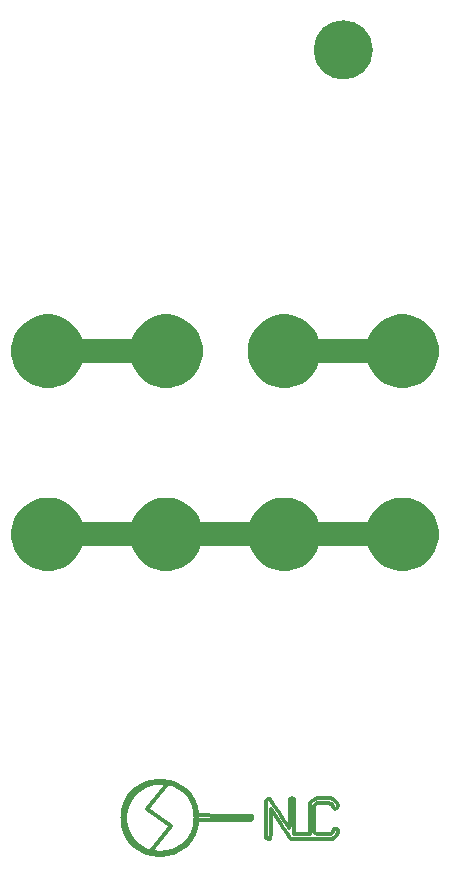
<source format=gbr>
G04 #@! TF.GenerationSoftware,KiCad,Pcbnew,(5.1.5-0)*
G04 #@! TF.CreationDate,2021-01-11T19:02:48-08:00*
G04 #@! TF.ProjectId,divinecmos,64697669-6e65-4636-9d6f-732e6b696361,rev?*
G04 #@! TF.SameCoordinates,Original*
G04 #@! TF.FileFunction,Soldermask,Top*
G04 #@! TF.FilePolarity,Negative*
%FSLAX46Y46*%
G04 Gerber Fmt 4.6, Leading zero omitted, Abs format (unit mm)*
G04 Created by KiCad (PCBNEW (5.1.5-0)) date 2021-01-11 19:02:48*
%MOMM*%
%LPD*%
G04 APERTURE LIST*
%ADD10C,1.000000*%
%ADD11C,2.000000*%
%ADD12C,0.300000*%
%ADD13C,0.000800*%
%ADD14C,0.100000*%
G04 APERTURE END LIST*
D10*
X32000000Y-56500000D02*
G75*
G03X32000000Y-56500000I-2000000J0D01*
G01*
D11*
X15000000Y-82000000D02*
X5000000Y-82000000D01*
X35000000Y-82000000D02*
X25000000Y-82000000D01*
X35000000Y-97500000D02*
X5000000Y-97500000D01*
D12*
X15400000Y-122225000D02*
X13725000Y-124300000D01*
X13350000Y-120800000D02*
X15400000Y-122225000D01*
X15125000Y-118600000D02*
X13350000Y-120800000D01*
X17500000Y-121500000D02*
G75*
G03X17500000Y-121500000I-3000000J0D01*
G01*
X17641228Y-121525000D02*
G75*
G03X17641228Y-121525000I-3166228J0D01*
G01*
D13*
X14399872Y-121583982D02*
X14396064Y-121581424D01*
X14396064Y-121581424D02*
X14388471Y-121576323D01*
X14388471Y-121576323D02*
X14377128Y-121568701D01*
X14377128Y-121568701D02*
X14362096Y-121558596D01*
X14362096Y-121558596D02*
X14347166Y-121548555D01*
X14347166Y-121548555D02*
X14336038Y-121541068D01*
X14336038Y-121541068D02*
X14328649Y-121536094D01*
X14328649Y-121536094D02*
X14321286Y-121531138D01*
X14321286Y-121531138D02*
X14313948Y-121526198D01*
X14313948Y-121526198D02*
X14306636Y-121521273D01*
X14306636Y-121521273D02*
X14299350Y-121516365D01*
X14299350Y-121516365D02*
X14288466Y-121509032D01*
X14288466Y-121509032D02*
X14277645Y-121501739D01*
X14277645Y-121501739D02*
X14270462Y-121496894D01*
X14270462Y-121496894D02*
X14263304Y-121492066D01*
X14263304Y-121492066D02*
X14256171Y-121487256D01*
X14256171Y-121487256D02*
X14245520Y-121480068D01*
X14245520Y-121480068D02*
X14234931Y-121472920D01*
X14234931Y-121472920D02*
X14227904Y-121468175D01*
X14227904Y-121468175D02*
X14220901Y-121463446D01*
X14220901Y-121463446D02*
X14213924Y-121458733D01*
X14213924Y-121458733D02*
X14203506Y-121451693D01*
X14203506Y-121451693D02*
X14193151Y-121444693D01*
X14193151Y-121444693D02*
X14186280Y-121440046D01*
X14186280Y-121440046D02*
X14176019Y-121433105D01*
X14176019Y-121433105D02*
X14162431Y-121423908D01*
X14162431Y-121423908D02*
X14152311Y-121417056D01*
X14152311Y-121417056D02*
X14145597Y-121412508D01*
X14145597Y-121412508D02*
X14138908Y-121407977D01*
X14138908Y-121407977D02*
X14132246Y-121403462D01*
X14132246Y-121403462D02*
X14125610Y-121398963D01*
X14125610Y-121398963D02*
X14119001Y-121394483D01*
X14119001Y-121394483D02*
X14109133Y-121387790D01*
X14109133Y-121387790D02*
X14099331Y-121381138D01*
X14099331Y-121381138D02*
X14092828Y-121376724D01*
X14092828Y-121376724D02*
X14083120Y-121370131D01*
X14083120Y-121370131D02*
X14073477Y-121363581D01*
X14073477Y-121363581D02*
X14067081Y-121359234D01*
X14067081Y-121359234D02*
X14060711Y-121354903D01*
X14060711Y-121354903D02*
X14054367Y-121350589D01*
X14054367Y-121350589D02*
X14048049Y-121346293D01*
X14048049Y-121346293D02*
X14041760Y-121342013D01*
X14041760Y-121342013D02*
X14035497Y-121337750D01*
X14035497Y-121337750D02*
X14029260Y-121333504D01*
X14029260Y-121333504D02*
X14023050Y-121329275D01*
X14023050Y-121329275D02*
X14016869Y-121325064D01*
X14016869Y-121325064D02*
X14010714Y-121320869D01*
X14010714Y-121320869D02*
X14004585Y-121316691D01*
X14004585Y-121316691D02*
X13998483Y-121312531D01*
X13998483Y-121312531D02*
X13992408Y-121308388D01*
X13992408Y-121308388D02*
X13986361Y-121304261D01*
X13986361Y-121304261D02*
X13981843Y-121301178D01*
X13981843Y-121301178D02*
X13978840Y-121299129D01*
X13978840Y-121299129D02*
X13974347Y-121296061D01*
X13974347Y-121296061D02*
X13968382Y-121291986D01*
X13968382Y-121291986D02*
X13962443Y-121287929D01*
X13962443Y-121287929D02*
X13956530Y-121283887D01*
X13956530Y-121283887D02*
X13950645Y-121279863D01*
X13950645Y-121279863D02*
X13944788Y-121275857D01*
X13944788Y-121275857D02*
X13938957Y-121271868D01*
X13938957Y-121271868D02*
X13933154Y-121267897D01*
X13933154Y-121267897D02*
X13927378Y-121263943D01*
X13927378Y-121263943D02*
X13921630Y-121260006D01*
X13921630Y-121260006D02*
X13915909Y-121256087D01*
X13915909Y-121256087D02*
X13910215Y-121252185D01*
X13910215Y-121252185D02*
X13904549Y-121248300D01*
X13904549Y-121248300D02*
X13898911Y-121244434D01*
X13898911Y-121244434D02*
X13893300Y-121240583D01*
X13893300Y-121240583D02*
X13887717Y-121236751D01*
X13887717Y-121236751D02*
X13879391Y-121231034D01*
X13879391Y-121231034D02*
X13871133Y-121225361D01*
X13871133Y-121225361D02*
X13865660Y-121221597D01*
X13865660Y-121221597D02*
X13860214Y-121217853D01*
X13860214Y-121217853D02*
X13854797Y-121214126D01*
X13854797Y-121214126D02*
X13849408Y-121210417D01*
X13849408Y-121210417D02*
X13844046Y-121206725D01*
X13844046Y-121206725D02*
X13838712Y-121203051D01*
X13838712Y-121203051D02*
X13833406Y-121199395D01*
X13833406Y-121199395D02*
X13828128Y-121195758D01*
X13828128Y-121195758D02*
X13822877Y-121192136D01*
X13822877Y-121192136D02*
X13817655Y-121188533D01*
X13817655Y-121188533D02*
X13812461Y-121184948D01*
X13812461Y-121184948D02*
X13808585Y-121182271D01*
X13808585Y-121182271D02*
X13806008Y-121180492D01*
X13806008Y-121180492D02*
X13802156Y-121177831D01*
X13802156Y-121177831D02*
X13797046Y-121174300D01*
X13797046Y-121174300D02*
X13791965Y-121170787D01*
X13791965Y-121170787D02*
X13786911Y-121167290D01*
X13786911Y-121167290D02*
X13781885Y-121163812D01*
X13781885Y-121163812D02*
X13776887Y-121160351D01*
X13776887Y-121160351D02*
X13771918Y-121156909D01*
X13771918Y-121156909D02*
X13766977Y-121153484D01*
X13766977Y-121153484D02*
X13762063Y-121150078D01*
X13762063Y-121150078D02*
X13757179Y-121146690D01*
X13757179Y-121146690D02*
X13752323Y-121143321D01*
X13752323Y-121143321D02*
X13747495Y-121139968D01*
X13747495Y-121139968D02*
X13742695Y-121136634D01*
X13742695Y-121136634D02*
X13737925Y-121133318D01*
X13737925Y-121133318D02*
X13733183Y-121130021D01*
X13733183Y-121130021D02*
X13728468Y-121126741D01*
X13728468Y-121126741D02*
X13723782Y-121123480D01*
X13723782Y-121123480D02*
X13719126Y-121120237D01*
X13719126Y-121120237D02*
X13714498Y-121117012D01*
X13714498Y-121117012D02*
X13709898Y-121113805D01*
X13709898Y-121113805D02*
X13705327Y-121110616D01*
X13705327Y-121110616D02*
X13700785Y-121107445D01*
X13700785Y-121107445D02*
X13696271Y-121104292D01*
X13696271Y-121104292D02*
X13691786Y-121101158D01*
X13691786Y-121101158D02*
X13687330Y-121098042D01*
X13687330Y-121098042D02*
X13682902Y-121094946D01*
X13682902Y-121094946D02*
X13678504Y-121091868D01*
X13678504Y-121091868D02*
X13674135Y-121088807D01*
X13674135Y-121088807D02*
X13669794Y-121085765D01*
X13669794Y-121085765D02*
X13665482Y-121082741D01*
X13665482Y-121082741D02*
X13661200Y-121079736D01*
X13661200Y-121079736D02*
X13656946Y-121076749D01*
X13656946Y-121076749D02*
X13652720Y-121073782D01*
X13652720Y-121073782D02*
X13648525Y-121070833D01*
X13648525Y-121070833D02*
X13644359Y-121067902D01*
X13644359Y-121067902D02*
X13640220Y-121064990D01*
X13640220Y-121064990D02*
X13636111Y-121062095D01*
X13636111Y-121062095D02*
X13632031Y-121059219D01*
X13632031Y-121059219D02*
X13627980Y-121056362D01*
X13627980Y-121056362D02*
X13623959Y-121053524D01*
X13623959Y-121053524D02*
X13619967Y-121050704D01*
X13619967Y-121050704D02*
X13616005Y-121047904D01*
X13616005Y-121047904D02*
X13612072Y-121045123D01*
X13612072Y-121045123D02*
X13608167Y-121042359D01*
X13608167Y-121042359D02*
X13604292Y-121039614D01*
X13604292Y-121039614D02*
X13600446Y-121036887D01*
X13600446Y-121036887D02*
X13596631Y-121034181D01*
X13596631Y-121034181D02*
X13592845Y-121031493D01*
X13592845Y-121031493D02*
X13589087Y-121028823D01*
X13589087Y-121028823D02*
X13585361Y-121026173D01*
X13585361Y-121026173D02*
X13581663Y-121023542D01*
X13581663Y-121023542D02*
X13577996Y-121020930D01*
X13577996Y-121020930D02*
X13574357Y-121018335D01*
X13574357Y-121018335D02*
X13570748Y-121015760D01*
X13570748Y-121015760D02*
X13567169Y-121013204D01*
X13567169Y-121013204D02*
X13563618Y-121010667D01*
X13563618Y-121010667D02*
X13560098Y-121008150D01*
X13560098Y-121008150D02*
X13556609Y-121005651D01*
X13556609Y-121005651D02*
X13553149Y-121003171D01*
X13553149Y-121003171D02*
X13549718Y-121000710D01*
X13549718Y-121000710D02*
X13546317Y-120998268D01*
X13546317Y-120998268D02*
X13542945Y-120995846D01*
X13542945Y-120995846D02*
X13539605Y-120993443D01*
X13539605Y-120993443D02*
X13536294Y-120991059D01*
X13536294Y-120991059D02*
X13533014Y-120988694D01*
X13533014Y-120988694D02*
X13529763Y-120986348D01*
X13529763Y-120986348D02*
X13526543Y-120984023D01*
X13526543Y-120984023D02*
X13523352Y-120981715D01*
X13523352Y-120981715D02*
X13520191Y-120979426D01*
X13520191Y-120979426D02*
X13517841Y-120977723D01*
X13517841Y-120977723D02*
X13516283Y-120976593D01*
X13516283Y-120976593D02*
X13513960Y-120974908D01*
X13513960Y-120974908D02*
X13510889Y-120972678D01*
X13510889Y-120972678D02*
X13507849Y-120970467D01*
X13507849Y-120970467D02*
X13505590Y-120968822D01*
X13505590Y-120968822D02*
X13504093Y-120967732D01*
X13504093Y-120967732D02*
X13501861Y-120966104D01*
X13501861Y-120966104D02*
X13498911Y-120963951D01*
X13498911Y-120963951D02*
X13495992Y-120961818D01*
X13495992Y-120961818D02*
X13493103Y-120959704D01*
X13493103Y-120959704D02*
X13490244Y-120957610D01*
X13490244Y-120957610D02*
X13487417Y-120955536D01*
X13487417Y-120955536D02*
X13484619Y-120953481D01*
X13484619Y-120953481D02*
X13481853Y-120951445D01*
X13481853Y-120951445D02*
X13479117Y-120949429D01*
X13479117Y-120949429D02*
X13476412Y-120947433D01*
X13476412Y-120947433D02*
X13473736Y-120945456D01*
X13473736Y-120945456D02*
X13471091Y-120943498D01*
X13471091Y-120943498D02*
X13468478Y-120941560D01*
X13468478Y-120941560D02*
X13465895Y-120939642D01*
X13465895Y-120939642D02*
X13463342Y-120937743D01*
X13463342Y-120937743D02*
X13461447Y-120936333D01*
X13461447Y-120936333D02*
X13460195Y-120935399D01*
X13460195Y-120935399D02*
X13458950Y-120934469D01*
X13458950Y-120934469D02*
X13457712Y-120933545D01*
X13457712Y-120933545D02*
X13456482Y-120932626D01*
X13456482Y-120932626D02*
X13455260Y-120931711D01*
X13455260Y-120931711D02*
X13454045Y-120930801D01*
X13454045Y-120930801D02*
X13452837Y-120929897D01*
X13452837Y-120929897D02*
X13451339Y-120928772D01*
X13451339Y-120928772D02*
X13450744Y-120928324D01*
X13450744Y-120928324D02*
X13450150Y-120927878D01*
X13450150Y-120927878D02*
X13448674Y-120926768D01*
X13448674Y-120926768D02*
X13446337Y-120925008D01*
X13446337Y-120925008D02*
X13444892Y-120923919D01*
X13444892Y-120923919D02*
X13444317Y-120923484D01*
X13444317Y-120923484D02*
X13443459Y-120922836D01*
X13443459Y-120922836D02*
X13442322Y-120921977D01*
X13442322Y-120921977D02*
X13441192Y-120921122D01*
X13441192Y-120921122D02*
X13440350Y-120920484D01*
X13440350Y-120920484D02*
X13439791Y-120920060D01*
X13439791Y-120920060D02*
X13439234Y-120919638D01*
X13439234Y-120919638D02*
X13438680Y-120919218D01*
X13438680Y-120919218D02*
X13437299Y-120918168D01*
X13437299Y-120918168D02*
X13435660Y-120916921D01*
X13435660Y-120916921D02*
X13434577Y-120916096D01*
X13434577Y-120916096D02*
X13432966Y-120914867D01*
X13432966Y-120914867D02*
X13430846Y-120913246D01*
X13430846Y-120913246D02*
X13429538Y-120912244D01*
X13429538Y-120912244D02*
X13428241Y-120911249D01*
X13428241Y-120911249D02*
X13427212Y-120910458D01*
X13427212Y-120910458D02*
X13426445Y-120909869D01*
X13426445Y-120909869D02*
X13425936Y-120909479D01*
X13425936Y-120909479D02*
X13425430Y-120909089D01*
X13425430Y-120909089D02*
X13424926Y-120908699D01*
X13424926Y-120908699D02*
X13424423Y-120908311D01*
X13424423Y-120908311D02*
X13423923Y-120907925D01*
X13423923Y-120907925D02*
X13423175Y-120907348D01*
X13423175Y-120907348D02*
X13422432Y-120906774D01*
X13422432Y-120906774D02*
X13421940Y-120906393D01*
X13421940Y-120906393D02*
X13421204Y-120905823D01*
X13421204Y-120905823D02*
X13420472Y-120905256D01*
X13420472Y-120905256D02*
X13418782Y-120903944D01*
X13418782Y-120903944D02*
X13417591Y-120903017D01*
X13417591Y-120903017D02*
X13417117Y-120902648D01*
X13417117Y-120902648D02*
X13416411Y-120902097D01*
X13416411Y-120902097D02*
X13415710Y-120901549D01*
X13415710Y-120901549D02*
X13415244Y-120901185D01*
X13415244Y-120901185D02*
X13414781Y-120900823D01*
X13414781Y-120900823D02*
X13414319Y-120900463D01*
X13414319Y-120900463D02*
X13413173Y-120899564D01*
X13413173Y-120899564D02*
X13411365Y-120898145D01*
X13411365Y-120898145D02*
X13410031Y-120897093D01*
X13410031Y-120897093D02*
X13409371Y-120896571D01*
X13409371Y-120896571D02*
X13408280Y-120895709D01*
X13408280Y-120895709D02*
X13407632Y-120895196D01*
X13407632Y-120895196D02*
X13406561Y-120894347D01*
X13406561Y-120894347D02*
X13405712Y-120893672D01*
X13405712Y-120893672D02*
X13404453Y-120892669D01*
X13404453Y-120892669D02*
X13403214Y-120891679D01*
X13403214Y-120891679D02*
X13402396Y-120891024D01*
X13402396Y-120891024D02*
X13401789Y-120890538D01*
X13401789Y-120890538D02*
X13400986Y-120889892D01*
X13400986Y-120889892D02*
X13400192Y-120889252D01*
X13400192Y-120889252D02*
X13399209Y-120888459D01*
X13399209Y-120888459D02*
X13398432Y-120887830D01*
X13398432Y-120887830D02*
X13397854Y-120887362D01*
X13397854Y-120887362D02*
X13396712Y-120886434D01*
X13396712Y-120886434D02*
X13396148Y-120885975D01*
X13396148Y-120885975D02*
X13395402Y-120885368D01*
X13395402Y-120885368D02*
X13394848Y-120884916D01*
X13394848Y-120884916D02*
X13393935Y-120884167D01*
X13393935Y-120884167D02*
X13393213Y-120883574D01*
X13393213Y-120883574D02*
X13392499Y-120882986D01*
X13392499Y-120882986D02*
X13391793Y-120882403D01*
X13391793Y-120882403D02*
X13390749Y-120881539D01*
X13390749Y-120881539D02*
X13389724Y-120880686D01*
X13389724Y-120880686D02*
X13389050Y-120880124D01*
X13389050Y-120880124D02*
X13388384Y-120879567D01*
X13388384Y-120879567D02*
X13387726Y-120879014D01*
X13387726Y-120879014D02*
X13387237Y-120878604D01*
X13387237Y-120878604D02*
X13386434Y-120877926D01*
X13386434Y-120877926D02*
X13385958Y-120877524D01*
X13385958Y-120877524D02*
X13385174Y-120876859D01*
X13385174Y-120876859D02*
X13384710Y-120876464D01*
X13384710Y-120876464D02*
X13383947Y-120875813D01*
X13383947Y-120875813D02*
X13383495Y-120875427D01*
X13383495Y-120875427D02*
X13382603Y-120874659D01*
X13382603Y-120874659D02*
X13382164Y-120874280D01*
X13382164Y-120874280D02*
X13381729Y-120873904D01*
X13381729Y-120873904D02*
X13381015Y-120873284D01*
X13381015Y-120873284D02*
X13380453Y-120872794D01*
X13380453Y-120872794D02*
X13379898Y-120872309D01*
X13379898Y-120872309D02*
X13379218Y-120871711D01*
X13379218Y-120871711D02*
X13378285Y-120870885D01*
X13378285Y-120870885D02*
X13377763Y-120870421D01*
X13377763Y-120870421D02*
X13377249Y-120869962D01*
X13377249Y-120869962D02*
X13376743Y-120869507D01*
X13376743Y-120869507D02*
X13376122Y-120868948D01*
X13376122Y-120868948D02*
X13375394Y-120868286D01*
X13375394Y-120868286D02*
X13374801Y-120867745D01*
X13374801Y-120867745D02*
X13374220Y-120867210D01*
X13374220Y-120867210D02*
X13373428Y-120866476D01*
X13373428Y-120866476D02*
X13372987Y-120866063D01*
X13372987Y-120866063D02*
X13372553Y-120865657D01*
X13372553Y-120865657D02*
X13372128Y-120865255D01*
X13372128Y-120865255D02*
X13371711Y-120864859D01*
X13371711Y-120864859D02*
X13371302Y-120864468D01*
X13371302Y-120864468D02*
X13370802Y-120863986D01*
X13370802Y-120863986D02*
X13370123Y-120863325D01*
X13370123Y-120863325D02*
X13369469Y-120862680D01*
X13369469Y-120862680D02*
X13368929Y-120862140D01*
X13368929Y-120862140D02*
X13368408Y-120861613D01*
X13368408Y-120861613D02*
X13367986Y-120861180D01*
X13367986Y-120861180D02*
X13367577Y-120860757D01*
X13367577Y-120860757D02*
X13367026Y-120860178D01*
X13367026Y-120860178D02*
X13366500Y-120859616D01*
X13366500Y-120859616D02*
X13365862Y-120858917D01*
X13365862Y-120858917D02*
X13365392Y-120858391D01*
X13365392Y-120858391D02*
X13364826Y-120857739D01*
X13364826Y-120857739D02*
X13364415Y-120857251D01*
X13364415Y-120857251D02*
X13363976Y-120856712D01*
X13363976Y-120856712D02*
X13363568Y-120856194D01*
X13363568Y-120856194D02*
X13363194Y-120855697D01*
X13363194Y-120855697D02*
X13362852Y-120855221D01*
X13362852Y-120855221D02*
X13362473Y-120854656D01*
X13362473Y-120854656D02*
X13362143Y-120854126D01*
X13362143Y-120854126D02*
X13361816Y-120853532D01*
X13361816Y-120853532D02*
X13361662Y-120853210D01*
X15409320Y-122280773D02*
X15409127Y-122280130D01*
X15409127Y-122280130D02*
X15408777Y-122279654D01*
X15408777Y-122279654D02*
X15408301Y-122279109D01*
X15408301Y-122279109D02*
X15407586Y-122278376D01*
X15407586Y-122278376D02*
X15407133Y-122277937D01*
X15407133Y-122277937D02*
X15406688Y-122277519D01*
X15406688Y-122277519D02*
X15406266Y-122277132D01*
X15406266Y-122277132D02*
X15405746Y-122276664D01*
X15405746Y-122276664D02*
X15405257Y-122276232D01*
X15405257Y-122276232D02*
X15404662Y-122275714D01*
X15404662Y-122275714D02*
X15403943Y-122275099D01*
X15403943Y-122275099D02*
X15403262Y-122274524D01*
X15403262Y-122274524D02*
X15402542Y-122273922D01*
X15402542Y-122273922D02*
X15401783Y-122273295D01*
X15401783Y-122273295D02*
X15400983Y-122272641D01*
X15400983Y-122272641D02*
X15400144Y-122271961D01*
X15400144Y-122271961D02*
X15399267Y-122271256D01*
X15399267Y-122271256D02*
X15398815Y-122270894D01*
X15398815Y-122270894D02*
X15398352Y-122270524D01*
X15398352Y-122270524D02*
X15397878Y-122270148D01*
X15397878Y-122270148D02*
X15397395Y-122269765D01*
X15397395Y-122269765D02*
X15396903Y-122269377D01*
X15396903Y-122269377D02*
X15396148Y-122268784D01*
X15396148Y-122268784D02*
X15395368Y-122268173D01*
X15395368Y-122268173D02*
X15394839Y-122267759D01*
X15394839Y-122267759D02*
X15394299Y-122267338D01*
X15394299Y-122267338D02*
X15393748Y-122266910D01*
X15393748Y-122266910D02*
X15393189Y-122266477D01*
X15393189Y-122266477D02*
X15392620Y-122266037D01*
X15392620Y-122266037D02*
X15391750Y-122265368D01*
X15391750Y-122265368D02*
X15390556Y-122264451D01*
X15390556Y-122264451D02*
X15389322Y-122263508D01*
X15389322Y-122263508D02*
X15388050Y-122262540D01*
X15388050Y-122262540D02*
X15386741Y-122261547D01*
X15386741Y-122261547D02*
X15385734Y-122260783D01*
X15385734Y-122260783D02*
X15385051Y-122260269D01*
X15385051Y-122260269D02*
X15384011Y-122259486D01*
X15384011Y-122259486D02*
X15382947Y-122258686D01*
X15382947Y-122258686D02*
X15382227Y-122258146D01*
X15382227Y-122258146D02*
X15381131Y-122257326D01*
X15381131Y-122257326D02*
X15379636Y-122256209D01*
X15379636Y-122256209D02*
X15378489Y-122255354D01*
X15378489Y-122255354D02*
X15377714Y-122254776D01*
X15377714Y-122254776D02*
X15376534Y-122253901D01*
X15376534Y-122253901D02*
X15374928Y-122252710D01*
X15374928Y-122252710D02*
X15373285Y-122251496D01*
X15373285Y-122251496D02*
X15371607Y-122250257D01*
X15371607Y-122250257D02*
X15370322Y-122249311D01*
X15370322Y-122249311D02*
X15369456Y-122248673D01*
X15369456Y-122248673D02*
X15368140Y-122247707D01*
X15368140Y-122247707D02*
X15366353Y-122246397D01*
X15366353Y-122246397D02*
X15364531Y-122245063D01*
X15364531Y-122245063D02*
X15362671Y-122243704D01*
X15362671Y-122243704D02*
X15360776Y-122242321D01*
X15360776Y-122242321D02*
X15359330Y-122241267D01*
X15359330Y-122241267D02*
X15358357Y-122240559D01*
X15358357Y-122240559D02*
X15356880Y-122239486D01*
X15356880Y-122239486D02*
X15354879Y-122238034D01*
X15354879Y-122238034D02*
X15352843Y-122236558D01*
X15352843Y-122236558D02*
X15351292Y-122235434D01*
X15351292Y-122235434D02*
X15350248Y-122234679D01*
X15350248Y-122234679D02*
X15349195Y-122233918D01*
X15349195Y-122233918D02*
X15348133Y-122233150D01*
X15348133Y-122233150D02*
X15346525Y-122231990D01*
X15346525Y-122231990D02*
X15344895Y-122230815D01*
X15344895Y-122230815D02*
X15343798Y-122230026D01*
X15343798Y-122230026D02*
X15342140Y-122228832D01*
X15342140Y-122228832D02*
X15339895Y-122227218D01*
X15339895Y-122227218D02*
X15338187Y-122225991D01*
X15338187Y-122225991D02*
X15337040Y-122225166D01*
X15337040Y-122225166D02*
X15335303Y-122223921D01*
X15335303Y-122223921D02*
X15332957Y-122222240D01*
X15332957Y-122222240D02*
X15330576Y-122220535D01*
X15330576Y-122220535D02*
X15328160Y-122218807D01*
X15328160Y-122218807D02*
X15325712Y-122217058D01*
X15325712Y-122217058D02*
X15323229Y-122215287D01*
X15323229Y-122215287D02*
X15320714Y-122213493D01*
X15320714Y-122213493D02*
X15318164Y-122211677D01*
X15318164Y-122211677D02*
X15315583Y-122209840D01*
X15315583Y-122209840D02*
X15312968Y-122207981D01*
X15312968Y-122207981D02*
X15310321Y-122206100D01*
X15310321Y-122206100D02*
X15307640Y-122204197D01*
X15307640Y-122204197D02*
X15304927Y-122202272D01*
X15304927Y-122202272D02*
X15302182Y-122200327D01*
X15302182Y-122200327D02*
X15299404Y-122198360D01*
X15299404Y-122198360D02*
X15296594Y-122196371D01*
X15296594Y-122196371D02*
X15293751Y-122194361D01*
X15293751Y-122194361D02*
X15290877Y-122192332D01*
X15290877Y-122192332D02*
X15287971Y-122190281D01*
X15287971Y-122190281D02*
X15285033Y-122188208D01*
X15285033Y-122188208D02*
X15282063Y-122186114D01*
X15282063Y-122186114D02*
X15279062Y-122183999D01*
X15279062Y-122183999D02*
X15276029Y-122181863D01*
X15276029Y-122181863D02*
X15272965Y-122179707D01*
X15272965Y-122179707D02*
X15269870Y-122177530D01*
X15269870Y-122177530D02*
X15266745Y-122175334D01*
X15266745Y-122175334D02*
X15262002Y-122172004D01*
X15262002Y-122172004D02*
X15257182Y-122168621D01*
X15257182Y-122168621D02*
X15253934Y-122166344D01*
X15253934Y-122166344D02*
X15250655Y-122164046D01*
X15250655Y-122164046D02*
X15247346Y-122161728D01*
X15247346Y-122161728D02*
X15244007Y-122159391D01*
X15244007Y-122159391D02*
X15240638Y-122157035D01*
X15240638Y-122157035D02*
X15237238Y-122154658D01*
X15237238Y-122154658D02*
X15233809Y-122152261D01*
X15233809Y-122152261D02*
X15230350Y-122149844D01*
X15230350Y-122149844D02*
X15226861Y-122147409D01*
X15226861Y-122147409D02*
X15223344Y-122144954D01*
X15223344Y-122144954D02*
X15219797Y-122142480D01*
X15219797Y-122142480D02*
X15216221Y-122139987D01*
X15216221Y-122139987D02*
X15212617Y-122137475D01*
X15212617Y-122137475D02*
X15208983Y-122134944D01*
X15208983Y-122134944D02*
X15205320Y-122132393D01*
X15205320Y-122132393D02*
X15201629Y-122129825D01*
X15201629Y-122129825D02*
X15197910Y-122127237D01*
X15197910Y-122127237D02*
X15192281Y-122123325D01*
X15192281Y-122123325D02*
X15184674Y-122118040D01*
X15184674Y-122118040D02*
X15178891Y-122114024D01*
X15178891Y-122114024D02*
X15175002Y-122111326D01*
X15175002Y-122111326D02*
X15171087Y-122108610D01*
X15171087Y-122108610D02*
X15167144Y-122105877D01*
X15167144Y-122105877D02*
X15164168Y-122103814D01*
X15164168Y-122103814D02*
X15162175Y-122102432D01*
X15162175Y-122102432D02*
X15159176Y-122100355D01*
X15159176Y-122100355D02*
X15155153Y-122097568D01*
X15155153Y-122097568D02*
X15152116Y-122095465D01*
X15152116Y-122095465D02*
X15150084Y-122094058D01*
X15150084Y-122094058D02*
X15147024Y-122091941D01*
X15147024Y-122091941D02*
X15143946Y-122089811D01*
X15143946Y-122089811D02*
X15141887Y-122088386D01*
X15141887Y-122088386D02*
X15136716Y-122084810D01*
X15136716Y-122084810D02*
X15130446Y-122080476D01*
X15130446Y-122080476D02*
X15127289Y-122078295D01*
X15127289Y-122078295D02*
X15125178Y-122076835D01*
X15125178Y-122076835D02*
X15119875Y-122073174D01*
X15119875Y-122073174D02*
X15113450Y-122068739D01*
X15113450Y-122068739D02*
X15109135Y-122065761D01*
X15109135Y-122065761D02*
X15102620Y-122061267D01*
X15102620Y-122061267D02*
X15093839Y-122055213D01*
X15093839Y-122055213D02*
X15084958Y-122049095D01*
X15084958Y-122049095D02*
X15078229Y-122044461D01*
X15078229Y-122044461D02*
X15073713Y-122041352D01*
X15073713Y-122041352D02*
X15069174Y-122038228D01*
X15069174Y-122038228D02*
X15064610Y-122035088D01*
X15064610Y-122035088D02*
X15057722Y-122030351D01*
X15057722Y-122030351D02*
X15048449Y-122023977D01*
X15048449Y-122023977D02*
X15041429Y-122019154D01*
X15041429Y-122019154D02*
X15036720Y-122015920D01*
X15036720Y-122015920D02*
X15031989Y-122012671D01*
X15031989Y-122012671D02*
X15027234Y-122009407D01*
X15027234Y-122009407D02*
X15022456Y-122006128D01*
X15022456Y-122006128D02*
X15017655Y-122002834D01*
X15017655Y-122002834D02*
X15012831Y-121999525D01*
X15012831Y-121999525D02*
X15009196Y-121997032D01*
X15009196Y-121997032D02*
X15006768Y-121995367D01*
X15006768Y-121995367D02*
X15000674Y-121991190D01*
X15000674Y-121991190D02*
X14993307Y-121986140D01*
X14993307Y-121986140D02*
X14988369Y-121982758D01*
X14988369Y-121982758D02*
X14980924Y-121977660D01*
X14980924Y-121977660D02*
X14970917Y-121970809D01*
X14970917Y-121970809D02*
X14960821Y-121963902D01*
X14960821Y-121963902D02*
X14950639Y-121956938D01*
X14950639Y-121956938D02*
X14940371Y-121949919D01*
X14940371Y-121949919D02*
X14930021Y-121942846D01*
X14930021Y-121942846D02*
X14922199Y-121937504D01*
X14922199Y-121937504D02*
X14916961Y-121933927D01*
X14916961Y-121933927D02*
X14911702Y-121930337D01*
X14911702Y-121930337D02*
X14906423Y-121926735D01*
X14906423Y-121926735D02*
X14901124Y-121923119D01*
X14901124Y-121923119D02*
X14895805Y-121919490D01*
X14895805Y-121919490D02*
X14890465Y-121915849D01*
X14890465Y-121915849D02*
X14885107Y-121912195D01*
X14885107Y-121912195D02*
X14877034Y-121906691D01*
X14877034Y-121906691D02*
X14866197Y-121899306D01*
X14866197Y-121899306D02*
X14855283Y-121891872D01*
X14855283Y-121891872D02*
X14844294Y-121884389D01*
X14844294Y-121884389D02*
X14836000Y-121878743D01*
X14836000Y-121878743D02*
X14830448Y-121874965D01*
X14830448Y-121874965D02*
X14824879Y-121871176D01*
X14824879Y-121871176D02*
X14819291Y-121867375D01*
X14819291Y-121867375D02*
X14810878Y-121861654D01*
X14810878Y-121861654D02*
X14802419Y-121855904D01*
X14802419Y-121855904D02*
X14796759Y-121852058D01*
X14796759Y-121852058D02*
X14788238Y-121846267D01*
X14788238Y-121846267D02*
X14776812Y-121838505D01*
X14776812Y-121838505D02*
X14768194Y-121832653D01*
X14768194Y-121832653D02*
X14762429Y-121828740D01*
X14762429Y-121828740D02*
X14753753Y-121822851D01*
X14753753Y-121822851D02*
X14745035Y-121816935D01*
X14745035Y-121816935D02*
X14739203Y-121812979D01*
X14739203Y-121812979D02*
X14730427Y-121807027D01*
X14730427Y-121807027D02*
X14721609Y-121801049D01*
X14721609Y-121801049D02*
X14715713Y-121797052D01*
X14715713Y-121797052D02*
X14709800Y-121793045D01*
X14709800Y-121793045D02*
X14703871Y-121789029D01*
X14703871Y-121789029D02*
X14697927Y-121785002D01*
X14697927Y-121785002D02*
X14691966Y-121780964D01*
X14691966Y-121780964D02*
X14685990Y-121776917D01*
X14685990Y-121776917D02*
X14679999Y-121772861D01*
X14679999Y-121772861D02*
X14673993Y-121768795D01*
X14673993Y-121768795D02*
X14667972Y-121764720D01*
X14667972Y-121764720D02*
X14658915Y-121758592D01*
X14658915Y-121758592D02*
X14646784Y-121750386D01*
X14646784Y-121750386D02*
X14634595Y-121742143D01*
X14634595Y-121742143D02*
X14622349Y-121733866D01*
X14622349Y-121733866D02*
X14614664Y-121728673D01*
X14614664Y-121728673D02*
X14611584Y-121726592D01*
X14611584Y-121726592D02*
X14606961Y-121723469D01*
X14606961Y-121723469D02*
X14597689Y-121717207D01*
X14597689Y-121717207D02*
X14588383Y-121710922D01*
X14588383Y-121710922D02*
X14582164Y-121706724D01*
X14582164Y-121706724D02*
X14575932Y-121702517D01*
X14575932Y-121702517D02*
X14571248Y-121699355D01*
X14571248Y-121699355D02*
X14564995Y-121695135D01*
X14564995Y-121695135D02*
X14561862Y-121693022D01*
X14561862Y-121693022D02*
X14557159Y-121689849D01*
X14557159Y-121689849D02*
X14550875Y-121685611D01*
X14550875Y-121685611D02*
X14544579Y-121681365D01*
X14544579Y-121681365D02*
X14538270Y-121677111D01*
X14538270Y-121677111D02*
X14533531Y-121673915D01*
X14533531Y-121673915D02*
X14530367Y-121671784D01*
X14530367Y-121671784D02*
X14525617Y-121668582D01*
X14525617Y-121668582D02*
X14519272Y-121664306D01*
X14519272Y-121664306D02*
X14509734Y-121657881D01*
X14509734Y-121657881D02*
X14496973Y-121649286D01*
X14496973Y-121649286D02*
X14484166Y-121640662D01*
X14484166Y-121640662D02*
X14471314Y-121632012D01*
X14471314Y-121632012D02*
X14461644Y-121625505D01*
X14461644Y-121625505D02*
X14455186Y-121621161D01*
X14455186Y-121621161D02*
X14445480Y-121614633D01*
X14445480Y-121614633D02*
X14432499Y-121605904D01*
X14432499Y-121605904D02*
X14422736Y-121599342D01*
X14422736Y-121599342D02*
X14416215Y-121594960D01*
X14416215Y-121594960D02*
X14409685Y-121590573D01*
X14409685Y-121590573D02*
X14403145Y-121586180D01*
X14403145Y-121586180D02*
X14399872Y-121583982D01*
X14591496Y-123279998D02*
X14601940Y-123267311D01*
X14601940Y-123267311D02*
X14617540Y-123248360D01*
X14617540Y-123248360D02*
X14627906Y-123235768D01*
X14627906Y-123235768D02*
X14643399Y-123216945D01*
X14643399Y-123216945D02*
X14663936Y-123191991D01*
X14663936Y-123191991D02*
X14684335Y-123167201D01*
X14684335Y-123167201D02*
X14697006Y-123151799D01*
X14697006Y-123151799D02*
X14702059Y-123145655D01*
X14702059Y-123145655D02*
X14709626Y-123136459D01*
X14709626Y-123136459D02*
X14724696Y-123118140D01*
X14724696Y-123118140D02*
X14739668Y-123099937D01*
X14739668Y-123099937D02*
X14749601Y-123087859D01*
X14749601Y-123087859D02*
X14759494Y-123075830D01*
X14759494Y-123075830D02*
X14769344Y-123063849D01*
X14769344Y-123063849D02*
X14784044Y-123045970D01*
X14784044Y-123045970D02*
X14803482Y-123022325D01*
X14803482Y-123022325D02*
X14817935Y-123004741D01*
X14817935Y-123004741D02*
X14827517Y-122993085D01*
X14827517Y-122993085D02*
X14837049Y-122981485D01*
X14837049Y-122981485D02*
X14846533Y-122969943D01*
X14846533Y-122969943D02*
X14855968Y-122958462D01*
X14855968Y-122958462D02*
X14863009Y-122949891D01*
X14863009Y-122949891D02*
X14867689Y-122944196D01*
X14867689Y-122944196D02*
X14879340Y-122930014D01*
X14879340Y-122930014D02*
X14897798Y-122907544D01*
X14897798Y-122907544D02*
X14916040Y-122885334D01*
X14916040Y-122885334D02*
X14934058Y-122863389D01*
X14934058Y-122863389D02*
X14947415Y-122847119D01*
X14947415Y-122847119D02*
X14956251Y-122836354D01*
X14956251Y-122836354D02*
X14962838Y-122828330D01*
X14962838Y-122828330D02*
X14967211Y-122823001D01*
X14967211Y-122823001D02*
X14973746Y-122815041D01*
X14973746Y-122815041D02*
X14982402Y-122804493D01*
X14982402Y-122804493D02*
X14990997Y-122794018D01*
X14990997Y-122794018D02*
X15003779Y-122778440D01*
X15003779Y-122778440D02*
X15016401Y-122763055D01*
X15016401Y-122763055D02*
X15024740Y-122752888D01*
X15024740Y-122752888D02*
X15037135Y-122737778D01*
X15037135Y-122737778D02*
X15053414Y-122717926D01*
X15053414Y-122717926D02*
X15065433Y-122703264D01*
X15065433Y-122703264D02*
X15073365Y-122693588D01*
X15073365Y-122693588D02*
X15085140Y-122679223D01*
X15085140Y-122679223D02*
X15100575Y-122660389D01*
X15100575Y-122660389D02*
X15115715Y-122641911D01*
X15115715Y-122641911D02*
X15130554Y-122623794D01*
X15130554Y-122623794D02*
X15139660Y-122612674D01*
X15139660Y-122612674D02*
X15143273Y-122608260D01*
X15143273Y-122608260D02*
X15148659Y-122601683D01*
X15148659Y-122601683D02*
X15159303Y-122588684D01*
X15159303Y-122588684D02*
X15169747Y-122575926D01*
X15169747Y-122575926D02*
X15176613Y-122567533D01*
X15176613Y-122567533D02*
X15186769Y-122555120D01*
X15186769Y-122555120D02*
X15196716Y-122542960D01*
X15196716Y-122542960D02*
X15203249Y-122534971D01*
X15203249Y-122534971D02*
X15209696Y-122527086D01*
X15209696Y-122527086D02*
X15216059Y-122519306D01*
X15216059Y-122519306D02*
X15225448Y-122507819D01*
X15225448Y-122507819D02*
X15234616Y-122496599D01*
X15234616Y-122496599D02*
X15240624Y-122489245D01*
X15240624Y-122489245D02*
X15249478Y-122478407D01*
X15249478Y-122478407D02*
X15260946Y-122464361D01*
X15260946Y-122464361D02*
X15272041Y-122450767D01*
X15272041Y-122450767D02*
X15278768Y-122442520D01*
X15278768Y-122442520D02*
X15281422Y-122439265D01*
X15281422Y-122439265D02*
X15285363Y-122434434D01*
X15285363Y-122434434D02*
X15290527Y-122428100D01*
X15290527Y-122428100D02*
X15295594Y-122421884D01*
X15295594Y-122421884D02*
X15300562Y-122415788D01*
X15300562Y-122415788D02*
X15305431Y-122409812D01*
X15305431Y-122409812D02*
X15310200Y-122403957D01*
X15310200Y-122403957D02*
X15314867Y-122398224D01*
X15314867Y-122398224D02*
X15318298Y-122394009D01*
X15318298Y-122394009D02*
X15320555Y-122391234D01*
X15320555Y-122391234D02*
X15323896Y-122387129D01*
X15323896Y-122387129D02*
X15328256Y-122381770D01*
X15328256Y-122381770D02*
X15332511Y-122376536D01*
X15332511Y-122376536D02*
X15336662Y-122371430D01*
X15336662Y-122371430D02*
X15340706Y-122366452D01*
X15340706Y-122366452D02*
X15344644Y-122361603D01*
X15344644Y-122361603D02*
X15348472Y-122356884D01*
X15348472Y-122356884D02*
X15352194Y-122352297D01*
X15352194Y-122352297D02*
X15355806Y-122347842D01*
X15355806Y-122347842D02*
X15359308Y-122343521D01*
X15359308Y-122343521D02*
X15361857Y-122340371D01*
X15361857Y-122340371D02*
X15363525Y-122338311D01*
X15363525Y-122338311D02*
X15365978Y-122335281D01*
X15365978Y-122335281D02*
X15369145Y-122331366D01*
X15369145Y-122331366D02*
X15372198Y-122327587D01*
X15372198Y-122327587D02*
X15375137Y-122323948D01*
X15375137Y-122323948D02*
X15377962Y-122320447D01*
X15377962Y-122320447D02*
X15380671Y-122317086D01*
X15380671Y-122317086D02*
X15383263Y-122313867D01*
X15383263Y-122313867D02*
X15385737Y-122310790D01*
X15385737Y-122310790D02*
X15388094Y-122307856D01*
X15388094Y-122307856D02*
X15389780Y-122305754D01*
X15389780Y-122305754D02*
X15390869Y-122304397D01*
X15390869Y-122304397D02*
X15392448Y-122302423D01*
X15392448Y-122302423D02*
X15393953Y-122300540D01*
X15393953Y-122300540D02*
X15394921Y-122299328D01*
X15394921Y-122299328D02*
X15396320Y-122297573D01*
X15396320Y-122297573D02*
X15397641Y-122295912D01*
X15397641Y-122295912D02*
X15398487Y-122294850D01*
X15398487Y-122294850D02*
X15399702Y-122293319D01*
X15399702Y-122293319D02*
X15400652Y-122292117D01*
X15400652Y-122292117D02*
X15401020Y-122291651D01*
X15401020Y-122291651D02*
X15401380Y-122291194D01*
X15401380Y-122291194D02*
X15401734Y-122290747D01*
X15401734Y-122290747D02*
X15402250Y-122290093D01*
X15402250Y-122290093D02*
X15402908Y-122289255D01*
X15402908Y-122289255D02*
X15403536Y-122288456D01*
X15403536Y-122288456D02*
X15404133Y-122287695D01*
X15404133Y-122287695D02*
X15404559Y-122287150D01*
X15404559Y-122287150D02*
X15405230Y-122286287D01*
X15405230Y-122286287D02*
X15405607Y-122285800D01*
X15405607Y-122285800D02*
X15406199Y-122285034D01*
X15406199Y-122285034D02*
X15406636Y-122284465D01*
X15406636Y-122284465D02*
X15407040Y-122283936D01*
X15407040Y-122283936D02*
X15407412Y-122283447D01*
X15407412Y-122283447D02*
X15407985Y-122282686D01*
X15407985Y-122282686D02*
X15408397Y-122282128D01*
X15408397Y-122282128D02*
X15408735Y-122281659D01*
X15408735Y-122281659D02*
X15409072Y-122281175D01*
X15409072Y-122281175D02*
X15409320Y-122280773D01*
D12*
X22200660Y-121685001D02*
X19945021Y-121685001D01*
D13*
X12318867Y-123766906D02*
X12318154Y-123766217D01*
X12318154Y-123766217D02*
X12316729Y-123764839D01*
X12316729Y-123764839D02*
X12314596Y-123762774D01*
X12314596Y-123762774D02*
X12312286Y-123760534D01*
X12312286Y-123760534D02*
X12309627Y-123757952D01*
X12309627Y-123757952D02*
X12308211Y-123756575D01*
X12308211Y-123756575D02*
X12305381Y-123753818D01*
X12305381Y-123753818D02*
X12301146Y-123749682D01*
X12301146Y-123749682D02*
X12299559Y-123748129D01*
X12299559Y-123748129D02*
X12297625Y-123746234D01*
X12297625Y-123746234D02*
X12295515Y-123744166D01*
X12295515Y-123744166D02*
X12289202Y-123737953D01*
X12289202Y-123737953D02*
X12287103Y-123735882D01*
X12287103Y-123735882D02*
X12285705Y-123734501D01*
X12285705Y-123734501D02*
X12284309Y-123733119D01*
X12284309Y-123733119D02*
X12282913Y-123731737D01*
X12282913Y-123731737D02*
X12280823Y-123729664D01*
X12280823Y-123729664D02*
X12278039Y-123726900D01*
X12278039Y-123726900D02*
X12274567Y-123723444D01*
X12274567Y-123723444D02*
X12272486Y-123721368D01*
X12272486Y-123721368D02*
X12266950Y-123715832D01*
X12266950Y-123715832D02*
X12262122Y-123710986D01*
X12262122Y-123710986D02*
X12260745Y-123709600D01*
X12260745Y-123709600D02*
X12259370Y-123708214D01*
X12259370Y-123708214D02*
X12256623Y-123705444D01*
X12256623Y-123705444D02*
X12253195Y-123701978D01*
X12253195Y-123701978D02*
X12251142Y-123699897D01*
X12251142Y-123699897D02*
X12250116Y-123698856D01*
X12250116Y-123698856D02*
X12249432Y-123698162D01*
X12249432Y-123698162D02*
X12248407Y-123697121D01*
X12248407Y-123697121D02*
X12247042Y-123695734D01*
X12247042Y-123695734D02*
X12244315Y-123692958D01*
X12244315Y-123692958D02*
X12242953Y-123691569D01*
X12242953Y-123691569D02*
X12241594Y-123690182D01*
X12241594Y-123690182D02*
X12240235Y-123688793D01*
X12240235Y-123688793D02*
X12238876Y-123687403D01*
X12238876Y-123687403D02*
X12236842Y-123685320D01*
X12236842Y-123685320D02*
X12234133Y-123682540D01*
X12234133Y-123682540D02*
X12232441Y-123680802D01*
X12232441Y-123680802D02*
X12231766Y-123680107D01*
X12231766Y-123680107D02*
X12228729Y-123676979D01*
X12228729Y-123676979D02*
X12225696Y-123673847D01*
X12225696Y-123673847D02*
X12225024Y-123673152D01*
X12225024Y-123673152D02*
X12220656Y-123668627D01*
X12220656Y-123668627D02*
X12217974Y-123665841D01*
X12217974Y-123665841D02*
X12215296Y-123663054D01*
X12215296Y-123663054D02*
X12213291Y-123660963D01*
X12213291Y-123660963D02*
X12210623Y-123658174D01*
X12210623Y-123658174D02*
X12209624Y-123657129D01*
X12209624Y-123657129D02*
X12208958Y-123656432D01*
X12208958Y-123656432D02*
X12207960Y-123655386D01*
X12207960Y-123655386D02*
X12206628Y-123653989D01*
X12206628Y-123653989D02*
X12205298Y-123652594D01*
X12205298Y-123652594D02*
X12203970Y-123651198D01*
X12203970Y-123651198D02*
X12202643Y-123649802D01*
X12202643Y-123649802D02*
X12201317Y-123648405D01*
X12201317Y-123648405D02*
X12198669Y-123645613D01*
X12198669Y-123645613D02*
X12193387Y-123640024D01*
X12193387Y-123640024D02*
X12192399Y-123638976D01*
X12192399Y-123638976D02*
X12191739Y-123638275D01*
X12191739Y-123638275D02*
X12190752Y-123637227D01*
X12190752Y-123637227D02*
X12189437Y-123635829D01*
X12189437Y-123635829D02*
X12188123Y-123634431D01*
X12188123Y-123634431D02*
X12185497Y-123631631D01*
X12185497Y-123631631D02*
X12181568Y-123627431D01*
X12181568Y-123627431D02*
X12180260Y-123626030D01*
X12180260Y-123626030D02*
X12178953Y-123624629D01*
X12178953Y-123624629D02*
X12177648Y-123623228D01*
X12177648Y-123623228D02*
X12173739Y-123619022D01*
X12173739Y-123619022D02*
X12171138Y-123616218D01*
X12171138Y-123616218D02*
X12170163Y-123615165D01*
X12170163Y-123615165D02*
X12169515Y-123614464D01*
X12169515Y-123614464D02*
X12167895Y-123612710D01*
X12167895Y-123612710D02*
X12165952Y-123610605D01*
X12165952Y-123610605D02*
X12160782Y-123604986D01*
X12160782Y-123604986D02*
X12159492Y-123603581D01*
X12159492Y-123603581D02*
X12157561Y-123601473D01*
X12157561Y-123601473D02*
X12151780Y-123595145D01*
X12151780Y-123595145D02*
X12150499Y-123593738D01*
X12150499Y-123593738D02*
X12149218Y-123592329D01*
X12149218Y-123592329D02*
X12147301Y-123590219D01*
X12147301Y-123590219D02*
X12144109Y-123586698D01*
X12144109Y-123586698D02*
X12141561Y-123583879D01*
X12141561Y-123583879D02*
X12140765Y-123582998D01*
X12140765Y-123582998D02*
X12139016Y-123581058D01*
X12139016Y-123581058D02*
X12137745Y-123579648D01*
X12137745Y-123579648D02*
X12136476Y-123578238D01*
X12136476Y-123578238D02*
X12129516Y-123570474D01*
X12129516Y-123570474D02*
X12126679Y-123567295D01*
X12126679Y-123567295D02*
X12126049Y-123566588D01*
X12126049Y-123566588D02*
X12122590Y-123562700D01*
X12122590Y-123562700D02*
X12118669Y-123558278D01*
X12118669Y-123558278D02*
X12117574Y-123557040D01*
X12117574Y-123557040D02*
X12116635Y-123555978D01*
X12116635Y-123555978D02*
X12116011Y-123555271D01*
X12116011Y-123555271D02*
X12115073Y-123554209D01*
X12115073Y-123554209D02*
X12109462Y-123547834D01*
X12109462Y-123547834D02*
X12106976Y-123544999D01*
X12106976Y-123544999D02*
X12105115Y-123542872D01*
X12105115Y-123542872D02*
X12102016Y-123539324D01*
X12102016Y-123539324D02*
X12100160Y-123537194D01*
X12100160Y-123537194D02*
X12098924Y-123535773D01*
X12098924Y-123535773D02*
X12097689Y-123534353D01*
X12097689Y-123534353D02*
X12096456Y-123532932D01*
X12096456Y-123532932D02*
X12090613Y-123526179D01*
X12090613Y-123526179D02*
X12089999Y-123525466D01*
X12089999Y-123525466D02*
X12089079Y-123524400D01*
X12089079Y-123524400D02*
X12088313Y-123523510D01*
X12088313Y-123523510D02*
X12086630Y-123521555D01*
X12086630Y-123521555D02*
X12084795Y-123519419D01*
X12084795Y-123519419D02*
X12080826Y-123514789D01*
X12080826Y-123514789D02*
X12080217Y-123514076D01*
X12080217Y-123514076D02*
X12079304Y-123513006D01*
X12079304Y-123513006D02*
X12077934Y-123511401D01*
X12077934Y-123511401D02*
X12076872Y-123510155D01*
X12076872Y-123510155D02*
X12074445Y-123507302D01*
X12074445Y-123507302D02*
X12071114Y-123503376D01*
X12071114Y-123503376D02*
X12070508Y-123502661D01*
X12070508Y-123502661D02*
X12069602Y-123501590D01*
X12069602Y-123501590D02*
X12068395Y-123500162D01*
X12068395Y-123500162D02*
X12067189Y-123498734D01*
X12067189Y-123498734D02*
X12065079Y-123496231D01*
X12065079Y-123496231D02*
X12064476Y-123495516D01*
X12064476Y-123495516D02*
X12061470Y-123491940D01*
X12061470Y-123491940D02*
X12060870Y-123491225D01*
X12060870Y-123491225D02*
X12058172Y-123488005D01*
X12058172Y-123488005D02*
X12055478Y-123484781D01*
X12055478Y-123484781D02*
X12054880Y-123484065D01*
X12054880Y-123484065D02*
X12051003Y-123479407D01*
X12051003Y-123479407D02*
X12048623Y-123476539D01*
X12048623Y-123476539D02*
X12046840Y-123474386D01*
X12046840Y-123474386D02*
X12045949Y-123473309D01*
X12045949Y-123473309D02*
X12045355Y-123472590D01*
X12045355Y-123472590D02*
X12044465Y-123471513D01*
X12044465Y-123471513D02*
X12041505Y-123467923D01*
X12041505Y-123467923D02*
X12039142Y-123465049D01*
X12039142Y-123465049D02*
X12037372Y-123462892D01*
X12037372Y-123462892D02*
X12036487Y-123461812D01*
X12036487Y-123461812D02*
X12035899Y-123461093D01*
X12035899Y-123461093D02*
X12035016Y-123460014D01*
X12035016Y-123460014D02*
X12033840Y-123458575D01*
X12033840Y-123458575D02*
X12032078Y-123456417D01*
X12032078Y-123456417D02*
X12029733Y-123453537D01*
X12029733Y-123453537D02*
X12027977Y-123451375D01*
X12027977Y-123451375D02*
X12026807Y-123449933D01*
X12026807Y-123449933D02*
X12025637Y-123448490D01*
X12025637Y-123448490D02*
X12024470Y-123447049D01*
X12024470Y-123447049D02*
X12018068Y-123439111D01*
X12018068Y-123439111D02*
X12016327Y-123436944D01*
X12016327Y-123436944D02*
X12015169Y-123435499D01*
X12015169Y-123435499D02*
X12011122Y-123430439D01*
X12011122Y-123430439D02*
X12009391Y-123428268D01*
X12009391Y-123428268D02*
X12008239Y-123426820D01*
X12008239Y-123426820D02*
X12005936Y-123423924D01*
X12005936Y-123423924D02*
X12004213Y-123421751D01*
X12004213Y-123421751D02*
X12002492Y-123419577D01*
X12002492Y-123419577D02*
X12001346Y-123418127D01*
X12001346Y-123418127D02*
X12000202Y-123416677D01*
X12000202Y-123416677D02*
X11999058Y-123415226D01*
X11999058Y-123415226D02*
X11996774Y-123412323D01*
X11996774Y-123412323D02*
X11995064Y-123410146D01*
X11995064Y-123410146D02*
X11992788Y-123407242D01*
X11992788Y-123407242D02*
X11990372Y-123404153D01*
X11990372Y-123404153D02*
X11988245Y-123401426D01*
X11988245Y-123401426D02*
X11985415Y-123397786D01*
X11985415Y-123397786D02*
X11984568Y-123396694D01*
X11984568Y-123396694D02*
X11984004Y-123395967D01*
X11984004Y-123395967D02*
X11980761Y-123391779D01*
X11980761Y-123391779D02*
X11979214Y-123389775D01*
X11979214Y-123389775D02*
X11975565Y-123385034D01*
X11975565Y-123385034D02*
X11975005Y-123384304D01*
X11975005Y-123384304D02*
X11973046Y-123381751D01*
X11973046Y-123381751D02*
X11971927Y-123380290D01*
X11971927Y-123380290D02*
X11970810Y-123378829D01*
X11970810Y-123378829D02*
X11969694Y-123377368D01*
X11969694Y-123377368D02*
X11968022Y-123375175D01*
X11968022Y-123375175D02*
X11965797Y-123372250D01*
X11965797Y-123372250D02*
X11963576Y-123369324D01*
X11963576Y-123369324D02*
X11962188Y-123367494D01*
X11962188Y-123367494D02*
X11961634Y-123366761D01*
X11961634Y-123366761D02*
X11955145Y-123358150D01*
X11955145Y-123358150D02*
X11953355Y-123355765D01*
X11953355Y-123355765D02*
X11952805Y-123355031D01*
X11952805Y-123355031D02*
X11947869Y-123348420D01*
X11947869Y-123348420D02*
X11947323Y-123347687D01*
X11947323Y-123347687D02*
X11946502Y-123346584D01*
X11946502Y-123346584D02*
X11939961Y-123337753D01*
X11939961Y-123337753D02*
X11939146Y-123336649D01*
X11939146Y-123336649D02*
X11938603Y-123335913D01*
X11938603Y-123335913D02*
X11937247Y-123334071D01*
X11937247Y-123334071D02*
X11934808Y-123330752D01*
X11934808Y-123330752D02*
X11934268Y-123330015D01*
X11934268Y-123330015D02*
X11933457Y-123328909D01*
X11933457Y-123328909D02*
X11932377Y-123327433D01*
X11932377Y-123327433D02*
X11930760Y-123325219D01*
X11930760Y-123325219D02*
X11928471Y-123322079D01*
X11928471Y-123322079D02*
X11926992Y-123320046D01*
X11926992Y-123320046D02*
X11926186Y-123318938D01*
X11926186Y-123318938D02*
X11925649Y-123318199D01*
X11925649Y-123318199D02*
X11922970Y-123314500D01*
X11922970Y-123314500D02*
X11922436Y-123313761D01*
X11922436Y-123313761D02*
X11920032Y-123310430D01*
X11920032Y-123310430D02*
X11917898Y-123307466D01*
X11917898Y-123307466D02*
X11913644Y-123301533D01*
X11913644Y-123301533D02*
X11911919Y-123299120D01*
X11911919Y-123299120D02*
X11910198Y-123296706D01*
X11910198Y-123296706D02*
X11909670Y-123295963D01*
X11909670Y-123295963D02*
X11907294Y-123292620D01*
X11907294Y-123292620D02*
X11904922Y-123289274D01*
X11904922Y-123289274D02*
X11904397Y-123288531D01*
X11904397Y-123288531D02*
X11900982Y-123283691D01*
X11900982Y-123283691D02*
X11899409Y-123281456D01*
X11899409Y-123281456D02*
X11896795Y-123277730D01*
X11896795Y-123277730D02*
X11894054Y-123273812D01*
X11894054Y-123273812D02*
X11892362Y-123271385D01*
X11892362Y-123271385D02*
X11891843Y-123270640D01*
X11891843Y-123270640D02*
X11890544Y-123268773D01*
X11890544Y-123268773D02*
X11889246Y-123266905D01*
X11889246Y-123266905D02*
X11888728Y-123266157D01*
X11888728Y-123266157D02*
X11886399Y-123262793D01*
X11886399Y-123262793D02*
X11884331Y-123259799D01*
X11884331Y-123259799D02*
X11880209Y-123253806D01*
X11880209Y-123253806D02*
X11879053Y-123252120D01*
X11879053Y-123252120D02*
X11876871Y-123248932D01*
X11876871Y-123248932D02*
X11876359Y-123248181D01*
X11876359Y-123248181D02*
X11871761Y-123241423D01*
X11871761Y-123241423D02*
X11871251Y-123240672D01*
X11871251Y-123240672D02*
X11869978Y-123238792D01*
X11869978Y-123238792D02*
X11867688Y-123235405D01*
X11867688Y-123235405D02*
X11867181Y-123234654D01*
X11867181Y-123234654D02*
X11866420Y-123233525D01*
X11866420Y-123233525D02*
X11865406Y-123232019D01*
X11865406Y-123232019D02*
X11864646Y-123230889D01*
X11864646Y-123230889D02*
X11864140Y-123230135D01*
X11864140Y-123230135D02*
X11861738Y-123226555D01*
X11861738Y-123226555D02*
X11859596Y-123223350D01*
X11859596Y-123223350D02*
X11859092Y-123222596D01*
X11859092Y-123222596D02*
X11856578Y-123218822D01*
X11856578Y-123218822D02*
X11856076Y-123218067D01*
X11856076Y-123218067D02*
X11854698Y-123215990D01*
X11854698Y-123215990D02*
X11852567Y-123212776D01*
X11852567Y-123212776D02*
X11852067Y-123212019D01*
X11852067Y-123212019D02*
X11847577Y-123205206D01*
X11847577Y-123205206D02*
X11847079Y-123204449D01*
X11847079Y-123204449D02*
X11845837Y-123202554D01*
X11845837Y-123202554D02*
X11842365Y-123197246D01*
X11842365Y-123197246D02*
X11841375Y-123195728D01*
X11841375Y-123195728D02*
X11840633Y-123194589D01*
X11840633Y-123194589D02*
X11840139Y-123193829D01*
X11840139Y-123193829D02*
X11839399Y-123192691D01*
X11839399Y-123192691D02*
X11837795Y-123190220D01*
X11837795Y-123190220D02*
X11835950Y-123187370D01*
X11835950Y-123187370D02*
X11833984Y-123184326D01*
X11833984Y-123184326D02*
X11832023Y-123181281D01*
X11832023Y-123181281D02*
X11830922Y-123179568D01*
X11830922Y-123179568D02*
X11829577Y-123177471D01*
X11829577Y-123177471D02*
X11828844Y-123176327D01*
X11828844Y-123176327D02*
X11828356Y-123175564D01*
X11828356Y-123175564D02*
X11827625Y-123174421D01*
X11827625Y-123174421D02*
X11825678Y-123171369D01*
X11825678Y-123171369D02*
X11823977Y-123168697D01*
X11823977Y-123168697D02*
X11823491Y-123167934D01*
X11823491Y-123167934D02*
X11822764Y-123166788D01*
X11822764Y-123166788D02*
X11821794Y-123165259D01*
X11821794Y-123165259D02*
X11819858Y-123162200D01*
X11819858Y-123162200D02*
X11817925Y-123159139D01*
X11817925Y-123159139D02*
X11817201Y-123157991D01*
X11817201Y-123157991D02*
X11816719Y-123157224D01*
X11816719Y-123157224D02*
X11815997Y-123156077D01*
X11815997Y-123156077D02*
X11815035Y-123154545D01*
X11815035Y-123154545D02*
X11814072Y-123153011D01*
X11814072Y-123153011D02*
X11813112Y-123151478D01*
X11813112Y-123151478D02*
X11812152Y-123149944D01*
X11812152Y-123149944D02*
X11811194Y-123148410D01*
X11811194Y-123148410D02*
X11810236Y-123146875D01*
X11810236Y-123146875D02*
X11809280Y-123145340D01*
X11809280Y-123145340D02*
X11808326Y-123143805D01*
X11808326Y-123143805D02*
X11806894Y-123141500D01*
X11806894Y-123141500D02*
X11805463Y-123139193D01*
X11805463Y-123139193D02*
X11804512Y-123137656D01*
X11804512Y-123137656D02*
X11803561Y-123136117D01*
X11803561Y-123136117D02*
X11802611Y-123134577D01*
X11802611Y-123134577D02*
X11801663Y-123133038D01*
X11801663Y-123133038D02*
X11800715Y-123131498D01*
X11800715Y-123131498D02*
X11799296Y-123129187D01*
X11799296Y-123129187D02*
X11795522Y-123123017D01*
X11795522Y-123123017D02*
X11794110Y-123120701D01*
X11794110Y-123120701D02*
X11793522Y-123119735D01*
X11793522Y-123119735D02*
X11791764Y-123116839D01*
X11791764Y-123116839D02*
X11790357Y-123114519D01*
X11790357Y-123114519D02*
X11788720Y-123111812D01*
X11788720Y-123111812D02*
X11788252Y-123111037D01*
X11788252Y-123111037D02*
X11786619Y-123108328D01*
X11786619Y-123108328D02*
X11784757Y-123105229D01*
X11784757Y-123105229D02*
X11783827Y-123103679D01*
X11783827Y-123103679D02*
X11782434Y-123101353D01*
X11782434Y-123101353D02*
X11780580Y-123098249D01*
X11780580Y-123098249D02*
X11778152Y-123094172D01*
X11778152Y-123094172D02*
X11773892Y-123086978D01*
X11773892Y-123086978D02*
X11773433Y-123086199D01*
X11773433Y-123086199D02*
X11771712Y-123083278D01*
X11771712Y-123083278D02*
X11769310Y-123079188D01*
X11769310Y-123079188D02*
X11768854Y-123078409D01*
X11768854Y-123078409D02*
X11768169Y-123077239D01*
X11768169Y-123077239D02*
X11767257Y-123075679D01*
X11767257Y-123075679D02*
X11765435Y-123072556D01*
X11765435Y-123072556D02*
X11763619Y-123069432D01*
X11763619Y-123069432D02*
X11762258Y-123067086D01*
X11762258Y-123067086D02*
X11759994Y-123063174D01*
X11759994Y-123063174D02*
X11759091Y-123061609D01*
X11759091Y-123061609D02*
X11758188Y-123060042D01*
X11758188Y-123060042D02*
X11757624Y-123059062D01*
X11757624Y-123059062D02*
X11756387Y-123056908D01*
X11756387Y-123056908D02*
X11755038Y-123054556D01*
X11755038Y-123054556D02*
X11753690Y-123052202D01*
X11753690Y-123052202D02*
X11752793Y-123050632D01*
X11752793Y-123050632D02*
X11751897Y-123049062D01*
X11751897Y-123049062D02*
X11751003Y-123047491D01*
X11751003Y-123047491D02*
X11750109Y-123045920D01*
X11750109Y-123045920D02*
X11749217Y-123044349D01*
X11749217Y-123044349D02*
X11748325Y-123042775D01*
X11748325Y-123042775D02*
X11747434Y-123041202D01*
X11747434Y-123041202D02*
X11746544Y-123039627D01*
X11746544Y-123039627D02*
X11745656Y-123038054D01*
X11745656Y-123038054D02*
X11744768Y-123036479D01*
X11744768Y-123036479D02*
X11743880Y-123034902D01*
X11743880Y-123034902D02*
X11742552Y-123032538D01*
X11742552Y-123032538D02*
X11741225Y-123030173D01*
X11741225Y-123030173D02*
X11739460Y-123027016D01*
X11739460Y-123027016D02*
X11738578Y-123025437D01*
X11738578Y-123025437D02*
X11737698Y-123023857D01*
X11737698Y-123023857D02*
X11736819Y-123022277D01*
X11736819Y-123022277D02*
X11735503Y-123019906D01*
X11735503Y-123019906D02*
X11734188Y-123017533D01*
X11734188Y-123017533D02*
X11733312Y-123015950D01*
X11733312Y-123015950D02*
X11732000Y-123013574D01*
X11732000Y-123013574D02*
X11730144Y-123010205D01*
X11730144Y-123010205D02*
X11728295Y-123006835D01*
X11728295Y-123006835D02*
X11727861Y-123006042D01*
X11727861Y-123006042D02*
X11727210Y-123004852D01*
X11727210Y-123004852D02*
X11724824Y-123000482D01*
X11724824Y-123000482D02*
X11724392Y-122999689D01*
X11724392Y-122999689D02*
X11724067Y-122999092D01*
X11724067Y-122999092D02*
X11722231Y-122995713D01*
X11722231Y-122995713D02*
X11721799Y-122994916D01*
X11721799Y-122994916D02*
X11719431Y-122990538D01*
X11719431Y-122990538D02*
X11718786Y-122989343D01*
X11718786Y-122989343D02*
X11718357Y-122988546D01*
X11718357Y-122988546D02*
X11717714Y-122987351D01*
X11717714Y-122987351D02*
X11716000Y-122984162D01*
X11716000Y-122984162D02*
X11714718Y-122981768D01*
X11714718Y-122981768D02*
X11713437Y-122979372D01*
X11713437Y-122979372D02*
X11712585Y-122977775D01*
X11712585Y-122977775D02*
X11710882Y-122974578D01*
X11710882Y-122974578D02*
X11709925Y-122972778D01*
X11709925Y-122972778D02*
X11709183Y-122971378D01*
X11709183Y-122971378D02*
X11708336Y-122969778D01*
X11708336Y-122969778D02*
X11707490Y-122968177D01*
X11707490Y-122968177D02*
X11706644Y-122966575D01*
X11706644Y-122966575D02*
X11705798Y-122964972D01*
X11705798Y-122964972D02*
X11704953Y-122963368D01*
X11704953Y-122963368D02*
X11704425Y-122962365D01*
X11704425Y-122962365D02*
X11703268Y-122960160D01*
X11703268Y-122960160D02*
X11701587Y-122956949D01*
X11701587Y-122956949D02*
X11700747Y-122955342D01*
X11700747Y-122955342D02*
X11700119Y-122954138D01*
X11700119Y-122954138D02*
X11699699Y-122953333D01*
X11699699Y-122953333D02*
X11698234Y-122950519D01*
X11698234Y-122950519D02*
X11696564Y-122947300D01*
X11696564Y-122947300D02*
X11695938Y-122946092D01*
X11695938Y-122946092D02*
X11695521Y-122945287D01*
X11695521Y-122945287D02*
X11694482Y-122943274D01*
X11694482Y-122943274D02*
X11692611Y-122939645D01*
X11692611Y-122939645D02*
X11692197Y-122938839D01*
X11692197Y-122938839D02*
X11691575Y-122937629D01*
X11691575Y-122937629D02*
X11690643Y-122935813D01*
X11690643Y-122935813D02*
X11689093Y-122932785D01*
X11689093Y-122932785D02*
X11686209Y-122927126D01*
X11686209Y-122927126D02*
X11684155Y-122923079D01*
X11684155Y-122923079D02*
X11683336Y-122921459D01*
X11683336Y-122921459D02*
X11682517Y-122919838D01*
X11682517Y-122919838D02*
X11681292Y-122917406D01*
X11681292Y-122917406D02*
X11680068Y-122914973D01*
X11680068Y-122914973D02*
X11679252Y-122913348D01*
X11679252Y-122913348D02*
X11678335Y-122911521D01*
X11678335Y-122911521D02*
X11676811Y-122908476D01*
X11676811Y-122908476D02*
X11675999Y-122906849D01*
X11675999Y-122906849D02*
X11675189Y-122905222D01*
X11675189Y-122905222D02*
X11674379Y-122903595D01*
X11674379Y-122903595D02*
X11673167Y-122901153D01*
X11673167Y-122901153D02*
X11671956Y-122898709D01*
X11671956Y-122898709D02*
X11670346Y-122895449D01*
X11670346Y-122895449D02*
X11668339Y-122891370D01*
X11668339Y-122891370D02*
X11667136Y-122888920D01*
X11667136Y-122888920D02*
X11666635Y-122887898D01*
X11666635Y-122887898D02*
X11665536Y-122885651D01*
X11665536Y-122885651D02*
X11664738Y-122884017D01*
X11664738Y-122884017D02*
X11661751Y-122877878D01*
X11661751Y-122877878D02*
X11661355Y-122877060D01*
X11661355Y-122877060D02*
X11660363Y-122875011D01*
X11660363Y-122875011D02*
X11658581Y-122871321D01*
X11658581Y-122871321D02*
X11658185Y-122870501D01*
X11658185Y-122870501D02*
X11656016Y-122865986D01*
X11656016Y-122865986D02*
X11655230Y-122864343D01*
X11655230Y-122864343D02*
X11654738Y-122863316D01*
X11654738Y-122863316D02*
X11653657Y-122861054D01*
X11653657Y-122861054D02*
X11652872Y-122859408D01*
X11652872Y-122859408D02*
X11652089Y-122857763D01*
X11652089Y-122857763D02*
X11651306Y-122856116D01*
X11651306Y-122856116D02*
X11650523Y-122854467D01*
X11650523Y-122854467D02*
X11649353Y-122851995D01*
X11649353Y-122851995D02*
X11648184Y-122849522D01*
X11648184Y-122849522D02*
X11646628Y-122846220D01*
X11646628Y-122846220D02*
X11645852Y-122844569D01*
X11645852Y-122844569D02*
X11644689Y-122842091D01*
X11644689Y-122842091D02*
X11643430Y-122839403D01*
X11643430Y-122839403D02*
X11642177Y-122836717D01*
X11642177Y-122836717D02*
X11641791Y-122835888D01*
X11641791Y-122835888D02*
X11638330Y-122828431D01*
X11638330Y-122828431D02*
X11637946Y-122827602D01*
X11637946Y-122827602D02*
X11637275Y-122826150D01*
X11637275Y-122826150D02*
X11636606Y-122824698D01*
X11636606Y-122824698D02*
X11635268Y-122821791D01*
X11635268Y-122821791D02*
X11634887Y-122820961D01*
X11634887Y-122820961D02*
X11634316Y-122819715D01*
X11634316Y-122819715D02*
X11633554Y-122818052D01*
X11633554Y-122818052D02*
X11632793Y-122816388D01*
X11632793Y-122816388D02*
X11632033Y-122814725D01*
X11632033Y-122814725D02*
X11630517Y-122811396D01*
X11630517Y-122811396D02*
X11629759Y-122809730D01*
X11629759Y-122809730D02*
X11629003Y-122808063D01*
X11629003Y-122808063D02*
X11628247Y-122806395D01*
X11628247Y-122806395D02*
X11627491Y-122804726D01*
X11627491Y-122804726D02*
X11626737Y-122803056D01*
X11626737Y-122803056D02*
X11625984Y-122801387D01*
X11625984Y-122801387D02*
X11625232Y-122799716D01*
X11625232Y-122799716D02*
X11624482Y-122798046D01*
X11624482Y-122798046D02*
X11622233Y-122793028D01*
X11622233Y-122793028D02*
X11621486Y-122791355D01*
X11621486Y-122791355D02*
X11620272Y-122788631D01*
X11620272Y-122788631D02*
X11618691Y-122785070D01*
X11618691Y-122785070D02*
X11618319Y-122784232D01*
X11618319Y-122784232D02*
X11617020Y-122781295D01*
X11617020Y-122781295D02*
X11615723Y-122778356D01*
X11615723Y-122778356D02*
X11615354Y-122777517D01*
X11615354Y-122777517D02*
X11614430Y-122775415D01*
X11614430Y-122775415D02*
X11613323Y-122772892D01*
X11613323Y-122772892D02*
X11612587Y-122771211D01*
X11612587Y-122771211D02*
X11611484Y-122768685D01*
X11611484Y-122768685D02*
X11610382Y-122766158D01*
X11610382Y-122766158D02*
X11609650Y-122764473D01*
X11609650Y-122764473D02*
X11608918Y-122762787D01*
X11608918Y-122762787D02*
X11608186Y-122761100D01*
X11608186Y-122761100D02*
X11607455Y-122759412D01*
X11607455Y-122759412D02*
X11605634Y-122755190D01*
X11605634Y-122755190D02*
X11603725Y-122750750D01*
X11603725Y-122750750D02*
X11603092Y-122749271D01*
X11603092Y-122749271D02*
X11602366Y-122747578D01*
X11602366Y-122747578D02*
X11600379Y-122742919D01*
X11600379Y-122742919D02*
X11600019Y-122742071D01*
X11600019Y-122742071D02*
X11597949Y-122737193D01*
X11597949Y-122737193D02*
X11597501Y-122736133D01*
X11597501Y-122736133D02*
X11597141Y-122735282D01*
X11597141Y-122735282D02*
X11595888Y-122732309D01*
X11595888Y-122732309D02*
X11595174Y-122730610D01*
X11595174Y-122730610D02*
X11594637Y-122729334D01*
X11594637Y-122729334D02*
X11594280Y-122728483D01*
X11594280Y-122728483D02*
X11593745Y-122727206D01*
X11593745Y-122727206D02*
X11593032Y-122725504D01*
X11593032Y-122725504D02*
X11592321Y-122723801D01*
X11592321Y-122723801D02*
X11591610Y-122722097D01*
X11591610Y-122722097D02*
X11590899Y-122720392D01*
X11590899Y-122720392D02*
X11590190Y-122718686D01*
X11590190Y-122718686D02*
X11589659Y-122717407D01*
X11589659Y-122717407D02*
X11589305Y-122716554D01*
X11589305Y-122716554D02*
X11588775Y-122715274D01*
X11588775Y-122715274D02*
X11588067Y-122713565D01*
X11588067Y-122713565D02*
X11586833Y-122710574D01*
X11586833Y-122710574D02*
X11586481Y-122709721D01*
X11586481Y-122709721D02*
X11584549Y-122705017D01*
X11584549Y-122705017D02*
X11583059Y-122701378D01*
X11583059Y-122701378D02*
X11581225Y-122696878D01*
X11581225Y-122696878D02*
X11580877Y-122696021D01*
X11580877Y-122696021D02*
X11578962Y-122691298D01*
X11578962Y-122691298D02*
X11578268Y-122689581D01*
X11578268Y-122689581D02*
X11577487Y-122687646D01*
X11577487Y-122687646D02*
X11576881Y-122686141D01*
X11576881Y-122686141D02*
X11576190Y-122684421D01*
X11576190Y-122684421D02*
X11575500Y-122682700D01*
X11575500Y-122682700D02*
X11574810Y-122680978D01*
X11574810Y-122680978D02*
X11574120Y-122679255D01*
X11574120Y-122679255D02*
X11573431Y-122677531D01*
X11573431Y-122677531D02*
X11573001Y-122676453D01*
X11573001Y-122676453D02*
X11571542Y-122672786D01*
X11571542Y-122672786D02*
X11571200Y-122671923D01*
X11571200Y-122671923D02*
X11569491Y-122667604D01*
X11569491Y-122667604D02*
X11569149Y-122666739D01*
X11569149Y-122666739D02*
X11567531Y-122662632D01*
X11567531Y-122662632D02*
X11566767Y-122660685D01*
X11566767Y-122660685D02*
X11566427Y-122659819D01*
X11566427Y-122659819D02*
X11565919Y-122658520D01*
X11565919Y-122658520D02*
X11564056Y-122653753D01*
X11564056Y-122653753D02*
X11563718Y-122652884D01*
X11563718Y-122652884D02*
X11562537Y-122649848D01*
X11562537Y-122649848D02*
X11561865Y-122648113D01*
X11561865Y-122648113D02*
X11561192Y-122646375D01*
X11561192Y-122646375D02*
X11560520Y-122644636D01*
X11560520Y-122644636D02*
X11559848Y-122642897D01*
X11559848Y-122642897D02*
X11559178Y-122641158D01*
X11559178Y-122641158D02*
X11558091Y-122638327D01*
X11558091Y-122638327D02*
X11557173Y-122635932D01*
X11557173Y-122635932D02*
X11556507Y-122634190D01*
X11556507Y-122634190D02*
X11553848Y-122627210D01*
X11553848Y-122627210D02*
X11552771Y-122624369D01*
X11552771Y-122624369D02*
X11551369Y-122620655D01*
X11551369Y-122620655D02*
X11551039Y-122619780D01*
X11551039Y-122619780D02*
X11549887Y-122616717D01*
X11549887Y-122616717D02*
X11549230Y-122614965D01*
X11549230Y-122614965D02*
X11548574Y-122613212D01*
X11548574Y-122613212D02*
X11547918Y-122611458D01*
X11547918Y-122611458D02*
X11547264Y-122609705D01*
X11547264Y-122609705D02*
X11546610Y-122607950D01*
X11546610Y-122607950D02*
X11545305Y-122604438D01*
X11545305Y-122604438D02*
X11544653Y-122602681D01*
X11544653Y-122602681D02*
X11544245Y-122601581D01*
X11544245Y-122601581D02*
X11542705Y-122597404D01*
X11542705Y-122597404D02*
X11542057Y-122595644D01*
X11542057Y-122595644D02*
X11540280Y-122590800D01*
X11540280Y-122590800D02*
X11539956Y-122589917D01*
X11539956Y-122589917D02*
X11539473Y-122588594D01*
X11539473Y-122588594D02*
X11539071Y-122587491D01*
X11539071Y-122587491D02*
X11538188Y-122585064D01*
X11538188Y-122585064D02*
X11537546Y-122583297D01*
X11537546Y-122583297D02*
X11536904Y-122581529D01*
X11536904Y-122581529D02*
X11534985Y-122576225D01*
X11534985Y-122576225D02*
X11534346Y-122574454D01*
X11534346Y-122574454D02*
X11533233Y-122571353D01*
X11533233Y-122571353D02*
X11532915Y-122570467D01*
X11532915Y-122570467D02*
X11532439Y-122569138D01*
X11532439Y-122569138D02*
X11531803Y-122567364D01*
X11531803Y-122567364D02*
X11531170Y-122565591D01*
X11531170Y-122565591D02*
X11530695Y-122564259D01*
X11530695Y-122564259D02*
X11530380Y-122563372D01*
X11530380Y-122563372D02*
X11529906Y-122562040D01*
X11529906Y-122562040D02*
X11529275Y-122560263D01*
X11529275Y-122560263D02*
X11528172Y-122557150D01*
X11528172Y-122557150D02*
X11527858Y-122556261D01*
X11527858Y-122556261D02*
X11525662Y-122550029D01*
X11525662Y-122550029D02*
X11525350Y-122549139D01*
X11525350Y-122549139D02*
X11524880Y-122547801D01*
X11524880Y-122547801D02*
X11524256Y-122546018D01*
X11524256Y-122546018D02*
X11523632Y-122544233D01*
X11523632Y-122544233D02*
X11523010Y-122542449D01*
X11523010Y-122542449D02*
X11522388Y-122540663D01*
X11522388Y-122540663D02*
X11521767Y-122538876D01*
X11521767Y-122538876D02*
X11521147Y-122537089D01*
X11521147Y-122537089D02*
X11520529Y-122535302D01*
X11520529Y-122535302D02*
X11519910Y-122533512D01*
X11519910Y-122533512D02*
X11519292Y-122531722D01*
X11519292Y-122531722D02*
X11516981Y-122525000D01*
X11516981Y-122525000D02*
X11516675Y-122524104D01*
X11516675Y-122524104D02*
X11516444Y-122523431D01*
X11516444Y-122523431D02*
X11514991Y-122519168D01*
X11514991Y-122519168D02*
X11514379Y-122517370D01*
X11514379Y-122517370D02*
X11513769Y-122515573D01*
X11513769Y-122515573D02*
X11513160Y-122513774D01*
X11513160Y-122513774D02*
X11512552Y-122511976D01*
X11512552Y-122511976D02*
X11511944Y-122510175D01*
X11511944Y-122510175D02*
X11511338Y-122508374D01*
X11511338Y-122508374D02*
X11510732Y-122506573D01*
X11510732Y-122506573D02*
X11510127Y-122504771D01*
X11510127Y-122504771D02*
X11509521Y-122502966D01*
X11509521Y-122502966D02*
X11508465Y-122499807D01*
X11508465Y-122499807D02*
X11508165Y-122498906D01*
X11508165Y-122498906D02*
X11507713Y-122497551D01*
X11507713Y-122497551D02*
X11506062Y-122492580D01*
X11506062Y-122492580D02*
X11505762Y-122491676D01*
X11505762Y-122491676D02*
X11504716Y-122488509D01*
X11504716Y-122488509D02*
X11503671Y-122485339D01*
X11503671Y-122485339D02*
X11503374Y-122484434D01*
X11503374Y-122484434D02*
X11502928Y-122483073D01*
X11502928Y-122483073D02*
X11502334Y-122481260D01*
X11502334Y-122481260D02*
X11501740Y-122479445D01*
X11501740Y-122479445D02*
X11501148Y-122477631D01*
X11501148Y-122477631D02*
X11500556Y-122475815D01*
X11500556Y-122475815D02*
X11499373Y-122472178D01*
X11499373Y-122472178D02*
X11498195Y-122468539D01*
X11498195Y-122468539D02*
X11497607Y-122466719D01*
X11497607Y-122466719D02*
X11495994Y-122461709D01*
X11495994Y-122461709D02*
X11495700Y-122460796D01*
X11495700Y-122460796D02*
X11494896Y-122458287D01*
X11494896Y-122458287D02*
X11494096Y-122455778D01*
X11494096Y-122455778D02*
X11493514Y-122453951D01*
X11493514Y-122453951D02*
X11492932Y-122452123D01*
X11492932Y-122452123D02*
X11491772Y-122448467D01*
X11491772Y-122448467D02*
X11491193Y-122446637D01*
X11491193Y-122446637D02*
X11490830Y-122445491D01*
X11490830Y-122445491D02*
X11490037Y-122442973D01*
X11490037Y-122442973D02*
X11489461Y-122441141D01*
X11489461Y-122441141D02*
X11487734Y-122435637D01*
X11487734Y-122435637D02*
X11487304Y-122434260D01*
X11487304Y-122434260D02*
X11487018Y-122433343D01*
X11487018Y-122433343D02*
X11486231Y-122430815D01*
X11486231Y-122430815D02*
X11485447Y-122428288D01*
X11485447Y-122428288D02*
X11484877Y-122426448D01*
X11484877Y-122426448D02*
X11483171Y-122420925D01*
X11483171Y-122420925D02*
X11482605Y-122419082D01*
X11482605Y-122419082D02*
X11482039Y-122417238D01*
X11482039Y-122417238D02*
X11481473Y-122415392D01*
X11481473Y-122415392D02*
X11479782Y-122409852D01*
X11479782Y-122409852D02*
X11478307Y-122404997D01*
X11478307Y-122404997D02*
X11477678Y-122402915D01*
X11477678Y-122402915D02*
X11477398Y-122401989D01*
X11477398Y-122401989D02*
X11476980Y-122400600D01*
X11476980Y-122400600D02*
X11475308Y-122395038D01*
X11475308Y-122395038D02*
X11474752Y-122393183D01*
X11474752Y-122393183D02*
X11473644Y-122389470D01*
X11473644Y-122389470D02*
X11473090Y-122387612D01*
X11473090Y-122387612D02*
X11472538Y-122385753D01*
X11472538Y-122385753D02*
X11471986Y-122383892D01*
X11471986Y-122383892D02*
X11471434Y-122382031D01*
X11471434Y-122382031D02*
X11470884Y-122380169D01*
X11470884Y-122380169D02*
X11469923Y-122376908D01*
X11469923Y-122376908D02*
X11469649Y-122375976D01*
X11469649Y-122375976D02*
X11467601Y-122368979D01*
X11467601Y-122368979D02*
X11467057Y-122367112D01*
X11467057Y-122367112D02*
X11466444Y-122365008D01*
X11466444Y-122365008D02*
X11465428Y-122361502D01*
X11465428Y-122361502D02*
X11464888Y-122359631D01*
X11464888Y-122359631D02*
X11464347Y-122357758D01*
X11464347Y-122357758D02*
X11463807Y-122355885D01*
X11463807Y-122355885D02*
X11463199Y-122353775D01*
X11463199Y-122353775D02*
X11462191Y-122350258D01*
X11462191Y-122350258D02*
X11461788Y-122348849D01*
X11461788Y-122348849D02*
X11461520Y-122347911D01*
X11461520Y-122347911D02*
X11460183Y-122343213D01*
X11460183Y-122343213D02*
X11459916Y-122342272D01*
X11459916Y-122342272D02*
X11459516Y-122340861D01*
X11459516Y-122340861D02*
X11458916Y-122338743D01*
X11458916Y-122338743D02*
X11458452Y-122337097D01*
X11458452Y-122337097D02*
X11457921Y-122335214D01*
X11457921Y-122335214D02*
X11457390Y-122333329D01*
X11457390Y-122333329D02*
X11456861Y-122331443D01*
X11456861Y-122331443D02*
X11456333Y-122329558D01*
X11456333Y-122329558D02*
X11455211Y-122325544D01*
X11455211Y-122325544D02*
X11454750Y-122323892D01*
X11454750Y-122323892D02*
X11452782Y-122316799D01*
X11452782Y-122316799D02*
X11452521Y-122315852D01*
X11452521Y-122315852D02*
X11451608Y-122312538D01*
X11451608Y-122312538D02*
X11451086Y-122310641D01*
X11451086Y-122310641D02*
X11450695Y-122309218D01*
X11450695Y-122309218D02*
X11450435Y-122308269D01*
X11450435Y-122308269D02*
X11450046Y-122306847D01*
X11450046Y-122306847D02*
X11449528Y-122304949D01*
X11449528Y-122304949D02*
X11449010Y-122303049D01*
X11449010Y-122303049D02*
X11448494Y-122301150D01*
X11448494Y-122301150D02*
X11447913Y-122299011D01*
X11447913Y-122299011D02*
X11447076Y-122295918D01*
X11447076Y-122295918D02*
X11446818Y-122294966D01*
X11446818Y-122294966D02*
X11445920Y-122291633D01*
X11445920Y-122291633D02*
X11445023Y-122288296D01*
X11445023Y-122288296D02*
X11444768Y-122287343D01*
X11444768Y-122287343D02*
X11444386Y-122285913D01*
X11444386Y-122285913D02*
X11443876Y-122284004D01*
X11443876Y-122284004D02*
X11442857Y-122280183D01*
X11442857Y-122280183D02*
X11442350Y-122278272D01*
X11442350Y-122278272D02*
X11441843Y-122276359D01*
X11441843Y-122276359D02*
X11441337Y-122274447D01*
X11441337Y-122274447D02*
X11440831Y-122272532D01*
X11440831Y-122272532D02*
X11440327Y-122270617D01*
X11440327Y-122270617D02*
X11439949Y-122269180D01*
X11439949Y-122269180D02*
X11439697Y-122268222D01*
X11439697Y-122268222D02*
X11437814Y-122261026D01*
X11437814Y-122261026D02*
X11436815Y-122257183D01*
X11436815Y-122257183D02*
X11436317Y-122255260D01*
X11436317Y-122255260D02*
X11435819Y-122253336D01*
X11435819Y-122253336D02*
X11434825Y-122249486D01*
X11434825Y-122249486D02*
X11434330Y-122247559D01*
X11434330Y-122247559D02*
X11433835Y-122245632D01*
X11433835Y-122245632D02*
X11433464Y-122244186D01*
X11433464Y-122244186D02*
X11433218Y-122243221D01*
X11433218Y-122243221D02*
X11431006Y-122234530D01*
X11431006Y-122234530D02*
X11430760Y-122233563D01*
X11430760Y-122233563D02*
X11430394Y-122232112D01*
X11430394Y-122232112D02*
X11429905Y-122230176D01*
X11429905Y-122230176D02*
X11429417Y-122228240D01*
X11429417Y-122228240D02*
X11428931Y-122226303D01*
X11428931Y-122226303D02*
X11428445Y-122224364D01*
X11428445Y-122224364D02*
X11427959Y-122222425D01*
X11427959Y-122222425D02*
X11427475Y-122220485D01*
X11427475Y-122220485D02*
X11426989Y-122218543D01*
X11426989Y-122218543D02*
X11426506Y-122216602D01*
X11426506Y-122216602D02*
X11426144Y-122215144D01*
X11426144Y-122215144D02*
X11425904Y-122214173D01*
X11425904Y-122214173D02*
X11424222Y-122207364D01*
X11424222Y-122207364D02*
X11423982Y-122206391D01*
X11423982Y-122206391D02*
X11423084Y-122202736D01*
X11423084Y-122202736D02*
X11422667Y-122201030D01*
X11422667Y-122201030D02*
X11422190Y-122199079D01*
X11422190Y-122199079D02*
X11421714Y-122197127D01*
X11421714Y-122197127D02*
X11420766Y-122193221D01*
X11420766Y-122193221D02*
X11420292Y-122191266D01*
X11420292Y-122191266D02*
X11419938Y-122189800D01*
X11419938Y-122189800D02*
X11419701Y-122188821D01*
X11419701Y-122188821D02*
X11418054Y-122181968D01*
X11418054Y-122181968D02*
X11417820Y-122180988D01*
X11417820Y-122180988D02*
X11417469Y-122179518D01*
X11417469Y-122179518D02*
X11416533Y-122175595D01*
X11416533Y-122175595D02*
X11415599Y-122171666D01*
X11415599Y-122171666D02*
X11415134Y-122169701D01*
X11415134Y-122169701D02*
X11414785Y-122168225D01*
X11414785Y-122168225D02*
X11414553Y-122167242D01*
X11414553Y-122167242D02*
X11414379Y-122166505D01*
X11414379Y-122166505D02*
X11412934Y-122160351D01*
X11412934Y-122160351D02*
X11412704Y-122159366D01*
X11412704Y-122159366D02*
X11412359Y-122157887D01*
X11412359Y-122157887D02*
X11411899Y-122155914D01*
X11411899Y-122155914D02*
X11410982Y-122151967D01*
X11410982Y-122151967D02*
X11410524Y-122149991D01*
X11410524Y-122149991D02*
X11410068Y-122148015D01*
X11410068Y-122148015D02*
X11409612Y-122146038D01*
X11409612Y-122146038D02*
X11409156Y-122144059D01*
X11409156Y-122144059D02*
X11408702Y-122142081D01*
X11408702Y-122142081D02*
X11408246Y-122140100D01*
X11408246Y-122140100D02*
X11407510Y-122136879D01*
X11407510Y-122136879D02*
X11407001Y-122134648D01*
X11407001Y-122134648D02*
X11406775Y-122133656D01*
X11406775Y-122133656D02*
X11406438Y-122132168D01*
X11406438Y-122132168D02*
X11405538Y-122128197D01*
X11405538Y-122128197D02*
X11405090Y-122126209D01*
X11405090Y-122126209D02*
X11404642Y-122124221D01*
X11404642Y-122124221D02*
X11404195Y-122122232D01*
X11404195Y-122122232D02*
X11403748Y-122120241D01*
X11403748Y-122120241D02*
X11402081Y-122112769D01*
X11402081Y-122112769D02*
X11401859Y-122111772D01*
X11401859Y-122111772D02*
X11401750Y-122111274D01*
X11507099Y-120501714D02*
X11507322Y-120501025D01*
X11507322Y-120501025D02*
X11507772Y-120499649D01*
X11507772Y-120499649D02*
X11508222Y-120498273D01*
X11508222Y-120498273D02*
X11508672Y-120496899D01*
X11508672Y-120496899D02*
X11509010Y-120495867D01*
X11509010Y-120495867D02*
X11509235Y-120495180D01*
X11509235Y-120495180D02*
X11510255Y-120492089D01*
X11510255Y-120492089D02*
X11511163Y-120489341D01*
X11511163Y-120489341D02*
X11513675Y-120481789D01*
X11513675Y-120481789D02*
X11514134Y-120480418D01*
X11514134Y-120480418D02*
X11514594Y-120479046D01*
X11514594Y-120479046D02*
X11515053Y-120477674D01*
X11515053Y-120477674D02*
X11515745Y-120475618D01*
X11515745Y-120475618D02*
X11516669Y-120472876D01*
X11516669Y-120472876D02*
X11518528Y-120467395D01*
X11518528Y-120467395D02*
X11520161Y-120462603D01*
X11520161Y-120462603D02*
X11520629Y-120461235D01*
X11520629Y-120461235D02*
X11521333Y-120459183D01*
X11521333Y-120459183D02*
X11522274Y-120456447D01*
X11522274Y-120456447D02*
X11523333Y-120453369D01*
X11523333Y-120453369D02*
X11523570Y-120452685D01*
X11523570Y-120452685D02*
X11523925Y-120451660D01*
X11523925Y-120451660D02*
X11524399Y-120450292D01*
X11524399Y-120450292D02*
X11525111Y-120448243D01*
X11525111Y-120448243D02*
X11526062Y-120445511D01*
X11526062Y-120445511D02*
X11527015Y-120442781D01*
X11527015Y-120442781D02*
X11527971Y-120440051D01*
X11527971Y-120440051D02*
X11528931Y-120437322D01*
X11528931Y-120437322D02*
X11530013Y-120434252D01*
X11530013Y-120434252D02*
X11530253Y-120433571D01*
X11530253Y-120433571D02*
X11530857Y-120431867D01*
X11530857Y-120431867D02*
X11531581Y-120429822D01*
X11531581Y-120429822D02*
X11532065Y-120428460D01*
X11532065Y-120428460D02*
X11533766Y-120423693D01*
X11533766Y-120423693D02*
X11534496Y-120421650D01*
X11534496Y-120421650D02*
X11534985Y-120420288D01*
X11534985Y-120420288D02*
X11535719Y-120418247D01*
X11535719Y-120418247D02*
X11536331Y-120416546D01*
X11536331Y-120416546D02*
X11536577Y-120415866D01*
X11536577Y-120415866D02*
X11537683Y-120412807D01*
X11537683Y-120412807D02*
X11538421Y-120410766D01*
X11538421Y-120410766D02*
X11538913Y-120409407D01*
X11538913Y-120409407D02*
X11539655Y-120407369D01*
X11539655Y-120407369D02*
X11540646Y-120404651D01*
X11540646Y-120404651D02*
X11541390Y-120402614D01*
X11541390Y-120402614D02*
X11541888Y-120401256D01*
X11541888Y-120401256D02*
X11542386Y-120399898D01*
X11542386Y-120399898D02*
X11542884Y-120398542D01*
X11542884Y-120398542D02*
X11543259Y-120397524D01*
X11543259Y-120397524D02*
X11543508Y-120396846D01*
X11543508Y-120396846D02*
X11544636Y-120393795D01*
X11544636Y-120393795D02*
X11545640Y-120391083D01*
X11545640Y-120391083D02*
X11546647Y-120388371D01*
X11546647Y-120388371D02*
X11547655Y-120385661D01*
X11547655Y-120385661D02*
X11548668Y-120382952D01*
X11548668Y-120382952D02*
X11549428Y-120380921D01*
X11549428Y-120380921D02*
X11549935Y-120379567D01*
X11549935Y-120379567D02*
X11550699Y-120377538D01*
X11550699Y-120377538D02*
X11551846Y-120374493D01*
X11551846Y-120374493D02*
X11552101Y-120373817D01*
X11552101Y-120373817D02*
X11552742Y-120372128D01*
X11552742Y-120372128D02*
X11553510Y-120370100D01*
X11553510Y-120370100D02*
X11554023Y-120368748D01*
X11554023Y-120368748D02*
X11554793Y-120366721D01*
X11554793Y-120366721D02*
X11557891Y-120358619D01*
X11557891Y-120358619D02*
X11558929Y-120355920D01*
X11558929Y-120355920D02*
X11559969Y-120353223D01*
X11559969Y-120353223D02*
X11560752Y-120351200D01*
X11560752Y-120351200D02*
X11561274Y-120349853D01*
X11561274Y-120349853D02*
X11561797Y-120348505D01*
X11561797Y-120348505D02*
X11562319Y-120347157D01*
X11562319Y-120347157D02*
X11563106Y-120345137D01*
X11563106Y-120345137D02*
X11566267Y-120337061D01*
X11566267Y-120337061D02*
X11566928Y-120335378D01*
X11566928Y-120335378D02*
X11567192Y-120334706D01*
X11567192Y-120334706D02*
X11568387Y-120331682D01*
X11568387Y-120331682D02*
X11569184Y-120329666D01*
X11569184Y-120329666D02*
X11569718Y-120328322D01*
X11569718Y-120328322D02*
X11570517Y-120326308D01*
X11570517Y-120326308D02*
X11571585Y-120323621D01*
X11571585Y-120323621D02*
X11572656Y-120320936D01*
X11572656Y-120320936D02*
X11573461Y-120318922D01*
X11573461Y-120318922D02*
X11573999Y-120317581D01*
X11573999Y-120317581D02*
X11574807Y-120315569D01*
X11574807Y-120315569D02*
X11576021Y-120312551D01*
X11576021Y-120312551D02*
X11576291Y-120311881D01*
X11576291Y-120311881D02*
X11576968Y-120310206D01*
X11576968Y-120310206D02*
X11577781Y-120308196D01*
X11577781Y-120308196D02*
X11578324Y-120306858D01*
X11578324Y-120306858D02*
X11579140Y-120304849D01*
X11579140Y-120304849D02*
X11581321Y-120299495D01*
X11581321Y-120299495D02*
X11582141Y-120297488D01*
X11582141Y-120297488D02*
X11582690Y-120296150D01*
X11582690Y-120296150D02*
X11583238Y-120294814D01*
X11583238Y-120294814D02*
X11583787Y-120293476D01*
X11583787Y-120293476D02*
X11584198Y-120292474D01*
X11584198Y-120292474D02*
X11584474Y-120291805D01*
X11584474Y-120291805D02*
X11585301Y-120289802D01*
X11585301Y-120289802D02*
X11585577Y-120289134D01*
X11585577Y-120289134D02*
X11586543Y-120286798D01*
X11586543Y-120286798D02*
X11587097Y-120285463D01*
X11587097Y-120285463D02*
X11590149Y-120278124D01*
X11590149Y-120278124D02*
X11590986Y-120276124D01*
X11590986Y-120276124D02*
X11591544Y-120274792D01*
X11591544Y-120274792D02*
X11592103Y-120273459D01*
X11592103Y-120273459D02*
X11592661Y-120272127D01*
X11592661Y-120272127D02*
X11593502Y-120270129D01*
X11593502Y-120270129D02*
X11594764Y-120267132D01*
X11594764Y-120267132D02*
X11595046Y-120266466D01*
X11595046Y-120266466D02*
X11596878Y-120262143D01*
X11596878Y-120262143D02*
X11599140Y-120256824D01*
X11599140Y-120256824D02*
X11599990Y-120254830D01*
X11599990Y-120254830D02*
X11600560Y-120253502D01*
X11600560Y-120253502D02*
X11601129Y-120252174D01*
X11601129Y-120252174D02*
X11601699Y-120250846D01*
X11601699Y-120250846D02*
X11602554Y-120248855D01*
X11602554Y-120248855D02*
X11603268Y-120247195D01*
X11603268Y-120247195D02*
X11603554Y-120246532D01*
X11603554Y-120246532D02*
X11604844Y-120243549D01*
X11604844Y-120243549D02*
X11605992Y-120240897D01*
X11605992Y-120240897D02*
X11606854Y-120238908D01*
X11606854Y-120238908D02*
X11607430Y-120237582D01*
X11607430Y-120237582D02*
X11608294Y-120235595D01*
X11608294Y-120235595D02*
X11609451Y-120232946D01*
X11609451Y-120232946D02*
X11610609Y-120230298D01*
X11610609Y-120230298D02*
X11611768Y-120227652D01*
X11611768Y-120227652D02*
X11612932Y-120225006D01*
X11612932Y-120225006D02*
X11614097Y-120222363D01*
X11614097Y-120222363D02*
X11615265Y-120219720D01*
X11615265Y-120219720D02*
X11616142Y-120217737D01*
X11616142Y-120217737D02*
X11616728Y-120216417D01*
X11616728Y-120216417D02*
X11617608Y-120214437D01*
X11617608Y-120214437D02*
X11621143Y-120206521D01*
X11621143Y-120206521D02*
X11622030Y-120204543D01*
X11622030Y-120204543D02*
X11622622Y-120203226D01*
X11622622Y-120203226D02*
X11623513Y-120201251D01*
X11623513Y-120201251D02*
X11625593Y-120196641D01*
X11625593Y-120196641D02*
X11626189Y-120195324D01*
X11626189Y-120195324D02*
X11627084Y-120193351D01*
X11627084Y-120193351D02*
X11630678Y-120185463D01*
X11630678Y-120185463D02*
X11631580Y-120183492D01*
X11631580Y-120183492D02*
X11632182Y-120182178D01*
X11632182Y-120182178D02*
X11632785Y-120180866D01*
X11632785Y-120180866D02*
X11633389Y-120179554D01*
X11633389Y-120179554D02*
X11634295Y-120177586D01*
X11634295Y-120177586D02*
X11635506Y-120174962D01*
X11635506Y-120174962D02*
X11636718Y-120172340D01*
X11636718Y-120172340D02*
X11639153Y-120167099D01*
X11639153Y-120167099D02*
X11641290Y-120162517D01*
X11641290Y-120162517D02*
X11641902Y-120161209D01*
X11641902Y-120161209D02*
X11642515Y-120159901D01*
X11642515Y-120159901D02*
X11643129Y-120158593D01*
X11643129Y-120158593D02*
X11644050Y-120156632D01*
X11644050Y-120156632D02*
X11645433Y-120153689D01*
X11645433Y-120153689D02*
X11645741Y-120153035D01*
X11645741Y-120153035D02*
X11646512Y-120151403D01*
X11646512Y-120151403D02*
X11647748Y-120148792D01*
X11647748Y-120148792D02*
X11648676Y-120146833D01*
X11648676Y-120146833D02*
X11649294Y-120145528D01*
X11649294Y-120145528D02*
X11649914Y-120144223D01*
X11649914Y-120144223D02*
X11650535Y-120142918D01*
X11650535Y-120142918D02*
X11653960Y-120135749D01*
X11653960Y-120135749D02*
X11656147Y-120131191D01*
X11656147Y-120131191D02*
X11656774Y-120129889D01*
X11656774Y-120129889D02*
X11658973Y-120125338D01*
X11658973Y-120125338D02*
X11659918Y-120123387D01*
X11659918Y-120123387D02*
X11660548Y-120122087D01*
X11660548Y-120122087D02*
X11661495Y-120120139D01*
X11661495Y-120120139D02*
X11665296Y-120112349D01*
X11665296Y-120112349D02*
X11666250Y-120110403D01*
X11666250Y-120110403D02*
X11666886Y-120109107D01*
X11666886Y-120109107D02*
X11667842Y-120107163D01*
X11667842Y-120107163D02*
X11669119Y-120104571D01*
X11669119Y-120104571D02*
X11671680Y-120099391D01*
X11671680Y-120099391D02*
X11672964Y-120096804D01*
X11672964Y-120096804D02*
X11673929Y-120094863D01*
X11673929Y-120094863D02*
X11674571Y-120093570D01*
X11674571Y-120093570D02*
X11676830Y-120089047D01*
X11676830Y-120089047D02*
X11678125Y-120086464D01*
X11678125Y-120086464D02*
X11679097Y-120084527D01*
X11679097Y-120084527D02*
X11679745Y-120083237D01*
X11679745Y-120083237D02*
X11680719Y-120081302D01*
X11680719Y-120081302D02*
X11682021Y-120078722D01*
X11682021Y-120078722D02*
X11682834Y-120077111D01*
X11682834Y-120077111D02*
X11683160Y-120076466D01*
X11683160Y-120076466D02*
X11684630Y-120073569D01*
X11684630Y-120073569D02*
X11685611Y-120071636D01*
X11685611Y-120071636D02*
X11686265Y-120070348D01*
X11686265Y-120070348D02*
X11692184Y-120058774D01*
X11692184Y-120058774D02*
X11692844Y-120057490D01*
X11692844Y-120057490D02*
X11693505Y-120056206D01*
X11693505Y-120056206D02*
X11694168Y-120054922D01*
X11694168Y-120054922D02*
X11695162Y-120052997D01*
X11695162Y-120052997D02*
X11697319Y-120048827D01*
X11697319Y-120048827D02*
X11697652Y-120048185D01*
X11697652Y-120048185D02*
X11699151Y-120045304D01*
X11699151Y-120045304D02*
X11703162Y-120037620D01*
X11703162Y-120037620D02*
X11704505Y-120035063D01*
X11704505Y-120035063D02*
X11705850Y-120032506D01*
X11705850Y-120032506D02*
X11707195Y-120029950D01*
X11707195Y-120029950D02*
X11708206Y-120028033D01*
X11708206Y-120028033D02*
X11708881Y-120026755D01*
X11708881Y-120026755D02*
X11709387Y-120025798D01*
X11709387Y-120025798D02*
X11709725Y-120025159D01*
X11709725Y-120025159D02*
X11710741Y-120023246D01*
X11710741Y-120023246D02*
X11711079Y-120022607D01*
X11711079Y-120022607D02*
X11712605Y-120019739D01*
X11712605Y-120019739D02*
X11713623Y-120017826D01*
X11713623Y-120017826D02*
X11714303Y-120016552D01*
X11714303Y-120016552D02*
X11715325Y-120014642D01*
X11715325Y-120014642D02*
X11716688Y-120012095D01*
X11716688Y-120012095D02*
X11719421Y-120007005D01*
X11719421Y-120007005D02*
X11720791Y-120004462D01*
X11720791Y-120004462D02*
X11722164Y-120001921D01*
X11722164Y-120001921D02*
X11723194Y-120000015D01*
X11723194Y-120000015D02*
X11723882Y-119998745D01*
X11723882Y-119998745D02*
X11724916Y-119996842D01*
X11724916Y-119996842D02*
X11726468Y-119993986D01*
X11726468Y-119993986D02*
X11726814Y-119993353D01*
X11726814Y-119993353D02*
X11727678Y-119991768D01*
X11727678Y-119991768D02*
X11729062Y-119989231D01*
X11729062Y-119989231D02*
X11730101Y-119987330D01*
X11730101Y-119987330D02*
X11730795Y-119986064D01*
X11730795Y-119986064D02*
X11731838Y-119984165D01*
X11731838Y-119984165D02*
X11733229Y-119981633D01*
X11733229Y-119981633D02*
X11738817Y-119971521D01*
X11738817Y-119971521D02*
X11740395Y-119968678D01*
X11740395Y-119968678D02*
X11740746Y-119968048D01*
X11740746Y-119968048D02*
X11741625Y-119966471D01*
X11741625Y-119966471D02*
X11743034Y-119963949D01*
X11743034Y-119963949D02*
X11744444Y-119961428D01*
X11744444Y-119961428D02*
X11745501Y-119959538D01*
X11745501Y-119959538D02*
X11746209Y-119958278D01*
X11746209Y-119958278D02*
X11751529Y-119948842D01*
X11751529Y-119948842D02*
X11754379Y-119943817D01*
X11754379Y-119943817D02*
X11755808Y-119941306D01*
X11755808Y-119941306D02*
X11757238Y-119938797D01*
X11757238Y-119938797D02*
X11758672Y-119936289D01*
X11758672Y-119936289D02*
X11760107Y-119933784D01*
X11760107Y-119933784D02*
X11761545Y-119931279D01*
X11761545Y-119931279D02*
X11762625Y-119929400D01*
X11762625Y-119929400D02*
X11763345Y-119928148D01*
X11763345Y-119928148D02*
X11764427Y-119926272D01*
X11764427Y-119926272D02*
X11765873Y-119923771D01*
X11765873Y-119923771D02*
X11770222Y-119916276D01*
X11770222Y-119916276D02*
X11771312Y-119914404D01*
X11771312Y-119914404D02*
X11772040Y-119913156D01*
X11772040Y-119913156D02*
X11772768Y-119911910D01*
X11772768Y-119911910D02*
X11773496Y-119910662D01*
X11773496Y-119910662D02*
X11774590Y-119908792D01*
X11774590Y-119908792D02*
X11775502Y-119907234D01*
X11775502Y-119907234D02*
X11775868Y-119906610D01*
X11775868Y-119906610D02*
X11777698Y-119903498D01*
X11777698Y-119903498D02*
X11778064Y-119902876D01*
X11778064Y-119902876D02*
X11778980Y-119901321D01*
X11778980Y-119901321D02*
X11780448Y-119898832D01*
X11780448Y-119898832D02*
X11781550Y-119896967D01*
X11781550Y-119896967D02*
X11782285Y-119895725D01*
X11782285Y-119895725D02*
X11783390Y-119893862D01*
X11783390Y-119893862D02*
X11784865Y-119891378D01*
X11784865Y-119891378D02*
X11786341Y-119888895D01*
X11786341Y-119888895D02*
X11787820Y-119886414D01*
X11787820Y-119886414D02*
X11789302Y-119883935D01*
X11789302Y-119883935D02*
X11790785Y-119881457D01*
X11790785Y-119881457D02*
X11792272Y-119878979D01*
X11792272Y-119878979D02*
X11793760Y-119876504D01*
X11793760Y-119876504D02*
X11795252Y-119874031D01*
X11795252Y-119874031D02*
X11796185Y-119872485D01*
X11796185Y-119872485D02*
X11796557Y-119871867D01*
X11796557Y-119871867D02*
X11798425Y-119868777D01*
X11798425Y-119868777D02*
X11798800Y-119868159D01*
X11798800Y-119868159D02*
X11799736Y-119866616D01*
X11799736Y-119866616D02*
X11800861Y-119864764D01*
X11800861Y-119864764D02*
X11801611Y-119863530D01*
X11801611Y-119863530D02*
X11802362Y-119862296D01*
X11802362Y-119862296D02*
X11803112Y-119861063D01*
X11803112Y-119861063D02*
X11804242Y-119859214D01*
X11804242Y-119859214D02*
X11810281Y-119849364D01*
X11810281Y-119849364D02*
X11811417Y-119847519D01*
X11811417Y-119847519D02*
X11812176Y-119846289D01*
X11812176Y-119846289D02*
X11812935Y-119845061D01*
X11812935Y-119845061D02*
X11813694Y-119843833D01*
X11813694Y-119843833D02*
X11814454Y-119842605D01*
X11814454Y-119842605D02*
X11815214Y-119841378D01*
X11815214Y-119841378D02*
X11818071Y-119836777D01*
X11818071Y-119836777D02*
X11818453Y-119836165D01*
X11818453Y-119836165D02*
X11818835Y-119835551D01*
X11818835Y-119835551D02*
X11819217Y-119834939D01*
X11819217Y-119834939D02*
X11820938Y-119832183D01*
X11820938Y-119832183D02*
X11822085Y-119830345D01*
X11822085Y-119830345D02*
X11822851Y-119829121D01*
X11822851Y-119829121D02*
X11824001Y-119827285D01*
X11824001Y-119827285D02*
X11825537Y-119824838D01*
X11825537Y-119824838D02*
X11827074Y-119822393D01*
X11827074Y-119822393D02*
X11828614Y-119819950D01*
X11828614Y-119819950D02*
X11830156Y-119817508D01*
X11830156Y-119817508D02*
X11831700Y-119815067D01*
X11831700Y-119815067D02*
X11832860Y-119813237D01*
X11832860Y-119813237D02*
X11833634Y-119812017D01*
X11833634Y-119812017D02*
X11834408Y-119810797D01*
X11834408Y-119810797D02*
X11835182Y-119809579D01*
X11835182Y-119809579D02*
X11836346Y-119807752D01*
X11836346Y-119807752D02*
X11837900Y-119805317D01*
X11837900Y-119805317D02*
X11839649Y-119802578D01*
X11839649Y-119802578D02*
X11840039Y-119801970D01*
X11840039Y-119801970D02*
X11841014Y-119800450D01*
X11841014Y-119800450D02*
X11842574Y-119798020D01*
X11842574Y-119798020D02*
X11844137Y-119795591D01*
X11844137Y-119795591D02*
X11845310Y-119793770D01*
X11845310Y-119793770D02*
X11846093Y-119792556D01*
X11846093Y-119792556D02*
X11846876Y-119791342D01*
X11846876Y-119791342D02*
X11847659Y-119790130D01*
X11847659Y-119790130D02*
X11848836Y-119788311D01*
X11848836Y-119788311D02*
X11855134Y-119778625D01*
X11855134Y-119778625D02*
X11856318Y-119776811D01*
X11856318Y-119776811D02*
X11857110Y-119775603D01*
X11857110Y-119775603D02*
X11857900Y-119774395D01*
X11857900Y-119774395D02*
X11858692Y-119773187D01*
X11858692Y-119773187D02*
X11859880Y-119771376D01*
X11859880Y-119771376D02*
X11861466Y-119768962D01*
X11861466Y-119768962D02*
X11863253Y-119766248D01*
X11863253Y-119766248D02*
X11863651Y-119765645D01*
X11863651Y-119765645D02*
X11864844Y-119763837D01*
X11864844Y-119763837D02*
X11865243Y-119763235D01*
X11865243Y-119763235D02*
X11865641Y-119762633D01*
X11865641Y-119762633D02*
X11866039Y-119762030D01*
X11866039Y-119762030D02*
X11867835Y-119759323D01*
X11867835Y-119759323D02*
X11869032Y-119757518D01*
X11869032Y-119757518D02*
X11869832Y-119756315D01*
X11869832Y-119756315D02*
X11872633Y-119752107D01*
X11872633Y-119752107D02*
X11873835Y-119750305D01*
X11873835Y-119750305D02*
X11874637Y-119749105D01*
X11874637Y-119749105D02*
X11875843Y-119747305D01*
X11875843Y-119747305D02*
X11879061Y-119742508D01*
X11879061Y-119742508D02*
X11880675Y-119740112D01*
X11880675Y-119740112D02*
X11882290Y-119737718D01*
X11882290Y-119737718D02*
X11886741Y-119731139D01*
X11886741Y-119731139D02*
X11887551Y-119729945D01*
X11887551Y-119729945D02*
X11888363Y-119728751D01*
X11888363Y-119728751D02*
X11889176Y-119727557D01*
X11889176Y-119727557D02*
X11892023Y-119723380D01*
X11892023Y-119723380D02*
X11893042Y-119721889D01*
X11893042Y-119721889D02*
X11893450Y-119721293D01*
X11893450Y-119721293D02*
X11895490Y-119718315D01*
X11895490Y-119718315D02*
X11895898Y-119717721D01*
X11895898Y-119717721D02*
X11896920Y-119716233D01*
X11896920Y-119716233D02*
X11900195Y-119711473D01*
X11900195Y-119711473D02*
X11901424Y-119709690D01*
X11901424Y-119709690D02*
X11902246Y-119708502D01*
X11902246Y-119708502D02*
X11903478Y-119706721D01*
X11903478Y-119706721D02*
X11910071Y-119697235D01*
X11910071Y-119697235D02*
X11911724Y-119694866D01*
X11911724Y-119694866D02*
X11913380Y-119692500D01*
X11913380Y-119692500D02*
X11914622Y-119690727D01*
X11914622Y-119690727D02*
X11915452Y-119689545D01*
X11915452Y-119689545D02*
X11916698Y-119687773D01*
X11916698Y-119687773D02*
X11918360Y-119685410D01*
X11918360Y-119685410D02*
X11920025Y-119683050D01*
X11920025Y-119683050D02*
X11921900Y-119680396D01*
X11921900Y-119680396D02*
X11922317Y-119679808D01*
X11922317Y-119679808D02*
X11925030Y-119675978D01*
X11925030Y-119675978D02*
X11926075Y-119674505D01*
X11926075Y-119674505D02*
X11926493Y-119673917D01*
X11926493Y-119673917D02*
X11928586Y-119670977D01*
X11928586Y-119670977D02*
X11929006Y-119670389D01*
X11929006Y-119670389D02*
X11931733Y-119666569D01*
X11931733Y-119666569D02*
X11932994Y-119664807D01*
X11932994Y-119664807D02*
X11933834Y-119663634D01*
X11933834Y-119663634D02*
X11934676Y-119662461D01*
X11934676Y-119662461D02*
X11935519Y-119661288D01*
X11935519Y-119661288D02*
X11936783Y-119659530D01*
X11936783Y-119659530D02*
X11943545Y-119650164D01*
X11943545Y-119650164D02*
X11945242Y-119647825D01*
X11945242Y-119647825D02*
X11946515Y-119646073D01*
X11946515Y-119646073D02*
X11947365Y-119644906D01*
X11947365Y-119644906D02*
X11948215Y-119643739D01*
X11948215Y-119643739D02*
X11949067Y-119642572D01*
X11949067Y-119642572D02*
X11950343Y-119640823D01*
X11950343Y-119640823D02*
X11951621Y-119639072D01*
X11951621Y-119639072D02*
X11952473Y-119637908D01*
X11952473Y-119637908D02*
X11953753Y-119636161D01*
X11953753Y-119636161D02*
X11955675Y-119633542D01*
X11955675Y-119633542D02*
X11956103Y-119632960D01*
X11956103Y-119632960D02*
X11957386Y-119631215D01*
X11957386Y-119631215D02*
X11957814Y-119630633D01*
X11957814Y-119630633D02*
X11958242Y-119630053D01*
X11958242Y-119630053D02*
X11958670Y-119629471D01*
X11958670Y-119629471D02*
X11960601Y-119626858D01*
X11960601Y-119626858D02*
X11962318Y-119624536D01*
X11962318Y-119624536D02*
X11964037Y-119622215D01*
X11964037Y-119622215D02*
X11965758Y-119619896D01*
X11965758Y-119619896D02*
X11967049Y-119618158D01*
X11967049Y-119618158D02*
X11967911Y-119617000D01*
X11967911Y-119617000D02*
X11968774Y-119615842D01*
X11968774Y-119615842D02*
X11969638Y-119614684D01*
X11969638Y-119614684D02*
X11970501Y-119613527D01*
X11970501Y-119613527D02*
X11971365Y-119612369D01*
X11971365Y-119612369D02*
X11972662Y-119610635D01*
X11972662Y-119610635D02*
X11976128Y-119606015D01*
X11976128Y-119606015D02*
X11981341Y-119599095D01*
X11981341Y-119599095D02*
X11982646Y-119597367D01*
X11982646Y-119597367D02*
X11983518Y-119596215D01*
X11983518Y-119596215D02*
X11984390Y-119595065D01*
X11984390Y-119595065D02*
X11985262Y-119593913D01*
X11985262Y-119593913D02*
X11986135Y-119592763D01*
X11986135Y-119592763D02*
X11987008Y-119591614D01*
X11987008Y-119591614D02*
X11991823Y-119585298D01*
X11991823Y-119585298D02*
X11995332Y-119580713D01*
X11995332Y-119580713D02*
X11997090Y-119578422D01*
X11997090Y-119578422D02*
X12002378Y-119571560D01*
X12002378Y-119571560D02*
X12003482Y-119570130D01*
X12003482Y-119570130D02*
X12003923Y-119569560D01*
X12003923Y-119569560D02*
X12005914Y-119566993D01*
X12005914Y-119566993D02*
X12007684Y-119564712D01*
X12007684Y-119564712D02*
X12009456Y-119562432D01*
X12009456Y-119562432D02*
X12011231Y-119560154D01*
X12011231Y-119560154D02*
X12013007Y-119557878D01*
X12013007Y-119557878D02*
X12014340Y-119556171D01*
X12014340Y-119556171D02*
X12015230Y-119555034D01*
X12015230Y-119555034D02*
X12016120Y-119553898D01*
X12016120Y-119553898D02*
X12017011Y-119552762D01*
X12017011Y-119552762D02*
X12018349Y-119551059D01*
X12018349Y-119551059D02*
X12020134Y-119548789D01*
X12020134Y-119548789D02*
X12021921Y-119546521D01*
X12021921Y-119546521D02*
X12029088Y-119537464D01*
X12029088Y-119537464D02*
X12030885Y-119535204D01*
X12030885Y-119535204D02*
X12032685Y-119532947D01*
X12032685Y-119532947D02*
X12034036Y-119531254D01*
X12034036Y-119531254D02*
X12034936Y-119530126D01*
X12034936Y-119530126D02*
X12035837Y-119528998D01*
X12035837Y-119528998D02*
X12036739Y-119527870D01*
X12036739Y-119527870D02*
X12037641Y-119526743D01*
X12037641Y-119526743D02*
X12038544Y-119525615D01*
X12038544Y-119525615D02*
X12039899Y-119523928D01*
X12039899Y-119523928D02*
X12045331Y-119517182D01*
X12045331Y-119517182D02*
X12047147Y-119514937D01*
X12047147Y-119514937D02*
X12048964Y-119512693D01*
X12048964Y-119512693D02*
X12050782Y-119510450D01*
X12050782Y-119510450D02*
X12054654Y-119505689D01*
X12054654Y-119505689D02*
X12055110Y-119505131D01*
X12055110Y-119505131D02*
X12056251Y-119503733D01*
X12056251Y-119503733D02*
X12057392Y-119502333D01*
X12057392Y-119502333D02*
X12057848Y-119501775D01*
X12057848Y-119501775D02*
X12059907Y-119499263D01*
X12059907Y-119499263D02*
X12061738Y-119497031D01*
X12061738Y-119497031D02*
X12063571Y-119494800D01*
X12063571Y-119494800D02*
X12065406Y-119492570D01*
X12065406Y-119492570D02*
X12066783Y-119490899D01*
X12066783Y-119490899D02*
X12067701Y-119489786D01*
X12067701Y-119489786D02*
X12068621Y-119488673D01*
X12068621Y-119488673D02*
X12069541Y-119487560D01*
X12069541Y-119487560D02*
X12070461Y-119486448D01*
X12070461Y-119486448D02*
X12071382Y-119485336D01*
X12071382Y-119485336D02*
X12072303Y-119484225D01*
X12072303Y-119484225D02*
X12073225Y-119483115D01*
X12073225Y-119483115D02*
X12076456Y-119479231D01*
X12076456Y-119479231D02*
X12078305Y-119477014D01*
X12078305Y-119477014D02*
X12080155Y-119474799D01*
X12080155Y-119474799D02*
X12082008Y-119472585D01*
X12082008Y-119472585D02*
X12083862Y-119470372D01*
X12083862Y-119470372D02*
X12087578Y-119465952D01*
X12087578Y-119465952D02*
X12093165Y-119459336D01*
X12093165Y-119459336D02*
X12096899Y-119454932D01*
X12096899Y-119454932D02*
X12098770Y-119452733D01*
X12098770Y-119452733D02*
X12100642Y-119450536D01*
X12100642Y-119450536D02*
X12102515Y-119448340D01*
X12102515Y-119448340D02*
X12104391Y-119446146D01*
X12104391Y-119446146D02*
X12106269Y-119443955D01*
X12106269Y-119443955D02*
X12107679Y-119442311D01*
X12107679Y-119442311D02*
X12108619Y-119441216D01*
X12108619Y-119441216D02*
X12110031Y-119439575D01*
X12110031Y-119439575D02*
X12113800Y-119435203D01*
X12113800Y-119435203D02*
X12115688Y-119433019D01*
X12115688Y-119433019D02*
X12117105Y-119431381D01*
X12117105Y-119431381D02*
X12118050Y-119430291D01*
X12118050Y-119430291D02*
X12118996Y-119429201D01*
X12118996Y-119429201D02*
X12119942Y-119428112D01*
X12119942Y-119428112D02*
X12121364Y-119426479D01*
X12121364Y-119426479D02*
X12122785Y-119424846D01*
X12122785Y-119424846D02*
X12123733Y-119423757D01*
X12123733Y-119423757D02*
X12125156Y-119422126D01*
X12125156Y-119422126D02*
X12127055Y-119419953D01*
X12127055Y-119419953D02*
X12129193Y-119417509D01*
X12129193Y-119417509D02*
X12129669Y-119416967D01*
X12129669Y-119416967D02*
X12131096Y-119415339D01*
X12131096Y-119415339D02*
X12131572Y-119414797D01*
X12131572Y-119414797D02*
X12132763Y-119413444D01*
X12132763Y-119413444D02*
X12142318Y-119402629D01*
X12142318Y-119402629D02*
X12143515Y-119401279D01*
X12143515Y-119401279D02*
X12143995Y-119400739D01*
X12143995Y-119400739D02*
X12145434Y-119399123D01*
X12145434Y-119399123D02*
X12145914Y-119398583D01*
X12145914Y-119398583D02*
X12148314Y-119395891D01*
X12148314Y-119395891D02*
X12148794Y-119395353D01*
X12148794Y-119395353D02*
X12149996Y-119394008D01*
X12149996Y-119394008D02*
X12151921Y-119391858D01*
X12151921Y-119391858D02*
X12153847Y-119389709D01*
X12153847Y-119389709D02*
X12155774Y-119387561D01*
X12155774Y-119387561D02*
X12157221Y-119385951D01*
X12157221Y-119385951D02*
X12158187Y-119384877D01*
X12158187Y-119384877D02*
X12159153Y-119383805D01*
X12159153Y-119383805D02*
X12160119Y-119382734D01*
X12160119Y-119382734D02*
X12161569Y-119381128D01*
X12161569Y-119381128D02*
X12163504Y-119378987D01*
X12163504Y-119378987D02*
X12167381Y-119374711D01*
X12167381Y-119374711D02*
X12171265Y-119370441D01*
X12171265Y-119370441D02*
X12172723Y-119368842D01*
X12172723Y-119368842D02*
X12173695Y-119367777D01*
X12173695Y-119367777D02*
X12174669Y-119366712D01*
X12174669Y-119366712D02*
X12175643Y-119365647D01*
X12175643Y-119365647D02*
X12176617Y-119364583D01*
X12176617Y-119364583D02*
X12177592Y-119363519D01*
X12177592Y-119363519D02*
X12179055Y-119361926D01*
X12179055Y-119361926D02*
X12184919Y-119355557D01*
X12184919Y-119355557D02*
X12188836Y-119351320D01*
X12188836Y-119351320D02*
X12190307Y-119349731D01*
X12190307Y-119349731D02*
X12191288Y-119348675D01*
X12191288Y-119348675D02*
X12192270Y-119347617D01*
X12192270Y-119347617D02*
X12193252Y-119346561D01*
X12193252Y-119346561D02*
X12194234Y-119345505D01*
X12194234Y-119345505D02*
X12195218Y-119344449D01*
X12195218Y-119344449D02*
X12196694Y-119342866D01*
X12196694Y-119342866D02*
X12198663Y-119340758D01*
X12198663Y-119340758D02*
X12200634Y-119338651D01*
X12200634Y-119338651D02*
X12202607Y-119336545D01*
X12202607Y-119336545D02*
X12204581Y-119334442D01*
X12204581Y-119334442D02*
X12206558Y-119332341D01*
X12206558Y-119332341D02*
X12208042Y-119330766D01*
X12208042Y-119330766D02*
X12209032Y-119329716D01*
X12209032Y-119329716D02*
X12210022Y-119328667D01*
X12210022Y-119328667D02*
X12211012Y-119327619D01*
X12211012Y-119327619D02*
X12212500Y-119326048D01*
X12212500Y-119326048D02*
X12214485Y-119323954D01*
X12214485Y-119323954D02*
X12215973Y-119322384D01*
X12215973Y-119322384D02*
X12216966Y-119321337D01*
X12216966Y-119321337D02*
X12218457Y-119319769D01*
X12218457Y-119319769D02*
X12220446Y-119317680D01*
X12220446Y-119317680D02*
X12224430Y-119313507D01*
X12224430Y-119313507D02*
X12226425Y-119311424D01*
X12226425Y-119311424D02*
X12227922Y-119309862D01*
X12227922Y-119309862D02*
X12228921Y-119308821D01*
X12228921Y-119308821D02*
X12230421Y-119307262D01*
X12230421Y-119307262D02*
X12232421Y-119305184D01*
X12232421Y-119305184D02*
X12234424Y-119303107D01*
X12234424Y-119303107D02*
X12236428Y-119301032D01*
X12236428Y-119301032D02*
X12242452Y-119294819D01*
X12242452Y-119294819D02*
X12244463Y-119292752D01*
X12244463Y-119292752D02*
X12245973Y-119291203D01*
X12245973Y-119291203D02*
X12246981Y-119290171D01*
X12246981Y-119290171D02*
X12248492Y-119288624D01*
X12248492Y-119288624D02*
X12250508Y-119286561D01*
X12250508Y-119286561D02*
X12252526Y-119284501D01*
X12252526Y-119284501D02*
X12254547Y-119282443D01*
X12254547Y-119282443D02*
X12260620Y-119276280D01*
X12260620Y-119276280D02*
X12262648Y-119274229D01*
X12262648Y-119274229D02*
X12264677Y-119272180D01*
X12264677Y-119272180D02*
X12266708Y-119270133D01*
X12266708Y-119270133D02*
X12268232Y-119268598D01*
X12268232Y-119268598D02*
X12269249Y-119267576D01*
X12269249Y-119267576D02*
X12270776Y-119266044D01*
X12270776Y-119266044D02*
X12272813Y-119264003D01*
X12272813Y-119264003D02*
X12274852Y-119261963D01*
X12274852Y-119261963D02*
X12276892Y-119259925D01*
X12276892Y-119259925D02*
X12278935Y-119257890D01*
X12278935Y-119257890D02*
X12280979Y-119255855D01*
X12280979Y-119255855D02*
X12283024Y-119253822D01*
X12283024Y-119253822D02*
X12285071Y-119251791D01*
X12285071Y-119251791D02*
X12286607Y-119250269D01*
X12286607Y-119250269D02*
X12287633Y-119249255D01*
X12287633Y-119249255D02*
X12288658Y-119248242D01*
X12288658Y-119248242D02*
X12289684Y-119247228D01*
X12289684Y-119247228D02*
X12290710Y-119246216D01*
X12290710Y-119246216D02*
X12291736Y-119245204D01*
X12291736Y-119245204D02*
X12293278Y-119243687D01*
X12293278Y-119243687D02*
X12295335Y-119241665D01*
X12295335Y-119241665D02*
X12297393Y-119239645D01*
X12297393Y-119239645D02*
X12303060Y-119234100D01*
X12303060Y-119234100D02*
X12304092Y-119233094D01*
X12304092Y-119233094D02*
X12305125Y-119232088D01*
X12305125Y-119232088D02*
X12306157Y-119231083D01*
X12306157Y-119231083D02*
X12307191Y-119230078D01*
X12307191Y-119230078D02*
X12308225Y-119229073D01*
X12308225Y-119229073D02*
X12309777Y-119227568D01*
X12309777Y-119227568D02*
X12313402Y-119224059D01*
X12313402Y-119224059D02*
X12314438Y-119223057D01*
X12314438Y-119223057D02*
X12315993Y-119221555D01*
X12315993Y-119221555D02*
X12320146Y-119217555D01*
X12320146Y-119217555D02*
X12322225Y-119215558D01*
X12322225Y-119215558D02*
X12324306Y-119213563D01*
X12324306Y-119213563D02*
X12326388Y-119211571D01*
X12326388Y-119211571D02*
X12328473Y-119209580D01*
X12328473Y-119209580D02*
X12330038Y-119208088D01*
X12330038Y-119208088D02*
X12331082Y-119207092D01*
X12331082Y-119207092D02*
X12332648Y-119205603D01*
X12332648Y-119205603D02*
X12334998Y-119203368D01*
X12334998Y-119203368D02*
X12335520Y-119202872D01*
X12335520Y-119202872D02*
X12336044Y-119202376D01*
X12336044Y-119202376D02*
X12336566Y-119201880D01*
X12336566Y-119201880D02*
X12338137Y-119200394D01*
X12338137Y-119200394D02*
X12338659Y-119199899D01*
X12338659Y-119199899D02*
X12341017Y-119197672D01*
X12341017Y-119197672D02*
X12347313Y-119191744D01*
X12347313Y-119191744D02*
X12351517Y-119187801D01*
X12351517Y-119187801D02*
X12353884Y-119185587D01*
X12353884Y-119185587D02*
X12354412Y-119185095D01*
X12354412Y-119185095D02*
X12355991Y-119183620D01*
X12355991Y-119183620D02*
X12356519Y-119183128D01*
X12356519Y-119183128D02*
X12357045Y-119182638D01*
X12357045Y-119182638D02*
X12357573Y-119182146D01*
X12357573Y-119182146D02*
X12359948Y-119179939D01*
X12359948Y-119179939D02*
X12362060Y-119177978D01*
X12362060Y-119177978D02*
X12364174Y-119176019D01*
X12364174Y-119176019D02*
X12366289Y-119174062D01*
X12366289Y-119174062D02*
X12367876Y-119172595D01*
X12367876Y-119172595D02*
X12368935Y-119171617D01*
X12368935Y-119171617D02*
X12370525Y-119170154D01*
X12370525Y-119170154D02*
X12372646Y-119168203D01*
X12372646Y-119168203D02*
X12378486Y-119162848D01*
X12378486Y-119162848D02*
X12379550Y-119161876D01*
X12379550Y-119161876D02*
X12381146Y-119160419D01*
X12381146Y-119160419D02*
X12383275Y-119158477D01*
X12383275Y-119158477D02*
X12384872Y-119157022D01*
X12384872Y-119157022D02*
X12385937Y-119156053D01*
X12385937Y-119156053D02*
X12387003Y-119155084D01*
X12387003Y-119155084D02*
X12388071Y-119154116D01*
X12388071Y-119154116D02*
X12389138Y-119153148D01*
X12389138Y-119153148D02*
X12390206Y-119152180D01*
X12390206Y-119152180D02*
X12391808Y-119150731D01*
X12391808Y-119150731D02*
X12415417Y-119129590D01*
X12415417Y-119129590D02*
X12417572Y-119127679D01*
X12417572Y-119127679D02*
X12419729Y-119125771D01*
X12419729Y-119125771D02*
X12421889Y-119123864D01*
X12421889Y-119123864D02*
X12423510Y-119122435D01*
X12423510Y-119122435D02*
X12424590Y-119121483D01*
X12424590Y-119121483D02*
X12425671Y-119120532D01*
X12425671Y-119120532D02*
X12426753Y-119119581D01*
X12426753Y-119119581D02*
X12427835Y-119118631D01*
X12427835Y-119118631D02*
X12428918Y-119117681D01*
X12428918Y-119117681D02*
X12430543Y-119116259D01*
X12430543Y-119116259D02*
X12432168Y-119114836D01*
X12432168Y-119114836D02*
X12433252Y-119113888D01*
X12433252Y-119113888D02*
X12434879Y-119112467D01*
X12434879Y-119112467D02*
X12436235Y-119111284D01*
X12436235Y-119111284D02*
X12436778Y-119110810D01*
X12436778Y-119110810D02*
X12439223Y-119108685D01*
X12439223Y-119108685D02*
X12441668Y-119106559D01*
X12441668Y-119106559D02*
X12442212Y-119106088D01*
X12442212Y-119106088D02*
X12443574Y-119104910D01*
X12443574Y-119104910D02*
X12447931Y-119101143D01*
X12447931Y-119101143D02*
X12452295Y-119097384D01*
X12452295Y-119097384D02*
X12454479Y-119095507D01*
X12454479Y-119095507D02*
X12456664Y-119093633D01*
X12456664Y-119093633D02*
X12461040Y-119089890D01*
X12461040Y-119089890D02*
X12462683Y-119088488D01*
X12462683Y-119088488D02*
X12463779Y-119087555D01*
X12463779Y-119087555D02*
X12464875Y-119086622D01*
X12464875Y-119086622D02*
X12465973Y-119085689D01*
X12465973Y-119085689D02*
X12467069Y-119084757D01*
X12467069Y-119084757D02*
X12468167Y-119083825D01*
X12468167Y-119083825D02*
X12469265Y-119082893D01*
X12469265Y-119082893D02*
X12470363Y-119081963D01*
X12470363Y-119081963D02*
X12472011Y-119080568D01*
X12472011Y-119080568D02*
X12487438Y-119067601D01*
X12487438Y-119067601D02*
X12489095Y-119066217D01*
X12489095Y-119066217D02*
X12490199Y-119065296D01*
X12490199Y-119065296D02*
X12491860Y-119063915D01*
X12491860Y-119063915D02*
X12493519Y-119062534D01*
X12493519Y-119062534D02*
X12494626Y-119061614D01*
X12494626Y-119061614D02*
X12495733Y-119060695D01*
X12495733Y-119060695D02*
X12496841Y-119059777D01*
X12496841Y-119059777D02*
X12500723Y-119056565D01*
X12500723Y-119056565D02*
X12502109Y-119055420D01*
X12502109Y-119055420D02*
X12502664Y-119054961D01*
X12502664Y-119054961D02*
X12505163Y-119052903D01*
X12505163Y-119052903D02*
X12514064Y-119045603D01*
X12514064Y-119045603D02*
X12515457Y-119044466D01*
X12515457Y-119044466D02*
X12516015Y-119044010D01*
X12516015Y-119044010D02*
X12518805Y-119041738D01*
X12518805Y-119041738D02*
X12519363Y-119041285D01*
X12519363Y-119041285D02*
X12520759Y-119040150D01*
X12520759Y-119040150D02*
X12524668Y-119036978D01*
X12524668Y-119036978D02*
X12525787Y-119036072D01*
X12525787Y-119036072D02*
X12526906Y-119035167D01*
X12526906Y-119035167D02*
X12528025Y-119034263D01*
X12528025Y-119034263D02*
X12529705Y-119032908D01*
X12529705Y-119032908D02*
X12531383Y-119031553D01*
X12531383Y-119031553D02*
X12532505Y-119030651D01*
X12532505Y-119030651D02*
X12534187Y-119029299D01*
X12534187Y-119029299D02*
X12545422Y-119020313D01*
X12545422Y-119020313D02*
X12547673Y-119018522D01*
X12547673Y-119018522D02*
X12549362Y-119017180D01*
X12549362Y-119017180D02*
X12550490Y-119016286D01*
X12550490Y-119016286D02*
X12551617Y-119015393D01*
X12551617Y-119015393D02*
X12552745Y-119014499D01*
X12552745Y-119014499D02*
X12554438Y-119013162D01*
X12554438Y-119013162D02*
X12556132Y-119011824D01*
X12556132Y-119011824D02*
X12557260Y-119010933D01*
X12557260Y-119010933D02*
X12558390Y-119010042D01*
X12558390Y-119010042D02*
X12559520Y-119009152D01*
X12559520Y-119009152D02*
X12560368Y-119008484D01*
X12560368Y-119008484D02*
X12560932Y-119008040D01*
X12560932Y-119008040D02*
X12563760Y-119005820D01*
X12563760Y-119005820D02*
X12564326Y-119005376D01*
X12564326Y-119005376D02*
X12566023Y-119004045D01*
X12566023Y-119004045D02*
X12566590Y-119003601D01*
X12566590Y-119003601D02*
X12567156Y-119003159D01*
X12567156Y-119003159D02*
X12567722Y-119002715D01*
X12567722Y-119002715D02*
X12570273Y-119000725D01*
X12570273Y-119000725D02*
X12572542Y-118998956D01*
X12572542Y-118998956D02*
X12574245Y-118997631D01*
X12574245Y-118997631D02*
X12575379Y-118996749D01*
X12575379Y-118996749D02*
X12576515Y-118995867D01*
X12576515Y-118995867D02*
X12577651Y-118994985D01*
X12577651Y-118994985D02*
X12579357Y-118993663D01*
X12579357Y-118993663D02*
X12588466Y-118986637D01*
X12588466Y-118986637D02*
X12595312Y-118981389D01*
X12595312Y-118981389D02*
X12597598Y-118979643D01*
X12597598Y-118979643D02*
X12599885Y-118977901D01*
X12599885Y-118977901D02*
X12601601Y-118976595D01*
X12601601Y-118976595D02*
X12602745Y-118975725D01*
X12602745Y-118975725D02*
X12606756Y-118972685D01*
X12606756Y-118972685D02*
X12609049Y-118970951D01*
X12609049Y-118970951D02*
X12611629Y-118969001D01*
X12611629Y-118969001D02*
X12612203Y-118968569D01*
X12612203Y-118968569D02*
X12612777Y-118968136D01*
X12612777Y-118968136D02*
X12613350Y-118967704D01*
X12613350Y-118967704D02*
X12618235Y-118964033D01*
X12618235Y-118964033D02*
X12620536Y-118962310D01*
X12620536Y-118962310D02*
X12622839Y-118960588D01*
X12622839Y-118960588D02*
X12627448Y-118957152D01*
X12627448Y-118957152D02*
X12629754Y-118955437D01*
X12629754Y-118955437D02*
X12634371Y-118952011D01*
X12634371Y-118952011D02*
X12640730Y-118947316D01*
X12640730Y-118947316D02*
X12641888Y-118946464D01*
X12641888Y-118946464D02*
X12643625Y-118945187D01*
X12643625Y-118945187D02*
X12648260Y-118941790D01*
X12648260Y-118941790D02*
X12650579Y-118940093D01*
X12650579Y-118940093D02*
X12652901Y-118938399D01*
X12652901Y-118938399D02*
X12655224Y-118936707D01*
X12655224Y-118936707D02*
X12662204Y-118931645D01*
X12662204Y-118931645D02*
X12664533Y-118929963D01*
X12664533Y-118929963D02*
X12666281Y-118928702D01*
X12666281Y-118928702D02*
X12667445Y-118927862D01*
X12667445Y-118927862D02*
X12668611Y-118927022D01*
X12668611Y-118927022D02*
X12669777Y-118926182D01*
X12669777Y-118926182D02*
X12671528Y-118924925D01*
X12671528Y-118924925D02*
X12673863Y-118923251D01*
X12673863Y-118923251D02*
X12676200Y-118921578D01*
X12676200Y-118921578D02*
X12678537Y-118919909D01*
X12678537Y-118919909D02*
X12680877Y-118918241D01*
X12680877Y-118918241D02*
X12683218Y-118916575D01*
X12683218Y-118916575D02*
X12684975Y-118915327D01*
X12684975Y-118915327D02*
X12686145Y-118914496D01*
X12686145Y-118914496D02*
X12687317Y-118913665D01*
X12687317Y-118913665D02*
X12688489Y-118912834D01*
X12688489Y-118912834D02*
X12692888Y-118909726D01*
X12692888Y-118909726D02*
X12693476Y-118909312D01*
X12693476Y-118909312D02*
X12695236Y-118908071D01*
X12695236Y-118908071D02*
X12695824Y-118907657D01*
X12695824Y-118907657D02*
X12696410Y-118907245D01*
X12696410Y-118907245D02*
X12696998Y-118906831D01*
X12696998Y-118906831D02*
X12699644Y-118904976D01*
X12699644Y-118904976D02*
X12701997Y-118903328D01*
X12701997Y-118903328D02*
X12703763Y-118902093D01*
X12703763Y-118902093D02*
X12704939Y-118901271D01*
X12704939Y-118901271D02*
X12706706Y-118900038D01*
X12706706Y-118900038D02*
X12708472Y-118898806D01*
X12708472Y-118898806D02*
X12709651Y-118897984D01*
X12709651Y-118897984D02*
X12711420Y-118896756D01*
X12711420Y-118896756D02*
X12718503Y-118891850D01*
X12718503Y-118891850D02*
X12720276Y-118890626D01*
X12720276Y-118890626D02*
X12721458Y-118889812D01*
X12721458Y-118889812D02*
X12723232Y-118888591D01*
X12723232Y-118888591D02*
X12725598Y-118886964D01*
X12725598Y-118886964D02*
X12727373Y-118885745D01*
X12727373Y-118885745D02*
X12728558Y-118884933D01*
X12728558Y-118884933D02*
X12730336Y-118883718D01*
X12730336Y-118883718D02*
X12733003Y-118881895D01*
X12733003Y-118881895D02*
X12733597Y-118881490D01*
X12733597Y-118881490D02*
X12735080Y-118880480D01*
X12735080Y-118880480D02*
X12737454Y-118878866D01*
X12737454Y-118878866D02*
X12739830Y-118877253D01*
X12739830Y-118877253D02*
X12744584Y-118874033D01*
X12744584Y-118874033D02*
X12746368Y-118872828D01*
X12746368Y-118872828D02*
X12747558Y-118872024D01*
X12747558Y-118872024D02*
X12754110Y-118867620D01*
X12754110Y-118867620D02*
X12763957Y-118861044D01*
X12763957Y-118861044D02*
X12764554Y-118860648D01*
X12764554Y-118860648D02*
X12766049Y-118859655D01*
X12766049Y-118859655D02*
X12772631Y-118855298D01*
X12772631Y-118855298D02*
X12773829Y-118854508D01*
X12773829Y-118854508D02*
X12775627Y-118853324D01*
X12775627Y-118853324D02*
X12779825Y-118850565D01*
X12779825Y-118850565D02*
X12781025Y-118849777D01*
X12781025Y-118849777D02*
X12782825Y-118848598D01*
X12782825Y-118848598D02*
X12787629Y-118845459D01*
X12787629Y-118845459D02*
X12790034Y-118843893D01*
X12790034Y-118843893D02*
X12791838Y-118842718D01*
X12791838Y-118842718D02*
X12793041Y-118841938D01*
X12793041Y-118841938D02*
X12794245Y-118841157D01*
X12794245Y-118841157D02*
X12795449Y-118840377D01*
X12795449Y-118840377D02*
X12797256Y-118839208D01*
X12797256Y-118839208D02*
X12802077Y-118836096D01*
X12802077Y-118836096D02*
X12804790Y-118834348D01*
X12804790Y-118834348D02*
X12805394Y-118833961D01*
X12805394Y-118833961D02*
X12806904Y-118832994D01*
X12806904Y-118832994D02*
X12811737Y-118829899D01*
X12811737Y-118829899D02*
X12813550Y-118828741D01*
X12813550Y-118828741D02*
X12814760Y-118827970D01*
X12814760Y-118827970D02*
X12820812Y-118824123D01*
X12820812Y-118824123D02*
X12822024Y-118823355D01*
X12822024Y-118823355D02*
X12823842Y-118822204D01*
X12823842Y-118822204D02*
X12830211Y-118818186D01*
X12830211Y-118818186D02*
X12830817Y-118817804D01*
X12830817Y-118817804D02*
X12835982Y-118814567D01*
X12835982Y-118814567D02*
X12838414Y-118813047D01*
X12838414Y-118813047D02*
X12840238Y-118811907D01*
X12840238Y-118811907D02*
X12841456Y-118811148D01*
X12841456Y-118811148D02*
X12850595Y-118805478D01*
X12850595Y-118805478D02*
X12853035Y-118803972D01*
X12853035Y-118803972D02*
X12854866Y-118802842D01*
X12854866Y-118802842D02*
X12856087Y-118802092D01*
X12856087Y-118802092D02*
X12860667Y-118799276D01*
X12860667Y-118799276D02*
X12861279Y-118798901D01*
X12861279Y-118798901D02*
X12865254Y-118796471D01*
X12865254Y-118796471D02*
X12867702Y-118794978D01*
X12867702Y-118794978D02*
X12869538Y-118793858D01*
X12869538Y-118793858D02*
X12870762Y-118793114D01*
X12870762Y-118793114D02*
X12872600Y-118791998D01*
X12872600Y-118791998D02*
X12875053Y-118790512D01*
X12875053Y-118790512D02*
X12882416Y-118786067D01*
X12882416Y-118786067D02*
X12884258Y-118784960D01*
X12884258Y-118784960D02*
X12885488Y-118784222D01*
X12885488Y-118784222D02*
X12886717Y-118783485D01*
X12886717Y-118783485D02*
X12887947Y-118782747D01*
X12887947Y-118782747D02*
X12889792Y-118781644D01*
X12889792Y-118781644D02*
X12892559Y-118779989D01*
X12892559Y-118779989D02*
X12893175Y-118779623D01*
X12893175Y-118779623D02*
X12893791Y-118779256D01*
X12893791Y-118779256D02*
X12894406Y-118778890D01*
X12894406Y-118778890D02*
X12897179Y-118777242D01*
X12897179Y-118777242D02*
X12899644Y-118775778D01*
X12899644Y-118775778D02*
X12902110Y-118774317D01*
X12902110Y-118774317D02*
X12904577Y-118772859D01*
X12904577Y-118772859D02*
X12907046Y-118771402D01*
X12907046Y-118771402D02*
X12909515Y-118769949D01*
X12909515Y-118769949D02*
X12911987Y-118768497D01*
X12911987Y-118768497D02*
X12916316Y-118765964D01*
X12916316Y-118765964D02*
X12917552Y-118765241D01*
X12917552Y-118765241D02*
X12918481Y-118764698D01*
X12918481Y-118764698D02*
X12919099Y-118764338D01*
X12919099Y-118764338D02*
X12920957Y-118763257D01*
X12920957Y-118763257D02*
X12921575Y-118762897D01*
X12921575Y-118762897D02*
X12924364Y-118761278D01*
X12924364Y-118761278D02*
X12926843Y-118759841D01*
X12926843Y-118759841D02*
X12929323Y-118758406D01*
X12929323Y-118758406D02*
X12931184Y-118757331D01*
X12931184Y-118757331D02*
X12932426Y-118756615D01*
X12932426Y-118756615D02*
X12938637Y-118753046D01*
X12938637Y-118753046D02*
X12939879Y-118752334D01*
X12939879Y-118752334D02*
X12941744Y-118751267D01*
X12941744Y-118751267D02*
X12944233Y-118749846D01*
X12944233Y-118749846D02*
X12945788Y-118748959D01*
X12945788Y-118748959D02*
X12946410Y-118748605D01*
X12946410Y-118748605D02*
X12949522Y-118746835D01*
X12949522Y-118746835D02*
X12950146Y-118746481D01*
X12950146Y-118746481D02*
X12951704Y-118745598D01*
X12951704Y-118745598D02*
X12953574Y-118744540D01*
X12953574Y-118744540D02*
X12954822Y-118743835D01*
X12954822Y-118743835D02*
X12956068Y-118743131D01*
X12956068Y-118743131D02*
X12957316Y-118742426D01*
X12957316Y-118742426D02*
X12959188Y-118741372D01*
X12959188Y-118741372D02*
X12964183Y-118738566D01*
X12964183Y-118738566D02*
X12966682Y-118737167D01*
X12966682Y-118737167D02*
X12971059Y-118734724D01*
X12971059Y-118734724D02*
X12972310Y-118734028D01*
X12972310Y-118734028D02*
X12974189Y-118732984D01*
X12974189Y-118732984D02*
X12977005Y-118731420D01*
X12977005Y-118731420D02*
X12977632Y-118731072D01*
X12977632Y-118731072D02*
X12979198Y-118730207D01*
X12979198Y-118730207D02*
X12981706Y-118728821D01*
X12981706Y-118728821D02*
X12984214Y-118727440D01*
X12984214Y-118727440D02*
X12986723Y-118726060D01*
X12986723Y-118726060D02*
X12989233Y-118724681D01*
X12989233Y-118724681D02*
X12993630Y-118722275D01*
X12993630Y-118722275D02*
X12994887Y-118721591D01*
X12994887Y-118721591D02*
X12996774Y-118720563D01*
X12996774Y-118720563D02*
X12999602Y-118719024D01*
X12999602Y-118719024D02*
X13000232Y-118718682D01*
X13000232Y-118718682D02*
X13004324Y-118716466D01*
X13004324Y-118716466D02*
X13006213Y-118715445D01*
X13006213Y-118715445D02*
X13007473Y-118714765D01*
X13007473Y-118714765D02*
X13008733Y-118714086D01*
X13008733Y-118714086D02*
X13009993Y-118713408D01*
X13009993Y-118713408D02*
X13011885Y-118712391D01*
X13011885Y-118712391D02*
X13016933Y-118709687D01*
X13016933Y-118709687D02*
X13019458Y-118708337D01*
X13019458Y-118708337D02*
X13021352Y-118707326D01*
X13021352Y-118707326D02*
X13022615Y-118706654D01*
X13022615Y-118706654D02*
X13024512Y-118705646D01*
X13024512Y-118705646D02*
X13027041Y-118704304D01*
X13027041Y-118704304D02*
X13028937Y-118703299D01*
X13028937Y-118703299D02*
X13030203Y-118702630D01*
X13030203Y-118702630D02*
X13032102Y-118701628D01*
X13032102Y-118701628D02*
X13034634Y-118700295D01*
X13034634Y-118700295D02*
X13037168Y-118698963D01*
X13037168Y-118698963D02*
X13039703Y-118697632D01*
X13039703Y-118697632D02*
X13042239Y-118696306D01*
X13042239Y-118696306D02*
X13044142Y-118695311D01*
X13044142Y-118695311D02*
X13045411Y-118694651D01*
X13045411Y-118694651D02*
X13047316Y-118693659D01*
X13047316Y-118693659D02*
X13049855Y-118692339D01*
X13049855Y-118692339D02*
X13052396Y-118691022D01*
X13052396Y-118691022D02*
X13054939Y-118689708D01*
X13054939Y-118689708D02*
X13056846Y-118688724D01*
X13056846Y-118688724D02*
X13058118Y-118688068D01*
X13058118Y-118688068D02*
X13059390Y-118687413D01*
X13059390Y-118687413D02*
X13060662Y-118686759D01*
X13060662Y-118686759D02*
X13070216Y-118681869D01*
X13070216Y-118681869D02*
X13072128Y-118680896D01*
X13072128Y-118680896D02*
X13073404Y-118680248D01*
X13073404Y-118680248D02*
X13075319Y-118679277D01*
X13075319Y-118679277D02*
X13079786Y-118677016D01*
X13079786Y-118677016D02*
X13081064Y-118676371D01*
X13081064Y-118676371D02*
X13090653Y-118671558D01*
X13090653Y-118671558D02*
X13092572Y-118670599D01*
X13092572Y-118670599D02*
X13093853Y-118669961D01*
X13093853Y-118669961D02*
X13095134Y-118669324D01*
X13095134Y-118669324D02*
X13096415Y-118668688D01*
X13096415Y-118668688D02*
X13098338Y-118667733D01*
X13098338Y-118667733D02*
X13101219Y-118666302D01*
X13101219Y-118666302D02*
X13101861Y-118665984D01*
X13101861Y-118665984D02*
X13103464Y-118665193D01*
X13103464Y-118665193D02*
X13105388Y-118664243D01*
X13105388Y-118664243D02*
X13106672Y-118663611D01*
X13106672Y-118663611D02*
X13108597Y-118662664D01*
X13108597Y-118662664D02*
X13111165Y-118661403D01*
X13111165Y-118661403D02*
X13113733Y-118660145D01*
X13113733Y-118660145D02*
X13115661Y-118659203D01*
X13115661Y-118659203D02*
X13116947Y-118658576D01*
X13116947Y-118658576D02*
X13118876Y-118657637D01*
X13118876Y-118657637D02*
X13120483Y-118656853D01*
X13120483Y-118656853D02*
X13121125Y-118656541D01*
X13121125Y-118656541D02*
X13124021Y-118655137D01*
X13124021Y-118655137D02*
X13126596Y-118653891D01*
X13126596Y-118653891D02*
X13128528Y-118652958D01*
X13128528Y-118652958D02*
X13129816Y-118652337D01*
X13129816Y-118652337D02*
X13136908Y-118648935D01*
X13136908Y-118648935D02*
X13139489Y-118647701D01*
X13139489Y-118647701D02*
X13142391Y-118646315D01*
X13142391Y-118646315D02*
X13143036Y-118646009D01*
X13143036Y-118646009D02*
X13144651Y-118645241D01*
X13144651Y-118645241D02*
X13146588Y-118644322D01*
X13146588Y-118644322D02*
X13147881Y-118643710D01*
X13147881Y-118643710D02*
X13149173Y-118643099D01*
X13149173Y-118643099D02*
X13150466Y-118642487D01*
X13150466Y-118642487D02*
X13151759Y-118641876D01*
X13151759Y-118641876D02*
X13153052Y-118641267D01*
X13153052Y-118641267D02*
X13160172Y-118637926D01*
X13160172Y-118637926D02*
X13165355Y-118635507D01*
X13165355Y-118635507D02*
X13167947Y-118634302D01*
X13167947Y-118634302D02*
X13170541Y-118633099D01*
X13170541Y-118633099D02*
X13172487Y-118632198D01*
X13172487Y-118632198D02*
X13173785Y-118631598D01*
X13173785Y-118631598D02*
X13180930Y-118628313D01*
X13180930Y-118628313D02*
X13182878Y-118627418D01*
X13182878Y-118627418D02*
X13184177Y-118626824D01*
X13184177Y-118626824D02*
X13186128Y-118625933D01*
X13186128Y-118625933D02*
X13187753Y-118625191D01*
X13187753Y-118625191D02*
X13188404Y-118624894D01*
X13188404Y-118624894D02*
X13190356Y-118624007D01*
X13190356Y-118624007D02*
X13191007Y-118623711D01*
X13191007Y-118623711D02*
X13193937Y-118622383D01*
X13193937Y-118622383D02*
X13195890Y-118621500D01*
X13195890Y-118621500D02*
X13197192Y-118620912D01*
X13197192Y-118620912D02*
X13199148Y-118620031D01*
X13199148Y-118620031D02*
X13203710Y-118617980D01*
X13203710Y-118617980D02*
X13205014Y-118617395D01*
X13205014Y-118617395D02*
X13206972Y-118616520D01*
X13206972Y-118616520D02*
X13209908Y-118615210D01*
X13209908Y-118615210D02*
X13210562Y-118614919D01*
X13210562Y-118614919D02*
X13212519Y-118614047D01*
X13212519Y-118614047D02*
X13213173Y-118613757D01*
X13213173Y-118613757D02*
X13214806Y-118613033D01*
X13214806Y-118613033D02*
X13216766Y-118612164D01*
X13216766Y-118612164D02*
X13218074Y-118611586D01*
X13218074Y-118611586D02*
X13224613Y-118608705D01*
X13224613Y-118608705D02*
X13225921Y-118608131D01*
X13225921Y-118608131D02*
X13227230Y-118607557D01*
X13227230Y-118607557D02*
X13228538Y-118606984D01*
X13228538Y-118606984D02*
X13229521Y-118606554D01*
X13229521Y-118606554D02*
X13230175Y-118606268D01*
X13230175Y-118606268D02*
X13232141Y-118605412D01*
X13232141Y-118605412D02*
X13232795Y-118605127D01*
X13232795Y-118605127D02*
X13235745Y-118603845D01*
X13235745Y-118603845D02*
X13237711Y-118602992D01*
X13237711Y-118602992D02*
X13239022Y-118602425D01*
X13239022Y-118602425D02*
X13240991Y-118601575D01*
X13240991Y-118601575D02*
X13245583Y-118599596D01*
X13245583Y-118599596D02*
X13246897Y-118599032D01*
X13246897Y-118599032D02*
X13248210Y-118598469D01*
X13248210Y-118598469D02*
X13249524Y-118597905D01*
X13249524Y-118597905D02*
X13251495Y-118597064D01*
X13251495Y-118597064D02*
X13254124Y-118595942D01*
X13254124Y-118595942D02*
X13256753Y-118594823D01*
X13256753Y-118594823D02*
X13259384Y-118593707D01*
X13259384Y-118593707D02*
X13262017Y-118592594D01*
X13262017Y-118592594D02*
X13267283Y-118590373D01*
X13267283Y-118590373D02*
X13269258Y-118589543D01*
X13269258Y-118589543D02*
X13270576Y-118588991D01*
X13270576Y-118588991D02*
X13275191Y-118587063D01*
X13275191Y-118587063D02*
X13277168Y-118586239D01*
X13277168Y-118586239D02*
X13278488Y-118585690D01*
X13278488Y-118585690D02*
X13280468Y-118584869D01*
X13280468Y-118584869D02*
X13285750Y-118582686D01*
X13285750Y-118582686D02*
X13288391Y-118581598D01*
X13288391Y-118581598D02*
X13291034Y-118580512D01*
X13291034Y-118580512D02*
X13295662Y-118578621D01*
X13295662Y-118578621D02*
X13296985Y-118578081D01*
X13296985Y-118578081D02*
X13298308Y-118577542D01*
X13298308Y-118577542D02*
X13299631Y-118577004D01*
X13299631Y-118577004D02*
X13306916Y-118574058D01*
X13306916Y-118574058D02*
X13308902Y-118573257D01*
X13308902Y-118573257D02*
X13310228Y-118572723D01*
X13310228Y-118572723D02*
X13312217Y-118571926D01*
X13312217Y-118571926D02*
X13314869Y-118570865D01*
X13314869Y-118570865D02*
X13317522Y-118569806D01*
X13317522Y-118569806D02*
X13320176Y-118568749D01*
X13320176Y-118568749D02*
X13325489Y-118566645D01*
X13325489Y-118566645D02*
X13327481Y-118565858D01*
X13327481Y-118565858D02*
X13328810Y-118565334D01*
X13328810Y-118565334D02*
X13330139Y-118564811D01*
X13330139Y-118564811D02*
X13331468Y-118564289D01*
X13331468Y-118564289D02*
X13333795Y-118563375D01*
X13333795Y-118563375D02*
X13334461Y-118563115D01*
X13334461Y-118563115D02*
X13336124Y-118562467D01*
X13336124Y-118562467D02*
X13341449Y-118560392D01*
X13341449Y-118560392D02*
X13344113Y-118559360D01*
X13344113Y-118559360D02*
X13346111Y-118558587D01*
X13346111Y-118558587D02*
X13347443Y-118558074D01*
X13347443Y-118558074D02*
X13349443Y-118557304D01*
X13349443Y-118557304D02*
X13352108Y-118556278D01*
X13352108Y-118556278D02*
X13354775Y-118555256D01*
X13354775Y-118555256D02*
X13360113Y-118553220D01*
X13360113Y-118553220D02*
X13364786Y-118551445D01*
X13364786Y-118551445D02*
X13366122Y-118550941D01*
X13366122Y-118550941D02*
X13367458Y-118550437D01*
X13367458Y-118550437D02*
X13368796Y-118549933D01*
X13368796Y-118549933D02*
X13370801Y-118549178D01*
X13370801Y-118549178D02*
X13372471Y-118548550D01*
X13372471Y-118548550D02*
X13373139Y-118548298D01*
X13373139Y-118548298D02*
X13376150Y-118547172D01*
X13376150Y-118547172D02*
X13384181Y-118544187D01*
X13384181Y-118544187D02*
X13386860Y-118543197D01*
X13386860Y-118543197D02*
X13389541Y-118542210D01*
X13389541Y-118542210D02*
X13391216Y-118541594D01*
X13391216Y-118541594D02*
X13391885Y-118541348D01*
X13391885Y-118541348D02*
X13394903Y-118540242D01*
X13394903Y-118540242D02*
X13396914Y-118539507D01*
X13396914Y-118539507D02*
X13398256Y-118539018D01*
X13398256Y-118539018D02*
X13400270Y-118538286D01*
X13400270Y-118538286D02*
X13402955Y-118537312D01*
X13402955Y-118537312D02*
X13404968Y-118536583D01*
X13404968Y-118536583D02*
X13406312Y-118536097D01*
X13406312Y-118536097D02*
X13408328Y-118535371D01*
X13408328Y-118535371D02*
X13411352Y-118534284D01*
X13411352Y-118534284D02*
X13412024Y-118534044D01*
X13412024Y-118534044D02*
X13413705Y-118533441D01*
X13413705Y-118533441D02*
X13419084Y-118531522D01*
X13419084Y-118531522D02*
X13421102Y-118530806D01*
X13421102Y-118530806D02*
X13422449Y-118530329D01*
X13422449Y-118530329D02*
X13423795Y-118529853D01*
X13423795Y-118529853D02*
X13425141Y-118529377D01*
X13425141Y-118529377D02*
X13427162Y-118528665D01*
X13427162Y-118528665D02*
X13430192Y-118527598D01*
X13430192Y-118527598D02*
X13430866Y-118527362D01*
X13430866Y-118527362D02*
X13435248Y-118525832D01*
X13435248Y-118525832D02*
X13437944Y-118524891D01*
X13437944Y-118524891D02*
X13439966Y-118524189D01*
X13439966Y-118524189D02*
X13441316Y-118523721D01*
X13441316Y-118523721D02*
X13443341Y-118523021D01*
X13443341Y-118523021D02*
X13446041Y-118522090D01*
X13446041Y-118522090D02*
X13448741Y-118521161D01*
X13448741Y-118521161D02*
X13450767Y-118520466D01*
X13450767Y-118520466D02*
X13452117Y-118520004D01*
X13452117Y-118520004D02*
X13456849Y-118518392D01*
X13456849Y-118518392D02*
X13458876Y-118517703D01*
X13458876Y-118517703D02*
X13460229Y-118517245D01*
X13460229Y-118517245D02*
X13462259Y-118516559D01*
X13462259Y-118516559D02*
X13465303Y-118515533D01*
X13465303Y-118515533D02*
X13465981Y-118515305D01*
X13465981Y-118515305D02*
X13467673Y-118514738D01*
X13467673Y-118514738D02*
X13470381Y-118513831D01*
X13470381Y-118513831D02*
X13473090Y-118512927D01*
X13473090Y-118512927D02*
X13475801Y-118512027D01*
X13475801Y-118512027D02*
X13477833Y-118511353D01*
X13477833Y-118511353D02*
X13479189Y-118510903D01*
X13479189Y-118510903D02*
X13481223Y-118510232D01*
X13481223Y-118510232D02*
X13484274Y-118509226D01*
X13484274Y-118509226D02*
X13484952Y-118509004D01*
X13484952Y-118509004D02*
X13489364Y-118507561D01*
X13489364Y-118507561D02*
X13494116Y-118506014D01*
X13494116Y-118506014D02*
X13495475Y-118505573D01*
X13495475Y-118505573D02*
X13497514Y-118504915D01*
X13497514Y-118504915D02*
X13500232Y-118504038D01*
X13500232Y-118504038D02*
X13502270Y-118503381D01*
X13502270Y-118503381D02*
X13503629Y-118502945D01*
X13503629Y-118502945D02*
X13505670Y-118502293D01*
X13505670Y-118502293D02*
X13511113Y-118500560D01*
X13511113Y-118500560D02*
X13513836Y-118499696D01*
X13513836Y-118499696D02*
X13516560Y-118498836D01*
X13516560Y-118498836D02*
X13518603Y-118498192D01*
X13518603Y-118498192D02*
X13519965Y-118497766D01*
X13519965Y-118497766D02*
X13520648Y-118497553D01*
X14187113Y-124624661D02*
X14185330Y-124624473D01*
X14185330Y-124624473D02*
X14182805Y-124624206D01*
X14182805Y-124624206D02*
X14181174Y-124624034D01*
X14181174Y-124624034D02*
X14178801Y-124623781D01*
X14178801Y-124623781D02*
X14177022Y-124623590D01*
X14177022Y-124623590D02*
X14175836Y-124623462D01*
X14175836Y-124623462D02*
X14171689Y-124623014D01*
X14171689Y-124623014D02*
X14169322Y-124622756D01*
X14169322Y-124622756D02*
X14164590Y-124622235D01*
X14164590Y-124622235D02*
X14157501Y-124621443D01*
X14157501Y-124621443D02*
X14155140Y-124621176D01*
X14155140Y-124621176D02*
X14152782Y-124620909D01*
X14152782Y-124620909D02*
X14143944Y-124619891D01*
X14143944Y-124619891D02*
X14142768Y-124619754D01*
X14142768Y-124619754D02*
X14141004Y-124619548D01*
X14141004Y-124619548D02*
X14136888Y-124619062D01*
X14136888Y-124619062D02*
X14135712Y-124618923D01*
X14135712Y-124618923D02*
X14133950Y-124618714D01*
X14133950Y-124618714D02*
X14131603Y-124618433D01*
X14131603Y-124618433D02*
X14126910Y-124617868D01*
X14126910Y-124617868D02*
X14124270Y-124617546D01*
X14124270Y-124617546D02*
X14122806Y-124617367D01*
X14122806Y-124617367D02*
X14121636Y-124617224D01*
X14121636Y-124617224D02*
X14119879Y-124617008D01*
X14119879Y-124617008D02*
X14117538Y-124616719D01*
X14117538Y-124616719D02*
X14115198Y-124616428D01*
X14115198Y-124616428D02*
X14111106Y-124615917D01*
X14111106Y-124615917D02*
X14109936Y-124615768D01*
X14109936Y-124615768D02*
X14106432Y-124615325D01*
X14106432Y-124615325D02*
X14105265Y-124615176D01*
X14105265Y-124615176D02*
X14103515Y-124614952D01*
X14103515Y-124614952D02*
X14101182Y-124614653D01*
X14101182Y-124614653D02*
X14098849Y-124614352D01*
X14098849Y-124614352D02*
X14092733Y-124613556D01*
X14092733Y-124613556D02*
X14089532Y-124613135D01*
X14089532Y-124613135D02*
X14087205Y-124612827D01*
X14087205Y-124612827D02*
X14084880Y-124612518D01*
X14084880Y-124612518D02*
X14077911Y-124611582D01*
X14077911Y-124611582D02*
X14073272Y-124610951D01*
X14073272Y-124610951D02*
X14070953Y-124610633D01*
X14070953Y-124610633D02*
X14068636Y-124610313D01*
X14068636Y-124610313D02*
X14066320Y-124609992D01*
X14066320Y-124609992D02*
X14057066Y-124608694D01*
X14057066Y-124608694D02*
X14054755Y-124608366D01*
X14054755Y-124608366D02*
X14052445Y-124608036D01*
X14052445Y-124608036D02*
X14050713Y-124607788D01*
X14050713Y-124607788D02*
X14049559Y-124607621D01*
X14049559Y-124607621D02*
X14047829Y-124607374D01*
X14047829Y-124607374D02*
X14043217Y-124606705D01*
X14043217Y-124606705D02*
X14040913Y-124606368D01*
X14040913Y-124606368D02*
X14038610Y-124606031D01*
X14038610Y-124606031D02*
X14036308Y-124605691D01*
X14036308Y-124605691D02*
X14032136Y-124605069D01*
X14032136Y-124605069D02*
X14029407Y-124604663D01*
X14029407Y-124604663D02*
X14024523Y-124603925D01*
X14024523Y-124603925D02*
X14022515Y-124603621D01*
X14022515Y-124603621D02*
X14015634Y-124602567D01*
X14015634Y-124602567D02*
X14013342Y-124602212D01*
X14013342Y-124602212D02*
X14011051Y-124601857D01*
X14011051Y-124601857D02*
X14008762Y-124601500D01*
X14008762Y-124601500D02*
X14007045Y-124601230D01*
X14007045Y-124601230D02*
X14005901Y-124601051D01*
X14005901Y-124601051D02*
X14005043Y-124600916D01*
X14005043Y-124600916D02*
X14002471Y-124600510D01*
X14002471Y-124600510D02*
X14001328Y-124600329D01*
X14001328Y-124600329D02*
X13995045Y-124599325D01*
X13995045Y-124599325D02*
X13993617Y-124599094D01*
X13993617Y-124599094D02*
X13991050Y-124598681D01*
X13991050Y-124598681D02*
X13989910Y-124598496D01*
X13989910Y-124598496D02*
X13988200Y-124598218D01*
X13988200Y-124598218D02*
X13986490Y-124597939D01*
X13986490Y-124597939D02*
X13985350Y-124597752D01*
X13985350Y-124597752D02*
X13983642Y-124597473D01*
X13983642Y-124597473D02*
X13981079Y-124597050D01*
X13981079Y-124597050D02*
X13979656Y-124596814D01*
X13979656Y-124596814D02*
X13978518Y-124596627D01*
X13978518Y-124596627D02*
X13974538Y-124595964D01*
X13974538Y-124595964D02*
X13972264Y-124595583D01*
X13972264Y-124595583D02*
X13969705Y-124595151D01*
X13969705Y-124595151D02*
X13967719Y-124594817D01*
X13967719Y-124594817D02*
X13965449Y-124594432D01*
X13965449Y-124594432D02*
X13963179Y-124594046D01*
X13963179Y-124594046D02*
X13960910Y-124593657D01*
X13960910Y-124593657D02*
X13958642Y-124593267D01*
X13958642Y-124593267D02*
X13956941Y-124592973D01*
X13956941Y-124592973D02*
X13955807Y-124592777D01*
X13955807Y-124592777D02*
X13951843Y-124592088D01*
X13951843Y-124592088D02*
X13950427Y-124591841D01*
X13950427Y-124591841D02*
X13945619Y-124590997D01*
X13945619Y-124590997D02*
X13944488Y-124590797D01*
X13944488Y-124590797D02*
X13942649Y-124590470D01*
X13942649Y-124590470D02*
X13941096Y-124590196D01*
X13941096Y-124590196D02*
X13939966Y-124589993D01*
X13939966Y-124589993D02*
X13939118Y-124589842D01*
X13939118Y-124589842D02*
X13936014Y-124589287D01*
X13936014Y-124589287D02*
X13934320Y-124588981D01*
X13934320Y-124588981D02*
X13933192Y-124588778D01*
X13933192Y-124588778D02*
X13929244Y-124588065D01*
X13929244Y-124588065D02*
X13926990Y-124587655D01*
X13926990Y-124587655D02*
X13924735Y-124587242D01*
X13924735Y-124587242D02*
X13922482Y-124586828D01*
X13922482Y-124586828D02*
X13920651Y-124586489D01*
X13920651Y-124586489D02*
X13918541Y-124586100D01*
X13918541Y-124586100D02*
X13917416Y-124585891D01*
X13917416Y-124585891D02*
X13915729Y-124585577D01*
X13915729Y-124585577D02*
X13913479Y-124585158D01*
X13913479Y-124585158D02*
X13907298Y-124583996D01*
X13907298Y-124583996D02*
X13906176Y-124583785D01*
X13906176Y-124583785D02*
X13905333Y-124583625D01*
X13905333Y-124583625D02*
X13902248Y-124583038D01*
X13902248Y-124583038D02*
X13900004Y-124582609D01*
X13900004Y-124582609D02*
X13897058Y-124582042D01*
X13897058Y-124582042D02*
X13895517Y-124581747D01*
X13895517Y-124581747D02*
X13893276Y-124581315D01*
X13893276Y-124581315D02*
X13891036Y-124580881D01*
X13891036Y-124580881D02*
X13889355Y-124580552D01*
X13889355Y-124580552D02*
X13888235Y-124580335D01*
X13888235Y-124580335D02*
X13886557Y-124580006D01*
X13886557Y-124580006D02*
X13884878Y-124579676D01*
X13884878Y-124579676D02*
X13883759Y-124579456D01*
X13883759Y-124579456D02*
X13882082Y-124579126D01*
X13882082Y-124579126D02*
X13879564Y-124578626D01*
X13879564Y-124578626D02*
X13877609Y-124578239D01*
X13877609Y-124578239D02*
X13876351Y-124577987D01*
X13876351Y-124577987D02*
X13873140Y-124577347D01*
X13873140Y-124577347D02*
X13870907Y-124576898D01*
X13870907Y-124576898D02*
X13868675Y-124576448D01*
X13868675Y-124576448D02*
X13867001Y-124576109D01*
X13867001Y-124576109D02*
X13865885Y-124575883D01*
X13865885Y-124575883D02*
X13861983Y-124575089D01*
X13861983Y-124575089D02*
X13859754Y-124574633D01*
X13859754Y-124574633D02*
X13857527Y-124574176D01*
X13857527Y-124574176D02*
X13855856Y-124573831D01*
X13855856Y-124573831D02*
X13854742Y-124573601D01*
X13854742Y-124573601D02*
X13850847Y-124572792D01*
X13850847Y-124572792D02*
X13848622Y-124572329D01*
X13848622Y-124572329D02*
X13846119Y-124571804D01*
X13846119Y-124571804D02*
X13844175Y-124571397D01*
X13844175Y-124571397D02*
X13839732Y-124570460D01*
X13839732Y-124570460D02*
X13837511Y-124569988D01*
X13837511Y-124569988D02*
X13833626Y-124569158D01*
X13833626Y-124569158D02*
X13832516Y-124568919D01*
X13832516Y-124568919D02*
X13830853Y-124568564D01*
X13830853Y-124568564D02*
X13827941Y-124567936D01*
X13827941Y-124567936D02*
X13826418Y-124567608D01*
X13826418Y-124567608D02*
X13825032Y-124567307D01*
X13825032Y-124567307D02*
X13821988Y-124566646D01*
X13821988Y-124566646D02*
X13819773Y-124566162D01*
X13819773Y-124566162D02*
X13815898Y-124565311D01*
X13815898Y-124565311D02*
X13814791Y-124565066D01*
X13814791Y-124565066D02*
X13810921Y-124564210D01*
X13810921Y-124564210D02*
X13807465Y-124563440D01*
X13807465Y-124563440D02*
X13804291Y-124562732D01*
X13804291Y-124562732D02*
X13802082Y-124562236D01*
X13802082Y-124562236D02*
X13797666Y-124561238D01*
X13797666Y-124561238D02*
X13791050Y-124559731D01*
X13791050Y-124559731D02*
X13789673Y-124559415D01*
X13789673Y-124559415D02*
X13786644Y-124558720D01*
X13786644Y-124558720D02*
X13784853Y-124558306D01*
X13784853Y-124558306D02*
X13782239Y-124557701D01*
X13782239Y-124557701D02*
X13777835Y-124556675D01*
X13777835Y-124556675D02*
X13775635Y-124556161D01*
X13775635Y-124556161D02*
X13771237Y-124555127D01*
X13771237Y-124555127D02*
X13767667Y-124554283D01*
X13767667Y-124554283D02*
X13764647Y-124553564D01*
X13764647Y-124553564D02*
X13760255Y-124552514D01*
X13760255Y-124552514D02*
X13758610Y-124552120D01*
X13758610Y-124552120D02*
X13757512Y-124551855D01*
X13757512Y-124551855D02*
X13755868Y-124551459D01*
X13755868Y-124551459D02*
X13751483Y-124550397D01*
X13751483Y-124550397D02*
X13749291Y-124549864D01*
X13749291Y-124549864D02*
X13744909Y-124548792D01*
X13744909Y-124548792D02*
X13742444Y-124548184D01*
X13742444Y-124548184D02*
X13740530Y-124547713D01*
X13740530Y-124547713D02*
X13738887Y-124547307D01*
X13738887Y-124547307D02*
X13737793Y-124547036D01*
X13737793Y-124547036D02*
X13736153Y-124546629D01*
X13736153Y-124546629D02*
X13734512Y-124546219D01*
X13734512Y-124546219D02*
X13733420Y-124545948D01*
X13733420Y-124545948D02*
X13729593Y-124544988D01*
X13729593Y-124544988D02*
X13727954Y-124544576D01*
X13727954Y-124544576D02*
X13726862Y-124544301D01*
X13726862Y-124544301D02*
X13725224Y-124543888D01*
X13725224Y-124543888D02*
X13723040Y-124543336D01*
X13723040Y-124543336D02*
X13721402Y-124542920D01*
X13721402Y-124542920D02*
X13720310Y-124542643D01*
X13720310Y-124542643D02*
X13718400Y-124542156D01*
X13718400Y-124542156D02*
X13716492Y-124541670D01*
X13716492Y-124541670D02*
X13714310Y-124541111D01*
X13714310Y-124541111D02*
X13709948Y-124539989D01*
X13709948Y-124539989D02*
X13707768Y-124539425D01*
X13707768Y-124539425D02*
X13705589Y-124538859D01*
X13705589Y-124538859D02*
X13701233Y-124537725D01*
X13701233Y-124537725D02*
X13699056Y-124537156D01*
X13699056Y-124537156D02*
X13696880Y-124536584D01*
X13696880Y-124536584D02*
X13694703Y-124536010D01*
X13694703Y-124536010D02*
X13690353Y-124534859D01*
X13690353Y-124534859D02*
X13686548Y-124533846D01*
X13686548Y-124533846D02*
X13685462Y-124533557D01*
X13685462Y-124533557D02*
X13680031Y-124532101D01*
X13680031Y-124532101D02*
X13678945Y-124531808D01*
X13678945Y-124531808D02*
X13677316Y-124531368D01*
X13677316Y-124531368D02*
X13675687Y-124530927D01*
X13675687Y-124530927D02*
X13674601Y-124530632D01*
X13674601Y-124530632D02*
X13672974Y-124530191D01*
X13672974Y-124530191D02*
X13670532Y-124529525D01*
X13670532Y-124529525D02*
X13668635Y-124529007D01*
X13668635Y-124529007D02*
X13666466Y-124528413D01*
X13666466Y-124528413D02*
X13664703Y-124527927D01*
X13664703Y-124527927D02*
X13662130Y-124527221D01*
X13662130Y-124527221D02*
X13657797Y-124526020D01*
X13657797Y-124526020D02*
X13655631Y-124525419D01*
X13655631Y-124525419D02*
X13653465Y-124524816D01*
X13653465Y-124524816D02*
X13651299Y-124524210D01*
X13651299Y-124524210D02*
X13649676Y-124523755D01*
X13649676Y-124523755D02*
X13648594Y-124523450D01*
X13648594Y-124523450D02*
X13646972Y-124522996D01*
X13646972Y-124522996D02*
X13644808Y-124522386D01*
X13644808Y-124522386D02*
X13636159Y-124519929D01*
X13636159Y-124519929D02*
X13633999Y-124519311D01*
X13633999Y-124519311D02*
X13629679Y-124518069D01*
X13629679Y-124518069D02*
X13627520Y-124517446D01*
X13627520Y-124517446D02*
X13625900Y-124516977D01*
X13625900Y-124516977D02*
X13624820Y-124516664D01*
X13624820Y-124516664D02*
X13623202Y-124516194D01*
X13623202Y-124516194D02*
X13618887Y-124514938D01*
X13618887Y-124514938D02*
X13616730Y-124514307D01*
X13616730Y-124514307D02*
X13612418Y-124513041D01*
X13612418Y-124513041D02*
X13608106Y-124511765D01*
X13608106Y-124511765D02*
X13605952Y-124511126D01*
X13605952Y-124511126D02*
X13603798Y-124510485D01*
X13603798Y-124510485D02*
X13597066Y-124508470D01*
X13597066Y-124508470D02*
X13595184Y-124507905D01*
X13595184Y-124507905D02*
X13593032Y-124507255D01*
X13593032Y-124507255D02*
X13590881Y-124506604D01*
X13590881Y-124506604D02*
X13586579Y-124505297D01*
X13586579Y-124505297D02*
X13582816Y-124504148D01*
X13582816Y-124504148D02*
X13581742Y-124503819D01*
X13581742Y-124503819D02*
X13580130Y-124503325D01*
X13580130Y-124503325D02*
X13576370Y-124502168D01*
X13576370Y-124502168D02*
X13575296Y-124501836D01*
X13575296Y-124501836D02*
X13573685Y-124501338D01*
X13573685Y-124501338D02*
X13571537Y-124500673D01*
X13571537Y-124500673D02*
X13569926Y-124500172D01*
X13569926Y-124500172D02*
X13568852Y-124499838D01*
X13568852Y-124499838D02*
X13567242Y-124499337D01*
X13567242Y-124499337D02*
X13564422Y-124498455D01*
X13564422Y-124498455D02*
X13562949Y-124497993D01*
X13562949Y-124497993D02*
X13560804Y-124497320D01*
X13560804Y-124497320D02*
X13558658Y-124496644D01*
X13558658Y-124496644D02*
X13554368Y-124495287D01*
X13554368Y-124495287D02*
X13545795Y-124492556D01*
X13545795Y-124492556D02*
X13541910Y-124491308D01*
X13541910Y-124491308D02*
X13539368Y-124490489D01*
X13539368Y-124490489D02*
X13534815Y-124489015D01*
X13534815Y-124489015D02*
X13532943Y-124488407D01*
X13532943Y-124488407D02*
X13530802Y-124487710D01*
X13530802Y-124487710D02*
X13526523Y-124486311D01*
X13526523Y-124486311D02*
X13524918Y-124485785D01*
X13524918Y-124485785D02*
X13523848Y-124485432D01*
X13523848Y-124485432D02*
X13520105Y-124484199D01*
X13520105Y-124484199D02*
X13518500Y-124483668D01*
X13518500Y-124483668D02*
X13517432Y-124483315D01*
X13517432Y-124483315D02*
X13512088Y-124481538D01*
X13512088Y-124481538D02*
X13511020Y-124481182D01*
X13511020Y-124481182D02*
X13509418Y-124480648D01*
X13509418Y-124480648D02*
X13507814Y-124480111D01*
X13507814Y-124480111D02*
X13506746Y-124479752D01*
X13506746Y-124479752D02*
X13505144Y-124479214D01*
X13505144Y-124479214D02*
X13498736Y-124477053D01*
X13498736Y-124477053D02*
X13496333Y-124476237D01*
X13496333Y-124476237D02*
X13492331Y-124474877D01*
X13492331Y-124474877D02*
X13490197Y-124474148D01*
X13490197Y-124474148D02*
X13486462Y-124472866D01*
X13486462Y-124472866D02*
X13485394Y-124472499D01*
X13485394Y-124472499D02*
X13483795Y-124471950D01*
X13483795Y-124471950D02*
X13481662Y-124471215D01*
X13481662Y-124471215D02*
X13477396Y-124469738D01*
X13477396Y-124469738D02*
X13475265Y-124468999D01*
X13475265Y-124468999D02*
X13473133Y-124468257D01*
X13473133Y-124468257D02*
X13471800Y-124467791D01*
X13471800Y-124467791D02*
X13465004Y-124465409D01*
X13465004Y-124465409D02*
X13462475Y-124464518D01*
X13462475Y-124464518D02*
X13460345Y-124463765D01*
X13460345Y-124463765D02*
X13458215Y-124463011D01*
X13458215Y-124463011D02*
X13456085Y-124462255D01*
X13456085Y-124462255D02*
X13451825Y-124460737D01*
X13451825Y-124460737D02*
X13445436Y-124458448D01*
X13445436Y-124458448D02*
X13443041Y-124457586D01*
X13443041Y-124457586D02*
X13441180Y-124456916D01*
X13441180Y-124456916D02*
X13439052Y-124456146D01*
X13439052Y-124456146D02*
X13436923Y-124455374D01*
X13436923Y-124455374D02*
X13434795Y-124454601D01*
X13434795Y-124454601D02*
X13432667Y-124453827D01*
X13432667Y-124453827D02*
X13430540Y-124453050D01*
X13430540Y-124453050D02*
X13428413Y-124452271D01*
X13428413Y-124452271D02*
X13426286Y-124451492D01*
X13426286Y-124451492D02*
X13422033Y-124449928D01*
X13422033Y-124449928D02*
X13417779Y-124448355D01*
X13417779Y-124448355D02*
X13416449Y-124447862D01*
X13416449Y-124447862D02*
X13410206Y-124445539D01*
X13410206Y-124445539D02*
X13405026Y-124443600D01*
X13405026Y-124443600D02*
X13402901Y-124442801D01*
X13402901Y-124442801D02*
X13401307Y-124442200D01*
X13401307Y-124442200D02*
X13400245Y-124441799D01*
X13400245Y-124441799D02*
X13398652Y-124441198D01*
X13398652Y-124441198D02*
X13394403Y-124439588D01*
X13394403Y-124439588D02*
X13392279Y-124438781D01*
X13392279Y-124438781D02*
X13390155Y-124437972D01*
X13390155Y-124437972D02*
X13383783Y-124435535D01*
X13383783Y-124435535D02*
X13381659Y-124434719D01*
X13381659Y-124434719D02*
X13379537Y-124433901D01*
X13379537Y-124433901D02*
X13377147Y-124432978D01*
X13377147Y-124432978D02*
X13371045Y-124430614D01*
X13371045Y-124430614D02*
X13366799Y-124428958D01*
X13366799Y-124428958D02*
X13364676Y-124428129D01*
X13364676Y-124428129D02*
X13358840Y-124425837D01*
X13358840Y-124425837D02*
X13357778Y-124425418D01*
X13357778Y-124425418D02*
X13356187Y-124424792D01*
X13356187Y-124424792D02*
X13354065Y-124423954D01*
X13354065Y-124423954D02*
X13351942Y-124423113D01*
X13351942Y-124423113D02*
X13349820Y-124422270D01*
X13349820Y-124422270D02*
X13346108Y-124420794D01*
X13346108Y-124420794D02*
X13345046Y-124420369D01*
X13345046Y-124420369D02*
X13343456Y-124419735D01*
X13343456Y-124419735D02*
X13341335Y-124418886D01*
X13341335Y-124418886D02*
X13339214Y-124418036D01*
X13339214Y-124418036D02*
X13332848Y-124415473D01*
X13332848Y-124415473D02*
X13328606Y-124413755D01*
X13328606Y-124413755D02*
X13326485Y-124412893D01*
X13326485Y-124412893D02*
X13320122Y-124410300D01*
X13320122Y-124410300D02*
X13318001Y-124409431D01*
X13318001Y-124409431D02*
X13315880Y-124408560D01*
X13315880Y-124408560D02*
X13313759Y-124407689D01*
X13313759Y-124407689D02*
X13307396Y-124405062D01*
X13307396Y-124405062D02*
X13306070Y-124404513D01*
X13306070Y-124404513D02*
X13303155Y-124403304D01*
X13303155Y-124403304D02*
X13301034Y-124402421D01*
X13301034Y-124402421D02*
X13296792Y-124400651D01*
X13296792Y-124400651D02*
X13294671Y-124399763D01*
X13294671Y-124399763D02*
X13292550Y-124398874D01*
X13292550Y-124398874D02*
X13290429Y-124397983D01*
X13290429Y-124397983D02*
X13288310Y-124397090D01*
X13288310Y-124397090D02*
X13277706Y-124392598D01*
X13277706Y-124392598D02*
X13275585Y-124391694D01*
X13275585Y-124391694D02*
X13271345Y-124389883D01*
X13271345Y-124389883D02*
X13269225Y-124388974D01*
X13269225Y-124388974D02*
X13264982Y-124387149D01*
X13264982Y-124387149D02*
X13262861Y-124386235D01*
X13262861Y-124386235D02*
X13252256Y-124381637D01*
X13252256Y-124381637D02*
X13250133Y-124380712D01*
X13250133Y-124380712D02*
X13248012Y-124379785D01*
X13248012Y-124379785D02*
X13245891Y-124378856D01*
X13245891Y-124378856D02*
X13243770Y-124377926D01*
X13243770Y-124377926D02*
X13239527Y-124376060D01*
X13239527Y-124376060D02*
X13237406Y-124375125D01*
X13237406Y-124375125D02*
X13235284Y-124374187D01*
X13235284Y-124374187D02*
X13233161Y-124373247D01*
X13233161Y-124373247D02*
X13231040Y-124372306D01*
X13231040Y-124372306D02*
X13228917Y-124371364D01*
X13228917Y-124371364D02*
X13226795Y-124370419D01*
X13226795Y-124370419D02*
X13224672Y-124369472D01*
X13224672Y-124369472D02*
X13222551Y-124368523D01*
X13222551Y-124368523D02*
X13220429Y-124367574D01*
X13220429Y-124367574D02*
X13209817Y-124362797D01*
X13209817Y-124362797D02*
X13207694Y-124361836D01*
X13207694Y-124361836D02*
X13203448Y-124359910D01*
X13203448Y-124359910D02*
X13197078Y-124357005D01*
X13197078Y-124357005D02*
X13192830Y-124355059D01*
X13192830Y-124355059D02*
X13190705Y-124354083D01*
X13190705Y-124354083D02*
X13186457Y-124352128D01*
X13186457Y-124352128D02*
X13184331Y-124351147D01*
X13184331Y-124351147D02*
X13180082Y-124349178D01*
X13180082Y-124349178D02*
X13177957Y-124348193D01*
X13177957Y-124348193D02*
X13171581Y-124345223D01*
X13171581Y-124345223D02*
X13167330Y-124343235D01*
X13167330Y-124343235D02*
X13165203Y-124342238D01*
X13165203Y-124342238D02*
X13163076Y-124341239D01*
X13163076Y-124341239D02*
X13160951Y-124340238D01*
X13160951Y-124340238D02*
X13154570Y-124337225D01*
X13154570Y-124337225D02*
X13150315Y-124335207D01*
X13150315Y-124335207D02*
X13148186Y-124334194D01*
X13148186Y-124334194D02*
X13146059Y-124333181D01*
X13146059Y-124333181D02*
X13143931Y-124332166D01*
X13143931Y-124332166D02*
X13141803Y-124331149D01*
X13141803Y-124331149D02*
X13137547Y-124329108D01*
X13137547Y-124329108D02*
X13135418Y-124328086D01*
X13135418Y-124328086D02*
X13133290Y-124327061D01*
X13133290Y-124327061D02*
X13131160Y-124326034D01*
X13131160Y-124326034D02*
X13126901Y-124323976D01*
X13126901Y-124323976D02*
X13124770Y-124322944D01*
X13124770Y-124322944D02*
X13120509Y-124320874D01*
X13120509Y-124320874D02*
X13118379Y-124319837D01*
X13118379Y-124319837D02*
X13116247Y-124318797D01*
X13116247Y-124318797D02*
X13114116Y-124317755D01*
X13114116Y-124317755D02*
X13109852Y-124315668D01*
X13109852Y-124315668D02*
X13107720Y-124314621D01*
X13107720Y-124314621D02*
X13105588Y-124313572D01*
X13105588Y-124313572D02*
X13103455Y-124312522D01*
X13103455Y-124312522D02*
X13101324Y-124311471D01*
X13101324Y-124311471D02*
X13099190Y-124310417D01*
X13099190Y-124310417D02*
X13097055Y-124309360D01*
X13097055Y-124309360D02*
X13094922Y-124308301D01*
X13094922Y-124308301D02*
X13092788Y-124307242D01*
X13092788Y-124307242D02*
X13090654Y-124306180D01*
X13090654Y-124306180D02*
X13088519Y-124305117D01*
X13088519Y-124305117D02*
X13086383Y-124304052D01*
X13086383Y-124304052D02*
X13084248Y-124302985D01*
X13084248Y-124302985D02*
X13073568Y-124297623D01*
X13073568Y-124297623D02*
X13071431Y-124296544D01*
X13071431Y-124296544D02*
X13069294Y-124295464D01*
X13069294Y-124295464D02*
X13067157Y-124294383D01*
X13067157Y-124294383D02*
X13066089Y-124293842D01*
X11401750Y-122111274D02*
X11401317Y-122109324D01*
X11401317Y-122109324D02*
X11400674Y-122106415D01*
X11400674Y-122106415D02*
X11400249Y-122104483D01*
X11400249Y-122104483D02*
X11399827Y-122102558D01*
X11399827Y-122102558D02*
X11399407Y-122100640D01*
X11399407Y-122100640D02*
X11398991Y-122098728D01*
X11398991Y-122098728D02*
X11398577Y-122096822D01*
X11398577Y-122096822D02*
X11398166Y-122094921D01*
X11398166Y-122094921D02*
X11397757Y-122093027D01*
X11397757Y-122093027D02*
X11397351Y-122091137D01*
X11397351Y-122091137D02*
X11396949Y-122089255D01*
X11396949Y-122089255D02*
X11396548Y-122087377D01*
X11396548Y-122087377D02*
X11396150Y-122085504D01*
X11396150Y-122085504D02*
X11395754Y-122083638D01*
X11395754Y-122083638D02*
X11395363Y-122081776D01*
X11395363Y-122081776D02*
X11394974Y-122079918D01*
X11394974Y-122079918D02*
X11394585Y-122078066D01*
X11394585Y-122078066D02*
X11394201Y-122076218D01*
X11394201Y-122076218D02*
X11393819Y-122074375D01*
X11393819Y-122074375D02*
X11393440Y-122072536D01*
X11393440Y-122072536D02*
X11393063Y-122070702D01*
X11393063Y-122070702D02*
X11392689Y-122068872D01*
X11392689Y-122068872D02*
X11392318Y-122067048D01*
X11392318Y-122067048D02*
X11391949Y-122065226D01*
X11391949Y-122065226D02*
X11391582Y-122063408D01*
X11391582Y-122063408D02*
X11391218Y-122061595D01*
X11391218Y-122061595D02*
X11390857Y-122059786D01*
X11390857Y-122059786D02*
X11390498Y-122057980D01*
X11390498Y-122057980D02*
X11390142Y-122056177D01*
X11390142Y-122056177D02*
X11389788Y-122054377D01*
X11389788Y-122054377D02*
X11389439Y-122052581D01*
X11389439Y-122052581D02*
X11389090Y-122050788D01*
X11389090Y-122050788D02*
X11388743Y-122048997D01*
X11388743Y-122048997D02*
X11388399Y-122047209D01*
X11388399Y-122047209D02*
X11388058Y-122045424D01*
X11388058Y-122045424D02*
X11387719Y-122043642D01*
X11387719Y-122043642D02*
X11387383Y-122041861D01*
X11387383Y-122041861D02*
X11387049Y-122040085D01*
X11387049Y-122040085D02*
X11386719Y-122038310D01*
X11386719Y-122038310D02*
X11386390Y-122036537D01*
X11386390Y-122036537D02*
X11386064Y-122034766D01*
X11386064Y-122034766D02*
X11385740Y-122032997D01*
X11385740Y-122032997D02*
X11385418Y-122031230D01*
X11385418Y-122031230D02*
X11385099Y-122029465D01*
X11385099Y-122029465D02*
X11384782Y-122027701D01*
X11384782Y-122027701D02*
X11384468Y-122025939D01*
X11384468Y-122025939D02*
X11384157Y-122024179D01*
X11384157Y-122024179D02*
X11383847Y-122022419D01*
X11383847Y-122022419D02*
X11383234Y-122018902D01*
X11383234Y-122018902D02*
X11382633Y-122015389D01*
X11382633Y-122015389D02*
X11382334Y-122013634D01*
X11382334Y-122013634D02*
X11382039Y-122011879D01*
X11382039Y-122011879D02*
X11381746Y-122010125D01*
X11381746Y-122010125D02*
X11381166Y-122006616D01*
X11381166Y-122006616D02*
X11380879Y-122004861D01*
X11380879Y-122004861D02*
X11380314Y-122001354D01*
X11380314Y-122001354D02*
X11380034Y-121999599D01*
X11380034Y-121999599D02*
X11379758Y-121997844D01*
X11379758Y-121997844D02*
X11379483Y-121996088D01*
X11379483Y-121996088D02*
X11378738Y-121991256D01*
X11378738Y-121991256D02*
X11378604Y-121990375D01*
X11378604Y-121990375D02*
X11378406Y-121989057D01*
X11378406Y-121989057D02*
X11378142Y-121987296D01*
X11378142Y-121987296D02*
X11377944Y-121985974D01*
X11377944Y-121985974D02*
X11377814Y-121985093D01*
X11377814Y-121985093D02*
X11377620Y-121983771D01*
X11377620Y-121983771D02*
X11377108Y-121980241D01*
X11377108Y-121980241D02*
X11376855Y-121978472D01*
X11376855Y-121978472D02*
X11376666Y-121977145D01*
X11376666Y-121977145D02*
X11376540Y-121976258D01*
X11376540Y-121976258D02*
X11376400Y-121975261D01*
X11376400Y-121975261D02*
X11375864Y-121971381D01*
X11375864Y-121971381D02*
X11375682Y-121970046D01*
X11375682Y-121970046D02*
X11375562Y-121969157D01*
X11375562Y-121969157D02*
X11375352Y-121967598D01*
X11375352Y-121967598D02*
X11375069Y-121965479D01*
X11375069Y-121965479D02*
X11374966Y-121964698D01*
X11374966Y-121964698D02*
X11374849Y-121963805D01*
X11374849Y-121963805D02*
X11374674Y-121962462D01*
X11374674Y-121962462D02*
X11374499Y-121961118D01*
X11374499Y-121961118D02*
X11374385Y-121960222D01*
X11374385Y-121960222D02*
X11374270Y-121959324D01*
X11374270Y-121959324D02*
X11374156Y-121958425D01*
X11374156Y-121958425D02*
X11373913Y-121956513D01*
X11373913Y-121956513D02*
X11373759Y-121955276D01*
X11373759Y-121955276D02*
X11373286Y-121951436D01*
X11373286Y-121951436D02*
X11373190Y-121950644D01*
X11373190Y-121950644D02*
X11372932Y-121948490D01*
X11372932Y-121948490D02*
X11372663Y-121946217D01*
X11372663Y-121946217D02*
X11372450Y-121944394D01*
X11372450Y-121944394D02*
X11372239Y-121942567D01*
X11372239Y-121942567D02*
X11372002Y-121940504D01*
X11372002Y-121940504D02*
X11371693Y-121937749D01*
X11371693Y-121937749D02*
X11371566Y-121936596D01*
X11371566Y-121936596D02*
X11371362Y-121934749D01*
X11371362Y-121934749D02*
X11371211Y-121933361D01*
X11371211Y-121933361D02*
X11371012Y-121931507D01*
X11371012Y-121931507D02*
X11370814Y-121929647D01*
X11370814Y-121929647D02*
X11370689Y-121928481D01*
X11370689Y-121928481D02*
X11370472Y-121926380D01*
X11370472Y-121926380D02*
X11370208Y-121923802D01*
X11370208Y-121923802D02*
X11369994Y-121921686D01*
X11369994Y-121921686D02*
X11369900Y-121920742D01*
X11369900Y-121920742D02*
X11369807Y-121919799D01*
X11369807Y-121919799D02*
X11369668Y-121918380D01*
X11369668Y-121918380D02*
X11369483Y-121916482D01*
X11369483Y-121916482D02*
X11369345Y-121915055D01*
X11369345Y-121915055D02*
X11369165Y-121913146D01*
X11369165Y-121913146D02*
X11369052Y-121911951D01*
X11369052Y-121911951D02*
X11368884Y-121910153D01*
X11368884Y-121910153D02*
X11368786Y-121909072D01*
X11368786Y-121909072D02*
X11368633Y-121907388D01*
X11368633Y-121907388D02*
X11368372Y-121904485D01*
X11368372Y-121904485D02*
X11368244Y-121903030D01*
X11368244Y-121903030D02*
X11368075Y-121901082D01*
X11368075Y-121901082D02*
X11367907Y-121899127D01*
X11367907Y-121899127D02*
X11367740Y-121897166D01*
X11367740Y-121897166D02*
X11367637Y-121895936D01*
X11367637Y-121895936D02*
X11367454Y-121893716D01*
X11367454Y-121893716D02*
X11367393Y-121892973D01*
X11367393Y-121892973D02*
X11367293Y-121891735D01*
X11367293Y-121891735D02*
X11367232Y-121890989D01*
X11367232Y-121890989D02*
X11367163Y-121890119D01*
X11367163Y-121890119D02*
X11367055Y-121888749D01*
X11367055Y-121888749D02*
X11366995Y-121887999D01*
X11366995Y-121887999D02*
X11366820Y-121885745D01*
X11366820Y-121885745D02*
X11366761Y-121884992D01*
X11366761Y-121884992D02*
X11366666Y-121883735D01*
X11366666Y-121883735D02*
X11366607Y-121882978D01*
X11366607Y-121882978D02*
X11366476Y-121881209D01*
X11366476Y-121881209D02*
X11366326Y-121879181D01*
X11366326Y-121879181D02*
X11366177Y-121877144D01*
X11366177Y-121877144D02*
X11366066Y-121875611D01*
X11366066Y-121875611D02*
X11365992Y-121874585D01*
X11365992Y-121874585D02*
X11365884Y-121873044D01*
X11365884Y-121873044D02*
X11365740Y-121870981D01*
X11365740Y-121870981D02*
X11365623Y-121869297D01*
X11365623Y-121869297D02*
X11365457Y-121866829D01*
X11365457Y-121866829D02*
X11365352Y-121865262D01*
X11365352Y-121865262D02*
X11365283Y-121864215D01*
X11365283Y-121864215D02*
X11365215Y-121863167D01*
X11365215Y-121863167D02*
X11365096Y-121861326D01*
X11365096Y-121861326D02*
X11365013Y-121860008D01*
X11365013Y-121860008D02*
X11364962Y-121859214D01*
X11364962Y-121859214D02*
X11364879Y-121857889D01*
X11364879Y-121857889D02*
X11364813Y-121856826D01*
X11364813Y-121856826D02*
X11364747Y-121855761D01*
X11364747Y-121855761D02*
X11364682Y-121854694D01*
X11364682Y-121854694D02*
X11364632Y-121853891D01*
X11364632Y-121853891D02*
X11364488Y-121851479D01*
X11364488Y-121851479D02*
X11364415Y-121850266D01*
X11364415Y-121850266D02*
X11364361Y-121849322D01*
X11364361Y-121849322D02*
X11364298Y-121848239D01*
X11364298Y-121848239D02*
X11364250Y-121847425D01*
X11364250Y-121847425D02*
X11364173Y-121846069D01*
X11364173Y-121846069D02*
X11364126Y-121845252D01*
X11364126Y-121845252D02*
X11364021Y-121843343D01*
X11364021Y-121843343D02*
X11363952Y-121842110D01*
X11363952Y-121842110D02*
X11363870Y-121840598D01*
X11363870Y-121840598D02*
X11363765Y-121838668D01*
X11363765Y-121838668D02*
X11363691Y-121837285D01*
X11363691Y-121837285D02*
X11363646Y-121836452D01*
X11363646Y-121836452D02*
X11363516Y-121833948D01*
X11363516Y-121833948D02*
X11363450Y-121832689D01*
X11363450Y-121832689D02*
X11363401Y-121831710D01*
X11363401Y-121831710D02*
X11363344Y-121830586D01*
X11363344Y-121830586D02*
X11363301Y-121829741D01*
X11363301Y-121829741D02*
X11363204Y-121827768D01*
X11363204Y-121827768D02*
X11363095Y-121825500D01*
X11363095Y-121825500D02*
X11363033Y-121824220D01*
X11363033Y-121824220D02*
X11362959Y-121822649D01*
X11362959Y-121822649D02*
X11362905Y-121821504D01*
X11362905Y-121821504D02*
X11362864Y-121820643D01*
X11362864Y-121820643D02*
X11362772Y-121818630D01*
X11362772Y-121818630D02*
X11362706Y-121817185D01*
X11362706Y-121817185D02*
X11362642Y-121815737D01*
X11362642Y-121815737D02*
X11362603Y-121814866D01*
X11362603Y-121814866D02*
X11362539Y-121813409D01*
X11362539Y-121813409D02*
X11362455Y-121811509D01*
X11362455Y-121811509D02*
X11362363Y-121809309D01*
X11362363Y-121809309D02*
X11362266Y-121806950D01*
X11362266Y-121806950D02*
X11362214Y-121805691D01*
X11362214Y-121805691D02*
X11362145Y-121803982D01*
X11362145Y-121803982D02*
X11362073Y-121802193D01*
X11362073Y-121802193D02*
X11362001Y-121800396D01*
X11362001Y-121800396D02*
X11361965Y-121799494D01*
X11361965Y-121799494D02*
X11361901Y-121797839D01*
X11361901Y-121797839D02*
X11361861Y-121796784D01*
X11361861Y-121796784D02*
X11361827Y-121795877D01*
X11361827Y-121795877D02*
X11361770Y-121794359D01*
X11361770Y-121794359D02*
X11361703Y-121792533D01*
X11361703Y-121792533D02*
X11361635Y-121790699D01*
X11361635Y-121790699D02*
X11361601Y-121789778D01*
X11361601Y-121789778D02*
X11361555Y-121788472D01*
X11361555Y-121788472D02*
X11361505Y-121787011D01*
X11361505Y-121787011D02*
X11361440Y-121785156D01*
X11361440Y-121785156D02*
X11361355Y-121782671D01*
X11361355Y-121782671D02*
X11361292Y-121780797D01*
X11361292Y-121780797D02*
X11361239Y-121779230D01*
X11361239Y-121779230D02*
X11361189Y-121777660D01*
X11361189Y-121777660D02*
X11361108Y-121775136D01*
X11361108Y-121775136D02*
X11361029Y-121772597D01*
X11361029Y-121772597D02*
X11360951Y-121770044D01*
X11360951Y-121770044D02*
X11360874Y-121767479D01*
X11360874Y-121767479D02*
X11360817Y-121765545D01*
X11360817Y-121765545D02*
X11360788Y-121764574D01*
X11360788Y-121764574D02*
X11360750Y-121763277D01*
X11360750Y-121763277D02*
X11360705Y-121761653D01*
X11360705Y-121761653D02*
X11360651Y-121759696D01*
X11360651Y-121759696D02*
X11360597Y-121757730D01*
X11360597Y-121757730D02*
X11360570Y-121756744D01*
X11360570Y-121756744D02*
X11360526Y-121755097D01*
X11360526Y-121755097D02*
X11360485Y-121753608D01*
X11360485Y-121753608D02*
X11360438Y-121751785D01*
X11360438Y-121751785D02*
X11360381Y-121749617D01*
X11360381Y-121749617D02*
X11360353Y-121748449D01*
X11360353Y-121748449D02*
X11360320Y-121747108D01*
X11360320Y-121747108D02*
X11360299Y-121746269D01*
X11360299Y-121746269D02*
X11360239Y-121743742D01*
X11360239Y-121743742D02*
X11360174Y-121741032D01*
X11360174Y-121741032D02*
X11360111Y-121738305D01*
X11360111Y-121738305D02*
X11360050Y-121735565D01*
X11360050Y-121735565D02*
X11360015Y-121734016D01*
X11360015Y-121734016D02*
X11359974Y-121732116D01*
X11359974Y-121732116D02*
X11359944Y-121730730D01*
X11359944Y-121730730D02*
X11359909Y-121729166D01*
X11359909Y-121729166D02*
X11359871Y-121727250D01*
X11359871Y-121727250D02*
X11359820Y-121724798D01*
X11359820Y-121724798D02*
X11359800Y-121723744D01*
X11359800Y-121723744D02*
X11359758Y-121721629D01*
X11359758Y-121721629D02*
X11359703Y-121718794D01*
X11359703Y-121718794D02*
X11359649Y-121715943D01*
X11359649Y-121715943D02*
X11359608Y-121713794D01*
X11359608Y-121713794D02*
X11359588Y-121712716D01*
X11359588Y-121712716D02*
X11359556Y-121710915D01*
X11359556Y-121710915D02*
X11359539Y-121710011D01*
X11359539Y-121710011D02*
X11359515Y-121708653D01*
X11359515Y-121708653D02*
X11359480Y-121706565D01*
X11359480Y-121706565D02*
X11359464Y-121705654D01*
X11359464Y-121705654D02*
X11359449Y-121704741D01*
X11359449Y-121704741D02*
X11359431Y-121703645D01*
X11359431Y-121703645D02*
X11359407Y-121702178D01*
X11359407Y-121702178D02*
X11359389Y-121701076D01*
X11359389Y-121701076D02*
X11359348Y-121698495D01*
X11359348Y-121698495D02*
X11359301Y-121695528D01*
X11359301Y-121695528D02*
X11359256Y-121692545D01*
X11359256Y-121692545D02*
X11359228Y-121690671D01*
X11359228Y-121690671D02*
X11359213Y-121689731D01*
X11359213Y-121689731D02*
X11359201Y-121688792D01*
X11359201Y-121688792D02*
X11359173Y-121686904D01*
X11359173Y-121686904D02*
X11359158Y-121685769D01*
X11359158Y-121685769D02*
X11359137Y-121684251D01*
X11359137Y-121684251D02*
X11359121Y-121683110D01*
X11359121Y-121683110D02*
X11359096Y-121681204D01*
X11359096Y-121681204D02*
X11359064Y-121678715D01*
X11359064Y-121678715D02*
X11359038Y-121676600D01*
X11359038Y-121676600D02*
X11359009Y-121674282D01*
X11359009Y-121674282D02*
X11358961Y-121670396D01*
X11358961Y-121670396D02*
X11358946Y-121669224D01*
X11358946Y-121669224D02*
X11358924Y-121667268D01*
X11358924Y-121667268D02*
X11358906Y-121665698D01*
X11358906Y-121665698D02*
X11358871Y-121662543D01*
X11358871Y-121662543D02*
X11358857Y-121661354D01*
X11358857Y-121661354D02*
X11358828Y-121658574D01*
X11358828Y-121658574D02*
X11358795Y-121655378D01*
X11358795Y-121655378D02*
X11358764Y-121652164D01*
X11358764Y-121652164D02*
X11358736Y-121649335D01*
X11358736Y-121649335D02*
X11358725Y-121648118D01*
X11358725Y-121648118D02*
X11358703Y-121645678D01*
X11358703Y-121645678D02*
X11358680Y-121643227D01*
X11358680Y-121643227D02*
X11358669Y-121641996D01*
X11358669Y-121641996D02*
X11358663Y-121641175D01*
X11358663Y-121641175D02*
X11358646Y-121639118D01*
X11358646Y-121639118D02*
X11358619Y-121635809D01*
X11358619Y-121635809D02*
X11358601Y-121633729D01*
X11358601Y-121633729D02*
X11358595Y-121632896D01*
X11358595Y-121632896D02*
X11358586Y-121631645D01*
X11358586Y-121631645D02*
X11358577Y-121630599D01*
X11358577Y-121630599D02*
X11358570Y-121629551D01*
X11358570Y-121629551D02*
X11358561Y-121628292D01*
X11358561Y-121628292D02*
X11358549Y-121626609D01*
X11358549Y-121626609D02*
X11358540Y-121625343D01*
X11358540Y-121625343D02*
X11358520Y-121622380D01*
X11358520Y-121622380D02*
X11358502Y-121619825D01*
X11358502Y-121619825D02*
X11358487Y-121617688D01*
X11358487Y-121617688D02*
X11358474Y-121615546D01*
X11358474Y-121615546D02*
X11358461Y-121613393D01*
X11358461Y-121613393D02*
X11358453Y-121612421D01*
X11358453Y-121612421D02*
X11358448Y-121611234D01*
X11358448Y-121611234D02*
X11358433Y-121608633D01*
X11358433Y-121608633D02*
X11358414Y-121605581D01*
X11358414Y-121605581D02*
X11358408Y-121604270D01*
X11358408Y-121604270D02*
X11358395Y-121601640D01*
X11358395Y-121601640D02*
X11358381Y-121598995D01*
X11358381Y-121598995D02*
X11358374Y-121597669D01*
X11358374Y-121597669D02*
X11358360Y-121594566D01*
X11358360Y-121594566D02*
X11358343Y-121590997D01*
X11358343Y-121590997D02*
X11358328Y-121587408D01*
X11358328Y-121587408D02*
X11358310Y-121582892D01*
X11358310Y-121582892D02*
X11358302Y-121581415D01*
X11358302Y-121581415D02*
X11358296Y-121579255D01*
X11358296Y-121579255D02*
X11358287Y-121576514D01*
X11358287Y-121576514D02*
X11358275Y-121572842D01*
X11358275Y-121572842D02*
X11358266Y-121570072D01*
X11358266Y-121570072D02*
X11358259Y-121567756D01*
X11358259Y-121567756D02*
X11358253Y-121565432D01*
X11358253Y-121565432D02*
X11358244Y-121562630D01*
X11358244Y-121562630D02*
X11358232Y-121557934D01*
X11358232Y-121557934D02*
X11358226Y-121555572D01*
X11358226Y-121555572D02*
X11358221Y-121553203D01*
X11358221Y-121553203D02*
X11358218Y-121551778D01*
X11358218Y-121551778D02*
X11358213Y-121549394D01*
X11358213Y-121549394D02*
X11358209Y-121546524D01*
X11358209Y-121546524D02*
X11358203Y-121542677D01*
X11358203Y-121542677D02*
X11358198Y-121539776D01*
X11358198Y-121539776D02*
X11358196Y-121538563D01*
X11358196Y-121538563D02*
X11358193Y-121534916D01*
X11358193Y-121534916D02*
X11358188Y-121531981D01*
X11358188Y-121531981D02*
X11358186Y-121530754D01*
X11358186Y-121530754D02*
X11358184Y-121527064D01*
X11358184Y-121527064D02*
X11358181Y-121524961D01*
X11358181Y-121524961D02*
X11358179Y-121519121D01*
X11358179Y-121519121D02*
X11358177Y-121516994D01*
X11358177Y-121516994D02*
X11358177Y-121505000D01*
X25614564Y-123327938D02*
X25614575Y-123327934D01*
D12*
X29547457Y-122743669D02*
X29469447Y-122965752D01*
X29469447Y-122965752D02*
X29341078Y-123137741D01*
X29341078Y-123137741D02*
X29161618Y-123264036D01*
X29161618Y-123264036D02*
X29115612Y-123283461D01*
X29537888Y-122541594D02*
X29547457Y-122743669D01*
X29224561Y-122483461D02*
X29510612Y-122497702D01*
X29510612Y-122497702D02*
X29537888Y-122541594D01*
X29166099Y-122610315D02*
X29224561Y-122483461D01*
X29005912Y-122887892D02*
X29141359Y-122719640D01*
X29141359Y-122719640D02*
X29166099Y-122610315D01*
X28350418Y-122924999D02*
X28650279Y-122924117D01*
X28650279Y-122924117D02*
X28937667Y-122910714D01*
X28937667Y-122910714D02*
X29005912Y-122887892D01*
X27603031Y-122790484D02*
X27783814Y-122910935D01*
X27783814Y-122910935D02*
X28070642Y-122924218D01*
X28070642Y-122924218D02*
X28350418Y-122924999D01*
D13*
X27739252Y-120285001D02*
X27654070Y-120373901D01*
D12*
X28339721Y-120285001D02*
X27739252Y-120285001D01*
X27556395Y-120548901D02*
X27549819Y-120846228D01*
X27549819Y-120846228D02*
X27548626Y-121149790D01*
X27548626Y-121149790D02*
X27549006Y-121457890D01*
X27549006Y-121457890D02*
X27550000Y-121675000D01*
X27654070Y-120373901D02*
X27556395Y-120548901D01*
X27156109Y-120435002D02*
X27219597Y-120300988D01*
X27150315Y-121562166D02*
X27156109Y-120435002D01*
X29006310Y-120330002D02*
X28748899Y-120286636D01*
X28748899Y-120286636D02*
X28449762Y-120285023D01*
X28449762Y-120285023D02*
X28339721Y-120285001D01*
X29158223Y-120555471D02*
X29050239Y-120363369D01*
X29050239Y-120363369D02*
X29006310Y-120330002D01*
X29269406Y-120756708D02*
X29159809Y-120566304D01*
X29159809Y-120566304D02*
X29158223Y-120555471D01*
X29490792Y-120726549D02*
X29269406Y-120756708D01*
X29554293Y-120541550D02*
X29490792Y-120726549D01*
X29161334Y-119948712D02*
X29337190Y-120076151D01*
X29337190Y-120076151D02*
X29467153Y-120246665D01*
X29467153Y-120246665D02*
X29547451Y-120466712D01*
X29547451Y-120466712D02*
X29554293Y-120541550D01*
X28249276Y-119868249D02*
X28548117Y-119866626D01*
X28548117Y-119866626D02*
X28839541Y-119875491D01*
X28839541Y-119875491D02*
X29094463Y-119920623D01*
X29094463Y-119920623D02*
X29161334Y-119948712D01*
X27582179Y-119928502D02*
X27830594Y-119876163D01*
X27830594Y-119876163D02*
X28124453Y-119869846D01*
X28124453Y-119869846D02*
X28249276Y-119868249D01*
X27219597Y-120300988D02*
X27337890Y-120118573D01*
X27337890Y-120118573D02*
X27499748Y-119974731D01*
X27499748Y-119974731D02*
X27582179Y-119928502D01*
X25866105Y-122924999D02*
X26536105Y-122924999D01*
X25866105Y-121465316D02*
X25866105Y-122924999D01*
X25866105Y-120005633D02*
X25866105Y-121465316D01*
D13*
X25809776Y-119942590D02*
X25866105Y-120005633D01*
D12*
X27175314Y-122795242D02*
X27151250Y-122517622D01*
X27151250Y-122517622D02*
X27148479Y-122218318D01*
X27148479Y-122218318D02*
X27148788Y-121916364D01*
X27148788Y-121916364D02*
X27150142Y-121595866D01*
X27150142Y-121595866D02*
X27150315Y-121562166D01*
D13*
X27206104Y-122913077D02*
X27206057Y-122912270D01*
X27206057Y-122912270D02*
X27205970Y-122911521D01*
X27205970Y-122911521D02*
X27205840Y-122910627D01*
X27205840Y-122910627D02*
X27205716Y-122909863D01*
X27205716Y-122909863D02*
X27205584Y-122909117D01*
X27205584Y-122909117D02*
X27205435Y-122908313D01*
X27205435Y-122908313D02*
X27205266Y-122907445D01*
X27205266Y-122907445D02*
X27205080Y-122906519D01*
X27205080Y-122906519D02*
X27204876Y-122905534D01*
X27204876Y-122905534D02*
X27204598Y-122904226D01*
X27204598Y-122904226D02*
X27204416Y-122903394D01*
X27204416Y-122903394D02*
X27204094Y-122901945D01*
X27204094Y-122901945D02*
X27203818Y-122900724D01*
X27203818Y-122900724D02*
X27203600Y-122899770D01*
X27203600Y-122899770D02*
X27203409Y-122898953D01*
X27203409Y-122898953D02*
X27203215Y-122898119D01*
X27203215Y-122898119D02*
X27202889Y-122896739D01*
X27202889Y-122896739D02*
X27202634Y-122895668D01*
X27202634Y-122895668D02*
X27202460Y-122894941D01*
X27202460Y-122894941D02*
X27202282Y-122894201D01*
X27202282Y-122894201D02*
X27202099Y-122893448D01*
X27202099Y-122893448D02*
X27201913Y-122892683D01*
X27201913Y-122892683D02*
X27201724Y-122891908D01*
X27201724Y-122891908D02*
X27201530Y-122891120D01*
X27201530Y-122891120D02*
X27201333Y-122890320D01*
X27201333Y-122890320D02*
X27201031Y-122889101D01*
X27201031Y-122889101D02*
X27200720Y-122887852D01*
X27200720Y-122887852D02*
X27200507Y-122887006D01*
X27200507Y-122887006D02*
X27200292Y-122886148D01*
X27200292Y-122886148D02*
X27200073Y-122885280D01*
X27200073Y-122885280D02*
X27199851Y-122884401D01*
X27199851Y-122884401D02*
X27199625Y-122883510D01*
X27199625Y-122883510D02*
X27199396Y-122882610D01*
X27199396Y-122882610D02*
X27199165Y-122881699D01*
X27199165Y-122881699D02*
X27198929Y-122880777D01*
X27198929Y-122880777D02*
X27198690Y-122879846D01*
X27198690Y-122879846D02*
X27198447Y-122878904D01*
X27198447Y-122878904D02*
X27198263Y-122878189D01*
X27198263Y-122878189D02*
X27197829Y-122876506D01*
X27197829Y-122876506D02*
X27197319Y-122874543D01*
X27197319Y-122874543D02*
X27196795Y-122872541D01*
X27196795Y-122872541D02*
X27196259Y-122870501D01*
X27196259Y-122870501D02*
X27195711Y-122868425D01*
X27195711Y-122868425D02*
X27195292Y-122866843D01*
X27195292Y-122866843D02*
X27195010Y-122865778D01*
X27195010Y-122865778D02*
X27194581Y-122864166D01*
X27194581Y-122864166D02*
X27194145Y-122862532D01*
X27194145Y-122862532D02*
X27193851Y-122861434D01*
X27193851Y-122861434D02*
X27193405Y-122859772D01*
X27193405Y-122859772D02*
X27192801Y-122857529D01*
X27192801Y-122857529D02*
X27192341Y-122855824D01*
X27192341Y-122855824D02*
X27192031Y-122854679D01*
X27192031Y-122854679D02*
X27191562Y-122852949D01*
X27191562Y-122852949D02*
X27190927Y-122850615D01*
X27190927Y-122850615D02*
X27190283Y-122848254D01*
X27190283Y-122848254D02*
X27189793Y-122846464D01*
X27189793Y-122846464D02*
X27189463Y-122845262D01*
X27189463Y-122845262D02*
X27188965Y-122843450D01*
X27188965Y-122843450D02*
X27188293Y-122841011D01*
X27188293Y-122841011D02*
X27187612Y-122838547D01*
X27187612Y-122838547D02*
X27187095Y-122836683D01*
X27187095Y-122836683D02*
X27186747Y-122835432D01*
X27186747Y-122835432D02*
X27186397Y-122834177D01*
X27186397Y-122834177D02*
X27186046Y-122832917D01*
X27186046Y-122832917D02*
X27185515Y-122831018D01*
X27185515Y-122831018D02*
X27184801Y-122828467D01*
X27184801Y-122828467D02*
X27184260Y-122826540D01*
X27184260Y-122826540D02*
X27183897Y-122825250D01*
X27183897Y-122825250D02*
X27183350Y-122823308D01*
X27183350Y-122823308D02*
X27182613Y-122820701D01*
X27182613Y-122820701D02*
X27182056Y-122818734D01*
X27182056Y-122818734D02*
X27181684Y-122817418D01*
X27181684Y-122817418D02*
X27181121Y-122815438D01*
X27181121Y-122815438D02*
X27180364Y-122812784D01*
X27180364Y-122812784D02*
X27179602Y-122810117D01*
X27179602Y-122810117D02*
X27178834Y-122807436D01*
X27178834Y-122807436D02*
X27178255Y-122805418D01*
X27178255Y-122805418D02*
X27177866Y-122804068D01*
X27177866Y-122804068D02*
X27177282Y-122802040D01*
X27177282Y-122802040D02*
X27176499Y-122799328D01*
X27176499Y-122799328D02*
X27175710Y-122796606D01*
X27175710Y-122796606D02*
X27175314Y-122795242D01*
D12*
X26536105Y-122924999D02*
X26835016Y-122923735D01*
X26835016Y-122923735D02*
X27129945Y-122918576D01*
X27129945Y-122918576D02*
X27206104Y-122913077D01*
X25466105Y-120005633D02*
X25522434Y-119942590D01*
X25466105Y-121216983D02*
X25466105Y-120005633D01*
X25666105Y-119879548D02*
X25809776Y-119942590D01*
X25522434Y-119942590D02*
X25666105Y-119879548D01*
X23456109Y-123202388D02*
X23450054Y-121668695D01*
X23514851Y-123263693D02*
X23456109Y-123202388D01*
X25448018Y-122421666D02*
X25460362Y-122131931D01*
X25460362Y-122131931D02*
X25463902Y-121832658D01*
X25463902Y-121832658D02*
X25465587Y-121530712D01*
X25465587Y-121530712D02*
X25466104Y-121217505D01*
X25466104Y-121217505D02*
X25466105Y-121216983D01*
X24635791Y-121215000D02*
X24758984Y-121400904D01*
X24758984Y-121400904D02*
X24883768Y-121588682D01*
X24883768Y-121588682D02*
X25011432Y-121780180D01*
X25011432Y-121780180D02*
X25134894Y-121964643D01*
X25134894Y-121964643D02*
X25257716Y-122147137D01*
X25257716Y-122147137D02*
X25379322Y-122325831D01*
X25379322Y-122325831D02*
X25448018Y-122421666D01*
X23783564Y-119960002D02*
X23910020Y-120135323D01*
X23910020Y-120135323D02*
X24034728Y-120317303D01*
X24034728Y-120317303D02*
X24159977Y-120502253D01*
X24159977Y-120502253D02*
X24282050Y-120683805D01*
X24282050Y-120683805D02*
X24404839Y-120867407D01*
X24404839Y-120867407D02*
X24527044Y-121050983D01*
X24527044Y-121050983D02*
X24635791Y-121215000D01*
X23465536Y-120061075D02*
X23615397Y-119909965D01*
X23615397Y-119909965D02*
X23783564Y-119960002D01*
X23450054Y-121668695D02*
X23449036Y-121353631D01*
X23449036Y-121353631D02*
X23448621Y-121050560D01*
X23448621Y-121050560D02*
X23449072Y-120748472D01*
X23449072Y-120748472D02*
X23451081Y-120450045D01*
X23451081Y-120450045D02*
X23457414Y-120156170D01*
X23457414Y-120156170D02*
X23465536Y-120061075D01*
X23876109Y-120796753D02*
X23866109Y-121997819D01*
X24692295Y-122028850D02*
X23876109Y-120796753D01*
X23654851Y-123324363D02*
X23514851Y-123263693D01*
X23766109Y-123299362D02*
X23654851Y-123324363D01*
X23866109Y-121997819D02*
X23863512Y-122309676D01*
X23863512Y-122309676D02*
X23860632Y-122607555D01*
X23860632Y-122607555D02*
X23855582Y-122904488D01*
X23855582Y-122904488D02*
X23836456Y-123186011D01*
X23836456Y-123186011D02*
X23766109Y-123299362D01*
D13*
X14591487Y-123279998D02*
X14591496Y-123279998D01*
D12*
X25542293Y-123290907D02*
X25415629Y-123110229D01*
X25415629Y-123110229D02*
X25289402Y-122923768D01*
X25289402Y-122923768D02*
X25166094Y-122740258D01*
X25166094Y-122740258D02*
X25044124Y-122557935D01*
X25044124Y-122557935D02*
X24921248Y-122373635D01*
X24921248Y-122373635D02*
X24798703Y-122189305D01*
X24798703Y-122189305D02*
X24692295Y-122028850D01*
D13*
X25614575Y-123327934D02*
X25613825Y-123327790D01*
X25613825Y-123327790D02*
X25612812Y-123327585D01*
X25612812Y-123327585D02*
X25611784Y-123327361D01*
X25611784Y-123327361D02*
X25610741Y-123327120D01*
X25610741Y-123327120D02*
X25609683Y-123326860D01*
X25609683Y-123326860D02*
X25608612Y-123326583D01*
X25608612Y-123326583D02*
X25607935Y-123326402D01*
X25607935Y-123326402D02*
X25607117Y-123326176D01*
X25607117Y-123326176D02*
X25606431Y-123325980D01*
X25606431Y-123325980D02*
X25605322Y-123325654D01*
X25605322Y-123325654D02*
X25604200Y-123325311D01*
X25604200Y-123325311D02*
X25603209Y-123324997D01*
X25603209Y-123324997D02*
X25602498Y-123324767D01*
X25602498Y-123324767D02*
X25601351Y-123324385D01*
X25601351Y-123324385D02*
X25600194Y-123323988D01*
X25600194Y-123323988D02*
X25599028Y-123323577D01*
X25599028Y-123323577D02*
X25597853Y-123323151D01*
X25597853Y-123323151D02*
X25597264Y-123322933D01*
X25597264Y-123322933D02*
X25596522Y-123322655D01*
X25596522Y-123322655D02*
X25595629Y-123322314D01*
X25595629Y-123322314D02*
X25594883Y-123322025D01*
X25594883Y-123322025D02*
X25594285Y-123321789D01*
X25594285Y-123321789D02*
X25593685Y-123321550D01*
X25593685Y-123321550D02*
X25593083Y-123321307D01*
X25593083Y-123321307D02*
X25592480Y-123321063D01*
X25592480Y-123321063D02*
X25591876Y-123320815D01*
X25591876Y-123320815D02*
X25591270Y-123320563D01*
X25591270Y-123320563D02*
X25590662Y-123320308D01*
X25590662Y-123320308D02*
X25590055Y-123320051D01*
X25590055Y-123320051D02*
X25589446Y-123319790D01*
X25589446Y-123319790D02*
X25588835Y-123319526D01*
X25588835Y-123319526D02*
X25588225Y-123319259D01*
X25588225Y-123319259D02*
X25587614Y-123318989D01*
X25587614Y-123318989D02*
X25587001Y-123318716D01*
X25587001Y-123318716D02*
X25586388Y-123318440D01*
X25586388Y-123318440D02*
X25585774Y-123318161D01*
X25585774Y-123318161D02*
X25585161Y-123317879D01*
X25585161Y-123317879D02*
X25584546Y-123317594D01*
X25584546Y-123317594D02*
X25583931Y-123317307D01*
X25583931Y-123317307D02*
X25583316Y-123317017D01*
X25583316Y-123317017D02*
X25582701Y-123316725D01*
X25582701Y-123316725D02*
X25582085Y-123316430D01*
X25582085Y-123316430D02*
X25581469Y-123316133D01*
X25581469Y-123316133D02*
X25580854Y-123315833D01*
X25580854Y-123315833D02*
X25579624Y-123315226D01*
X25579624Y-123315226D02*
X25579009Y-123314918D01*
X25579009Y-123314918D02*
X25578394Y-123314609D01*
X25578394Y-123314609D02*
X25577780Y-123314297D01*
X25577780Y-123314297D02*
X25577166Y-123313983D01*
X25577166Y-123313983D02*
X25576552Y-123313665D01*
X25576552Y-123313665D02*
X25575939Y-123313345D01*
X25575939Y-123313345D02*
X25575327Y-123313024D01*
X25575327Y-123313024D02*
X25574715Y-123312700D01*
X25574715Y-123312700D02*
X25573950Y-123312292D01*
X25573950Y-123312292D02*
X25573036Y-123311799D01*
X25573036Y-123311799D02*
X25572276Y-123311386D01*
X25572276Y-123311386D02*
X25571669Y-123311051D01*
X25571669Y-123311051D02*
X25571063Y-123310715D01*
X25571063Y-123310715D02*
X25570458Y-123310378D01*
X25570458Y-123310378D02*
X25569855Y-123310039D01*
X25569855Y-123310039D02*
X25569253Y-123309697D01*
X25569253Y-123309697D02*
X25568653Y-123309354D01*
X25568653Y-123309354D02*
X25568054Y-123309010D01*
X25568054Y-123309010D02*
X25567306Y-123308575D01*
X25567306Y-123308575D02*
X25565674Y-123307612D01*
X25565674Y-123307612D02*
X25565157Y-123307303D01*
X25565157Y-123307303D02*
X25564643Y-123306992D01*
X25564643Y-123306992D02*
X25563909Y-123306547D01*
X25563909Y-123306547D02*
X25562744Y-123305831D01*
X25562744Y-123305831D02*
X25562163Y-123305470D01*
X25562163Y-123305470D02*
X25561586Y-123305108D01*
X25561586Y-123305108D02*
X25560438Y-123304381D01*
X25560438Y-123304381D02*
X25559868Y-123304015D01*
X25559868Y-123304015D02*
X25559371Y-123303693D01*
X25559371Y-123303693D02*
X25558878Y-123303372D01*
X25558878Y-123303372D02*
X25558175Y-123302911D01*
X25558175Y-123302911D02*
X25557545Y-123302492D01*
X25557545Y-123302492D02*
X25556920Y-123302075D01*
X25556920Y-123302075D02*
X25555955Y-123301422D01*
X25555955Y-123301422D02*
X25555271Y-123300954D01*
X25555271Y-123300954D02*
X25554776Y-123300612D01*
X25554776Y-123300612D02*
X25553919Y-123300014D01*
X25553919Y-123300014D02*
X25553250Y-123299541D01*
X25553250Y-123299541D02*
X25552192Y-123298783D01*
X25552192Y-123298783D02*
X25551538Y-123298307D01*
X25551538Y-123298307D02*
X25550472Y-123297520D01*
X25550472Y-123297520D02*
X25549614Y-123296877D01*
X25549614Y-123296877D02*
X25548904Y-123296337D01*
X25548904Y-123296337D02*
X25548114Y-123295726D01*
X25548114Y-123295726D02*
X25547499Y-123295244D01*
X25547499Y-123295244D02*
X25546173Y-123294187D01*
X25546173Y-123294187D02*
X25545579Y-123293704D01*
X25545579Y-123293704D02*
X25545111Y-123293318D01*
X25545111Y-123293318D02*
X25544303Y-123292643D01*
X25544303Y-123292643D02*
X25543847Y-123292257D01*
X25543847Y-123292257D02*
X25543062Y-123291580D01*
X25543062Y-123291580D02*
X25542511Y-123291099D01*
X25542511Y-123291099D02*
X25542293Y-123290907D01*
X15067104Y-118675003D02*
X15001606Y-118658850D01*
X14225330Y-119695002D02*
X15067104Y-118675003D01*
X13748284Y-124263746D02*
X13749122Y-124263586D01*
X13749122Y-124263586D02*
X13749717Y-124263342D01*
X13749717Y-124263342D02*
X13750303Y-124263043D01*
X13750303Y-124263043D02*
X13750841Y-124262731D01*
X13750841Y-124262731D02*
X13751425Y-124262362D01*
X13751425Y-124262362D02*
X13752119Y-124261890D01*
X13752119Y-124261890D02*
X13752659Y-124261503D01*
X13752659Y-124261503D02*
X13753158Y-124261136D01*
X13753158Y-124261136D02*
X13753752Y-124260682D01*
X13753752Y-124260682D02*
X13754218Y-124260317D01*
X13754218Y-124260317D02*
X13754781Y-124259867D01*
X13754781Y-124259867D02*
X13755368Y-124259389D01*
X13755368Y-124259389D02*
X13756244Y-124258660D01*
X13756244Y-124258660D02*
X13756884Y-124258115D01*
X13756884Y-124258115D02*
X13757641Y-124257459D01*
X13757641Y-124257459D02*
X13758429Y-124256769D01*
X13758429Y-124256769D02*
X13759244Y-124256042D01*
X13759244Y-124256042D02*
X13760088Y-124255280D01*
X13760088Y-124255280D02*
X13760521Y-124254885D01*
X13760521Y-124254885D02*
X13760961Y-124254482D01*
X13760961Y-124254482D02*
X13761408Y-124254070D01*
X13761408Y-124254070D02*
X13761862Y-124253650D01*
X13761862Y-124253650D02*
X13762323Y-124253220D01*
X13762323Y-124253220D02*
X13762790Y-124252782D01*
X13762790Y-124252782D02*
X13763265Y-124252335D01*
X13763265Y-124252335D02*
X13763748Y-124251879D01*
X13763748Y-124251879D02*
X13764237Y-124251414D01*
X13764237Y-124251414D02*
X13764733Y-124250941D01*
X13764733Y-124250941D02*
X13765237Y-124250460D01*
X13765237Y-124250460D02*
X13765748Y-124249969D01*
X13765748Y-124249969D02*
X13766265Y-124249470D01*
X13766265Y-124249470D02*
X13766790Y-124248961D01*
X13766790Y-124248961D02*
X13767321Y-124248445D01*
X13767321Y-124248445D02*
X13767860Y-124247920D01*
X13767860Y-124247920D02*
X13768406Y-124247386D01*
X13768406Y-124247386D02*
X13768958Y-124246843D01*
X13768958Y-124246843D02*
X13769518Y-124246291D01*
X13769518Y-124246291D02*
X13770085Y-124245732D01*
X13770085Y-124245732D02*
X13770659Y-124245163D01*
X13770659Y-124245163D02*
X13771238Y-124244585D01*
X13771238Y-124244585D02*
X13772120Y-124243704D01*
X13772120Y-124243704D02*
X13773019Y-124242801D01*
X13773019Y-124242801D02*
X13773628Y-124242189D01*
X13773628Y-124242189D02*
X13774243Y-124241569D01*
X13774243Y-124241569D02*
X13774864Y-124240940D01*
X13774864Y-124240940D02*
X13775493Y-124240303D01*
X13775493Y-124240303D02*
X13776128Y-124239656D01*
X13776128Y-124239656D02*
X13777093Y-124238673D01*
X13777093Y-124238673D02*
X13778076Y-124237668D01*
X13778076Y-124237668D02*
X13778739Y-124236988D01*
X13778739Y-124236988D02*
X13779408Y-124236299D01*
X13779408Y-124236299D02*
X13780085Y-124235603D01*
X13780085Y-124235603D02*
X13780768Y-124234897D01*
X13780768Y-124234897D02*
X13781458Y-124234183D01*
X13781458Y-124234183D02*
X13782154Y-124233461D01*
X13782154Y-124233461D02*
X13782859Y-124232730D01*
X13782859Y-124232730D02*
X13783569Y-124231991D01*
X13783569Y-124231991D02*
X13784286Y-124231244D01*
X13784286Y-124231244D02*
X13785009Y-124230488D01*
X13785009Y-124230488D02*
X13785740Y-124229725D01*
X13785740Y-124229725D02*
X13786477Y-124228952D01*
X13786477Y-124228952D02*
X13787221Y-124228171D01*
X13787221Y-124228171D02*
X13787971Y-124227381D01*
X13787971Y-124227381D02*
X13788730Y-124226583D01*
X13788730Y-124226583D02*
X13789494Y-124225778D01*
X13789494Y-124225778D02*
X13790265Y-124224964D01*
X13790265Y-124224964D02*
X13791042Y-124224142D01*
X13791042Y-124224142D02*
X13791827Y-124223311D01*
X13791827Y-124223311D02*
X13793015Y-124222050D01*
X13793015Y-124222050D02*
X13794623Y-124220338D01*
X13794623Y-124220338D02*
X13796258Y-124218593D01*
X13796258Y-124218593D02*
X13797920Y-124216816D01*
X13797920Y-124216816D02*
X13799607Y-124215005D01*
X13799607Y-124215005D02*
X13801321Y-124213162D01*
X13801321Y-124213162D02*
X13803061Y-124211286D01*
X13803061Y-124211286D02*
X13804828Y-124209378D01*
X13804828Y-124209378D02*
X13806621Y-124207437D01*
X13806621Y-124207437D02*
X13808439Y-124205463D01*
X13808439Y-124205463D02*
X13809821Y-124203960D01*
X13809821Y-124203960D02*
X13810749Y-124202949D01*
X13810749Y-124202949D02*
X13811685Y-124201929D01*
X13811685Y-124201929D02*
X13812627Y-124200903D01*
X13812627Y-124200903D02*
X13814051Y-124199349D01*
X13814051Y-124199349D02*
X13815973Y-124197246D01*
X13815973Y-124197246D02*
X13817922Y-124195111D01*
X13817922Y-124195111D02*
X13819896Y-124192945D01*
X13819896Y-124192945D02*
X13821394Y-124191299D01*
X13821394Y-124191299D02*
X13822399Y-124190191D01*
X13822399Y-124190191D02*
X13823918Y-124188515D01*
X13823918Y-124188515D02*
X13825968Y-124186253D01*
X13825968Y-124186253D02*
X13827523Y-124184534D01*
X13827523Y-124184534D02*
X13828567Y-124183380D01*
X13828567Y-124183380D02*
X13829617Y-124182217D01*
X13829617Y-124182217D02*
X13830673Y-124181046D01*
X13830673Y-124181046D02*
X13832268Y-124179278D01*
X13832268Y-124179278D02*
X13833879Y-124177489D01*
X13833879Y-124177489D02*
X13834961Y-124176286D01*
X13834961Y-124176286D02*
X13836595Y-124174470D01*
X13836595Y-124174470D02*
X13838795Y-124172020D01*
X13838795Y-124172020D02*
X13840463Y-124170159D01*
X13840463Y-124170159D02*
X13841582Y-124168911D01*
X13841582Y-124168911D02*
X13843271Y-124167024D01*
X13843271Y-124167024D02*
X13844975Y-124165118D01*
X13844975Y-124165118D02*
X13846119Y-124163839D01*
X13846119Y-124163839D02*
X13847846Y-124161906D01*
X13847846Y-124161906D02*
X13849588Y-124159953D01*
X13849588Y-124159953D02*
X13850756Y-124158643D01*
X13850756Y-124158643D02*
X13852520Y-124156664D01*
X13852520Y-124156664D02*
X13854299Y-124154666D01*
X13854299Y-124154666D02*
X13855493Y-124153326D01*
X13855493Y-124153326D02*
X13857293Y-124151300D01*
X13857293Y-124151300D02*
X13859715Y-124148572D01*
X13859715Y-124148572D02*
X13862161Y-124145813D01*
X13862161Y-124145813D02*
X13864632Y-124143025D01*
X13864632Y-124143025D02*
X13867126Y-124140206D01*
X13867126Y-124140206D02*
X13869645Y-124137357D01*
X13869645Y-124137357D02*
X13871233Y-124135560D01*
X13871233Y-124135560D02*
X13871869Y-124134837D01*
X13871869Y-124134837D02*
X13872828Y-124133752D01*
X13872828Y-124133752D02*
X13874756Y-124131570D01*
X13874756Y-124131570D02*
X13877346Y-124128631D01*
X13877346Y-124128631D02*
X13879961Y-124125662D01*
X13879961Y-124125662D02*
X13882598Y-124122663D01*
X13882598Y-124122663D02*
X13884593Y-124120394D01*
X13884593Y-124120394D02*
X13885930Y-124118873D01*
X13885930Y-124118873D02*
X13887946Y-124116578D01*
X13887946Y-124116578D02*
X13890655Y-124113491D01*
X13890655Y-124113491D02*
X13893388Y-124110374D01*
X13893388Y-124110374D02*
X13896144Y-124107229D01*
X13896144Y-124107229D02*
X13898924Y-124104054D01*
X13898924Y-124104054D02*
X13901725Y-124100849D01*
X13901725Y-124100849D02*
X13903488Y-124098830D01*
X13903488Y-124098830D02*
X13904196Y-124098019D01*
X13904196Y-124098019D02*
X13905260Y-124096801D01*
X13905260Y-124096801D02*
X13906685Y-124095169D01*
X13906685Y-124095169D02*
X13908115Y-124093531D01*
X13908115Y-124093531D02*
X13910270Y-124091061D01*
X13910270Y-124091061D02*
X13913163Y-124087740D01*
X13913163Y-124087740D02*
X13916081Y-124084391D01*
X13916081Y-124084391D02*
X13919021Y-124081014D01*
X13919021Y-124081014D02*
X13921983Y-124077608D01*
X13921983Y-124077608D02*
X13924968Y-124074173D01*
X13924968Y-124074173D02*
X13927976Y-124070709D01*
X13927976Y-124070709D02*
X13931007Y-124067218D01*
X13931007Y-124067218D02*
X13934059Y-124063699D01*
X13934059Y-124063699D02*
X13937134Y-124060151D01*
X13937134Y-124060151D02*
X13940233Y-124056575D01*
X13940233Y-124056575D02*
X13943354Y-124052972D01*
X13943354Y-124052972D02*
X13946496Y-124049340D01*
X13946496Y-124049340D02*
X13949659Y-124045679D01*
X13949659Y-124045679D02*
X13952047Y-124042915D01*
X13952047Y-124042915D02*
X13953645Y-124041064D01*
X13953645Y-124041064D02*
X13956053Y-124038276D01*
X13956053Y-124038276D02*
X13959283Y-124034534D01*
X13959283Y-124034534D02*
X13962534Y-124030763D01*
X13962534Y-124030763D02*
X13965807Y-124026966D01*
X13965807Y-124026966D02*
X13969103Y-124023141D01*
X13969103Y-124023141D02*
X13972419Y-124019288D01*
X13972419Y-124019288D02*
X13975757Y-124015408D01*
X13975757Y-124015408D02*
X13979117Y-124011501D01*
X13979117Y-124011501D02*
X13982498Y-124007568D01*
X13982498Y-124007568D02*
X13985900Y-124003607D01*
X13985900Y-124003607D02*
X13989323Y-123999620D01*
X13989323Y-123999620D02*
X13992768Y-123995606D01*
X13992768Y-123995606D02*
X13996234Y-123991565D01*
X13996234Y-123991565D02*
X13999721Y-123987498D01*
X13999721Y-123987498D02*
X14003228Y-123983403D01*
X14003228Y-123983403D02*
X14006756Y-123979282D01*
X14006756Y-123979282D02*
X14010305Y-123975135D01*
X14010305Y-123975135D02*
X14012981Y-123972006D01*
X14012981Y-123972006D02*
X14014322Y-123970436D01*
X14014322Y-123970436D02*
X14015219Y-123969388D01*
X14015219Y-123969388D02*
X14017465Y-123966762D01*
X14017465Y-123966762D02*
X14021076Y-123962536D01*
X14021076Y-123962536D02*
X14024709Y-123958285D01*
X14024709Y-123958285D02*
X14028361Y-123954008D01*
X14028361Y-123954008D02*
X14032034Y-123949703D01*
X14032034Y-123949703D02*
X14034802Y-123946457D01*
X14034802Y-123946457D02*
X14036653Y-123944286D01*
X14036653Y-123944286D02*
X14039439Y-123941019D01*
X14039439Y-123941019D02*
X14043173Y-123936639D01*
X14043173Y-123936639D02*
X14046926Y-123932233D01*
X14046926Y-123932233D02*
X14049755Y-123928911D01*
X14049755Y-123928911D02*
X14051173Y-123927244D01*
X14051173Y-123927244D02*
X14054494Y-123923345D01*
X14054494Y-123923345D02*
X14058308Y-123918862D01*
X14058308Y-123918862D02*
X14060700Y-123916046D01*
X14060700Y-123916046D02*
X14061660Y-123914918D01*
X14061660Y-123914918D02*
X14063102Y-123913223D01*
X14063102Y-123913223D02*
X14067924Y-123907550D01*
X14067924Y-123907550D02*
X14073757Y-123900682D01*
X14073757Y-123900682D02*
X14076690Y-123897227D01*
X14076690Y-123897227D02*
X14078159Y-123895495D01*
X14078159Y-123895495D02*
X14079141Y-123894339D01*
X14079141Y-123894339D02*
X14081600Y-123891443D01*
X14081600Y-123891443D02*
X14085551Y-123886786D01*
X14085551Y-123886786D02*
X14089521Y-123882104D01*
X14089521Y-123882104D02*
X14092011Y-123879164D01*
X14092011Y-123879164D02*
X14094510Y-123876216D01*
X14094510Y-123876216D02*
X14097517Y-123872667D01*
X14097517Y-123872667D02*
X14100537Y-123869103D01*
X14100537Y-123869103D02*
X14102556Y-123866719D01*
X14102556Y-123866719D02*
X14104579Y-123864330D01*
X14104579Y-123864330D02*
X14106607Y-123861934D01*
X14106607Y-123861934D02*
X14109658Y-123858329D01*
X14109658Y-123858329D02*
X14113743Y-123853502D01*
X14113743Y-123853502D02*
X14117847Y-123848651D01*
X14117847Y-123848651D02*
X14121969Y-123843775D01*
X14121969Y-123843775D02*
X14126109Y-123838875D01*
X14126109Y-123838875D02*
X14130267Y-123833952D01*
X14130267Y-123833952D02*
X14134446Y-123829005D01*
X14134446Y-123829005D02*
X14138642Y-123824034D01*
X14138642Y-123824034D02*
X14142857Y-123819039D01*
X14142857Y-123819039D02*
X14149211Y-123811506D01*
X14149211Y-123811506D02*
X14155611Y-123803915D01*
X14155611Y-123803915D02*
X14159898Y-123798827D01*
X14159898Y-123798827D02*
X14164203Y-123793715D01*
X14164203Y-123793715D02*
X14167444Y-123789866D01*
X14167444Y-123789866D02*
X14169611Y-123787294D01*
X14169611Y-123787294D02*
X14172869Y-123783425D01*
X14172869Y-123783425D02*
X14177228Y-123778245D01*
X14177228Y-123778245D02*
X14181605Y-123773043D01*
X14181605Y-123773043D02*
X14184900Y-123769125D01*
X14184900Y-123769125D02*
X14187103Y-123766507D01*
X14187103Y-123766507D02*
X14192624Y-123759941D01*
X14192624Y-123759941D02*
X14199290Y-123752006D01*
X14199290Y-123752006D02*
X14203756Y-123746690D01*
X14203756Y-123746690D02*
X14208238Y-123741351D01*
X14208238Y-123741351D02*
X14212737Y-123735991D01*
X14212737Y-123735991D02*
X14216124Y-123731956D01*
X14216124Y-123731956D02*
X14218386Y-123729259D01*
X14218386Y-123729259D02*
X14221789Y-123725204D01*
X14221789Y-123725204D02*
X14226340Y-123719778D01*
X14226340Y-123719778D02*
X14230908Y-123714330D01*
X14230908Y-123714330D02*
X14235493Y-123708859D01*
X14235493Y-123708859D02*
X14240095Y-123703368D01*
X14240095Y-123703368D02*
X14244714Y-123697855D01*
X14244714Y-123697855D02*
X14249349Y-123692319D01*
X14249349Y-123692319D02*
X14254001Y-123686763D01*
X14254001Y-123686763D02*
X14258671Y-123681185D01*
X14258671Y-123681185D02*
X14263356Y-123675586D01*
X14263356Y-123675586D02*
X14268057Y-123669964D01*
X14268057Y-123669964D02*
X14272773Y-123664322D01*
X14272773Y-123664322D02*
X14277507Y-123658659D01*
X14277507Y-123658659D02*
X14282258Y-123652975D01*
X14282258Y-123652975D02*
X14287024Y-123647269D01*
X14287024Y-123647269D02*
X14291806Y-123641544D01*
X14291806Y-123641544D02*
X14296605Y-123635797D01*
X14296605Y-123635797D02*
X14301419Y-123630030D01*
X14301419Y-123630030D02*
X14306249Y-123624241D01*
X14306249Y-123624241D02*
X14311096Y-123618433D01*
X14311096Y-123618433D02*
X14315958Y-123612604D01*
X14315958Y-123612604D02*
X14320836Y-123606755D01*
X14320836Y-123606755D02*
X14325729Y-123600886D01*
X14325729Y-123600886D02*
X14330637Y-123594996D01*
X14330637Y-123594996D02*
X14335562Y-123589087D01*
X14335562Y-123589087D02*
X14340501Y-123583157D01*
X14340501Y-123583157D02*
X14345456Y-123577207D01*
X14345456Y-123577207D02*
X14350425Y-123571237D01*
X14350425Y-123571237D02*
X14355410Y-123565248D01*
X14355410Y-123565248D02*
X14360410Y-123559239D01*
X14360410Y-123559239D02*
X14365425Y-123553211D01*
X14365425Y-123553211D02*
X14370455Y-123547163D01*
X14370455Y-123547163D02*
X14375501Y-123541095D01*
X14375501Y-123541095D02*
X14380561Y-123535008D01*
X14380561Y-123535008D02*
X14384366Y-123530429D01*
X14384366Y-123530429D02*
X14386907Y-123527372D01*
X14386907Y-123527372D02*
X14390724Y-123522776D01*
X14390724Y-123522776D02*
X14395829Y-123516632D01*
X14395829Y-123516632D02*
X14403510Y-123507383D01*
X14403510Y-123507383D02*
X14409940Y-123499637D01*
X14409940Y-123499637D02*
X14412517Y-123496532D01*
X14412517Y-123496532D02*
X14416389Y-123491866D01*
X14416389Y-123491866D02*
X14421565Y-123485627D01*
X14421565Y-123485627D02*
X14426755Y-123479368D01*
X14426755Y-123479368D02*
X14431958Y-123473092D01*
X14431958Y-123473092D02*
X14437177Y-123466797D01*
X14437177Y-123466797D02*
X14442409Y-123460484D01*
X14442409Y-123460484D02*
X14447654Y-123454152D01*
X14447654Y-123454152D02*
X14452914Y-123447804D01*
X14452914Y-123447804D02*
X14458188Y-123441436D01*
X14458188Y-123441436D02*
X14463475Y-123435051D01*
X14463475Y-123435051D02*
X14468775Y-123428647D01*
X14468775Y-123428647D02*
X14474089Y-123422226D01*
X14474089Y-123422226D02*
X14479417Y-123415786D01*
X14479417Y-123415786D02*
X14484758Y-123409329D01*
X14484758Y-123409329D02*
X14490112Y-123402855D01*
X14490112Y-123402855D02*
X14495480Y-123396363D01*
X14495480Y-123396363D02*
X14500862Y-123389854D01*
X14500862Y-123389854D02*
X14506256Y-123383327D01*
X14506256Y-123383327D02*
X14511662Y-123376782D01*
X14511662Y-123376782D02*
X14519795Y-123366936D01*
X14519795Y-123366936D02*
X14527960Y-123357046D01*
X14527960Y-123357046D02*
X14533418Y-123350433D01*
X14533418Y-123350433D02*
X14538890Y-123343804D01*
X14538890Y-123343804D02*
X14544374Y-123337159D01*
X14544374Y-123337159D02*
X14552622Y-123327160D01*
X14552622Y-123327160D02*
X14560900Y-123317119D01*
X14560900Y-123317119D02*
X14566433Y-123310407D01*
X14566433Y-123310407D02*
X14571979Y-123303678D01*
X14571979Y-123303678D02*
X14577536Y-123296932D01*
X14577536Y-123296932D02*
X14583107Y-123290170D01*
X14583107Y-123290170D02*
X14588690Y-123283393D01*
X14588690Y-123283393D02*
X14591487Y-123279998D01*
X13195235Y-124053688D02*
X13197070Y-124054596D01*
X13197070Y-124054596D02*
X13198910Y-124055505D01*
X13198910Y-124055505D02*
X13201367Y-124056717D01*
X13201367Y-124056717D02*
X13203831Y-124057929D01*
X13203831Y-124057929D02*
X13205219Y-124058610D01*
X13205219Y-124058610D02*
X13206919Y-124059442D01*
X13206919Y-124059442D02*
X13208776Y-124060351D01*
X13208776Y-124060351D02*
X13211256Y-124061563D01*
X13211256Y-124061563D02*
X13213742Y-124062775D01*
X13213742Y-124062775D02*
X13216233Y-124063985D01*
X13216233Y-124063985D02*
X13218728Y-124065196D01*
X13218728Y-124065196D02*
X13221229Y-124066406D01*
X13221229Y-124066406D02*
X13223735Y-124067617D01*
X13223735Y-124067617D02*
X13226245Y-124068827D01*
X13226245Y-124068827D02*
X13228761Y-124070036D01*
X13228761Y-124070036D02*
X13231281Y-124071245D01*
X13231281Y-124071245D02*
X13233174Y-124072152D01*
X13233174Y-124072152D02*
X13234438Y-124072757D01*
X13234438Y-124072757D02*
X13236335Y-124073663D01*
X13236335Y-124073663D02*
X13239501Y-124075171D01*
X13239501Y-124075171D02*
X13241405Y-124076076D01*
X13241405Y-124076076D02*
X13244265Y-124077433D01*
X13244265Y-124077433D02*
X13244901Y-124077734D01*
X13244901Y-124077734D02*
X13245856Y-124078187D01*
X13245856Y-124078187D02*
X13249042Y-124079693D01*
X13249042Y-124079693D02*
X13251597Y-124080897D01*
X13251597Y-124080897D02*
X13253673Y-124081874D01*
X13253673Y-124081874D02*
X13256716Y-124083304D01*
X13256716Y-124083304D02*
X13258639Y-124084204D01*
X13258639Y-124084204D02*
X13259923Y-124084805D01*
X13259923Y-124084805D02*
X13261849Y-124085706D01*
X13261849Y-124085706D02*
X13263776Y-124086606D01*
X13263776Y-124086606D02*
X13264741Y-124087056D01*
X13264741Y-124087056D02*
X13265385Y-124087357D01*
X13265385Y-124087357D02*
X13266995Y-124088105D01*
X13266995Y-124088105D02*
X13268929Y-124089004D01*
X13268929Y-124089004D02*
X13270219Y-124089603D01*
X13270219Y-124089603D02*
X13272477Y-124090649D01*
X13272477Y-124090649D02*
X13273123Y-124090948D01*
X13273123Y-124090948D02*
X13274740Y-124091696D01*
X13274740Y-124091696D02*
X13276680Y-124092593D01*
X13276680Y-124092593D02*
X13277973Y-124093189D01*
X13277973Y-124093189D02*
X13279916Y-124094085D01*
X13279916Y-124094085D02*
X13282508Y-124095277D01*
X13282508Y-124095277D02*
X13285104Y-124096468D01*
X13285104Y-124096468D02*
X13289650Y-124098549D01*
X13289650Y-124098549D02*
X13290952Y-124099144D01*
X13290952Y-124099144D02*
X13292905Y-124100034D01*
X13292905Y-124100034D02*
X13295510Y-124101221D01*
X13295510Y-124101221D02*
X13300726Y-124103588D01*
X13300726Y-124103588D02*
X13302683Y-124104474D01*
X13302683Y-124104474D02*
X13303989Y-124105063D01*
X13303989Y-124105063D02*
X13304968Y-124105506D01*
X13304968Y-124105506D02*
X13305622Y-124105801D01*
X13305622Y-124105801D02*
X13307910Y-124106834D01*
X13307910Y-124106834D02*
X13309218Y-124107423D01*
X13309218Y-124107423D02*
X13313143Y-124109187D01*
X13313143Y-124109187D02*
X13314451Y-124109774D01*
X13314451Y-124109774D02*
X13316418Y-124110656D01*
X13316418Y-124110656D02*
X13319038Y-124111828D01*
X13319038Y-124111828D02*
X13324282Y-124114166D01*
X13324282Y-124114166D02*
X13329532Y-124116498D01*
X13329532Y-124116498D02*
X13331253Y-124117259D01*
X13331253Y-124117259D02*
X13334786Y-124118822D01*
X13334786Y-124118822D02*
X13337742Y-124120126D01*
X13337742Y-124120126D02*
X13338399Y-124120416D01*
X13338399Y-124120416D02*
X13342671Y-124122294D01*
X13342671Y-124122294D02*
X13345300Y-124123448D01*
X13345300Y-124123448D02*
X13347930Y-124124600D01*
X13347930Y-124124600D02*
X13350560Y-124125749D01*
X13350560Y-124125749D02*
X13353189Y-124126896D01*
X13353189Y-124126896D02*
X13355820Y-124128041D01*
X13355820Y-124128041D02*
X13361081Y-124130325D01*
X13361081Y-124130325D02*
X13363710Y-124131462D01*
X13363710Y-124131462D02*
X13366339Y-124132598D01*
X13366339Y-124132598D02*
X13368968Y-124133731D01*
X13368968Y-124133731D02*
X13371596Y-124134862D01*
X13371596Y-124134862D02*
X13374223Y-124135990D01*
X13374223Y-124135990D02*
X13376850Y-124137115D01*
X13376850Y-124137115D02*
X13379477Y-124138239D01*
X13379477Y-124138239D02*
X13382102Y-124139360D01*
X13382102Y-124139360D02*
X13384725Y-124140478D01*
X13384725Y-124140478D02*
X13387349Y-124141593D01*
X13387349Y-124141593D02*
X13389971Y-124142706D01*
X13389971Y-124142706D02*
X13392591Y-124143816D01*
X13392591Y-124143816D02*
X13397829Y-124146029D01*
X13397829Y-124146029D02*
X13400446Y-124147131D01*
X13400446Y-124147131D02*
X13403060Y-124148230D01*
X13403060Y-124148230D02*
X13405018Y-124149052D01*
X13405018Y-124149052D02*
X13406325Y-124149599D01*
X13406325Y-124149599D02*
X13408283Y-124150419D01*
X13408283Y-124150419D02*
X13410892Y-124151509D01*
X13410892Y-124151509D02*
X13413499Y-124152597D01*
X13413499Y-124152597D02*
X13416103Y-124153681D01*
X13416103Y-124153681D02*
X13418705Y-124154763D01*
X13418705Y-124154763D02*
X13421306Y-124155841D01*
X13421306Y-124155841D02*
X13423903Y-124156916D01*
X13423903Y-124156916D02*
X13426498Y-124157987D01*
X13426498Y-124157987D02*
X13429090Y-124159056D01*
X13429090Y-124159056D02*
X13431032Y-124159855D01*
X13431032Y-124159855D02*
X13432327Y-124160388D01*
X13432327Y-124160388D02*
X13434268Y-124161184D01*
X13434268Y-124161184D02*
X13436852Y-124162243D01*
X13436852Y-124162243D02*
X13439433Y-124163298D01*
X13439433Y-124163298D02*
X13442011Y-124164351D01*
X13442011Y-124164351D02*
X13444586Y-124165400D01*
X13444586Y-124165400D02*
X13447157Y-124166445D01*
X13447157Y-124166445D02*
X13449724Y-124167486D01*
X13449724Y-124167486D02*
X13452289Y-124168524D01*
X13452289Y-124168524D02*
X13454849Y-124169558D01*
X13454849Y-124169558D02*
X13457407Y-124170588D01*
X13457407Y-124170588D02*
X13459960Y-124171616D01*
X13459960Y-124171616D02*
X13461873Y-124172384D01*
X13461873Y-124172384D02*
X13463146Y-124172895D01*
X13463146Y-124172895D02*
X13464420Y-124173405D01*
X13464420Y-124173405D02*
X13465691Y-124173914D01*
X13465691Y-124173914D02*
X13467597Y-124174676D01*
X13467597Y-124174676D02*
X13470133Y-124175688D01*
X13470133Y-124175688D02*
X13472667Y-124176697D01*
X13472667Y-124176697D02*
X13477088Y-124178452D01*
X13477088Y-124178452D02*
X13478349Y-124178951D01*
X13478349Y-124178951D02*
X13480239Y-124179699D01*
X13480239Y-124179699D02*
X13482755Y-124180692D01*
X13482755Y-124180692D02*
X13485265Y-124181681D01*
X13485265Y-124181681D02*
X13487770Y-124182666D01*
X13487770Y-124182666D02*
X13490894Y-124183890D01*
X13490894Y-124183890D02*
X13492142Y-124184379D01*
X13492142Y-124184379D02*
X13493389Y-124184866D01*
X13493389Y-124184866D02*
X13495256Y-124185595D01*
X13495256Y-124185595D
... [414079 chars truncated]
</source>
